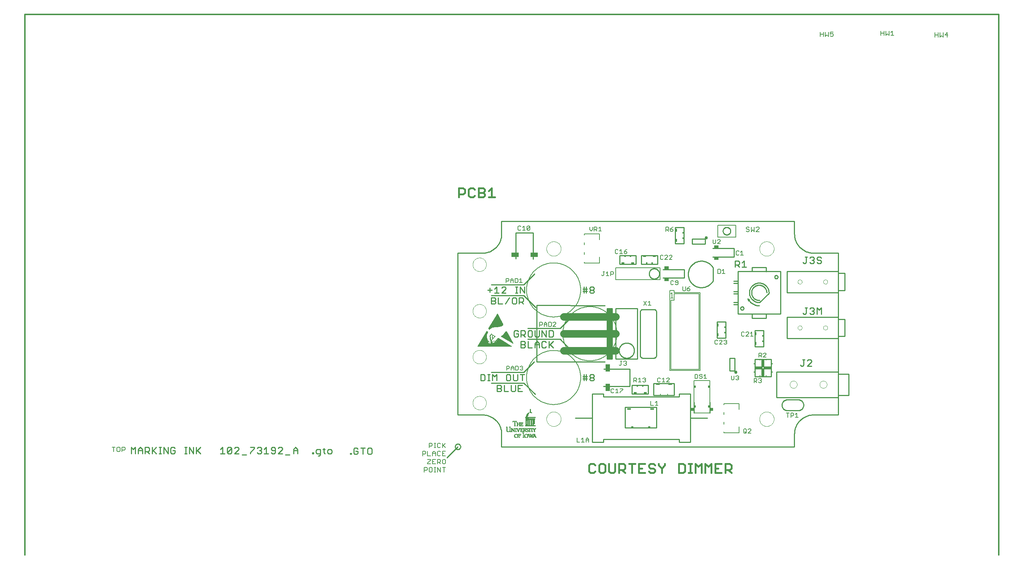
<source format=gto>
G75*
%MOIN*%
%OFA0B0*%
%FSLAX24Y24*%
%IPPOS*%
%LPD*%
%AMOC8*
5,1,8,0,0,1.08239X$1,22.5*
%
%ADD10C,0.0120*%
%ADD11C,0.0000*%
%ADD12C,0.0110*%
%ADD13C,0.0150*%
%ADD14C,0.0100*%
%ADD15C,0.0010*%
%ADD16C,0.0300*%
%ADD17C,0.0070*%
%ADD18R,0.0394X0.0295*%
%ADD19C,0.0080*%
%ADD20R,0.0150X0.0120*%
%ADD21R,0.0150X0.0290*%
%ADD22R,0.0650X0.0400*%
%ADD23R,0.0700X0.0400*%
%ADD24R,0.0350X0.0300*%
%ADD25R,0.0170X0.0220*%
%ADD26R,0.0200X0.0150*%
%ADD27R,0.0350X0.0150*%
%ADD28R,0.0110X0.0150*%
%ADD29R,0.0400X0.0650*%
%ADD30R,0.0400X0.0700*%
%ADD31C,0.0050*%
%ADD32R,0.0120X0.0150*%
%ADD33R,0.0290X0.0150*%
%ADD34C,0.0700*%
%ADD35R,0.0450X0.4600*%
%ADD36R,0.0650X0.0260*%
%ADD37R,0.0260X0.0700*%
D10*
X000160Y010000D02*
X000160Y060000D01*
X090160Y060000D01*
X090160Y010000D01*
D11*
X068034Y022559D02*
X068036Y022610D01*
X068042Y022661D01*
X068052Y022711D01*
X068065Y022761D01*
X068083Y022809D01*
X068103Y022856D01*
X068128Y022901D01*
X068156Y022944D01*
X068187Y022985D01*
X068221Y023023D01*
X068258Y023058D01*
X068297Y023091D01*
X068339Y023121D01*
X068383Y023147D01*
X068429Y023169D01*
X068477Y023189D01*
X068526Y023204D01*
X068576Y023216D01*
X068626Y023224D01*
X068677Y023228D01*
X068729Y023228D01*
X068780Y023224D01*
X068830Y023216D01*
X068880Y023204D01*
X068929Y023189D01*
X068977Y023169D01*
X069023Y023147D01*
X069067Y023121D01*
X069109Y023091D01*
X069148Y023058D01*
X069185Y023023D01*
X069219Y022985D01*
X069250Y022944D01*
X069278Y022901D01*
X069303Y022856D01*
X069323Y022809D01*
X069341Y022761D01*
X069354Y022711D01*
X069364Y022661D01*
X069370Y022610D01*
X069372Y022559D01*
X069370Y022508D01*
X069364Y022457D01*
X069354Y022407D01*
X069341Y022357D01*
X069323Y022309D01*
X069303Y022262D01*
X069278Y022217D01*
X069250Y022174D01*
X069219Y022133D01*
X069185Y022095D01*
X069148Y022060D01*
X069109Y022027D01*
X069067Y021997D01*
X069023Y021971D01*
X068977Y021949D01*
X068929Y021929D01*
X068880Y021914D01*
X068830Y021902D01*
X068780Y021894D01*
X068729Y021890D01*
X068677Y021890D01*
X068626Y021894D01*
X068576Y021902D01*
X068526Y021914D01*
X068477Y021929D01*
X068429Y021949D01*
X068383Y021971D01*
X068339Y021997D01*
X068297Y022027D01*
X068258Y022060D01*
X068221Y022095D01*
X068187Y022133D01*
X068156Y022174D01*
X068128Y022217D01*
X068103Y022262D01*
X068083Y022309D01*
X068065Y022357D01*
X068052Y022407D01*
X068042Y022457D01*
X068036Y022508D01*
X068034Y022559D01*
X070841Y025750D02*
X070843Y025786D01*
X070849Y025822D01*
X070859Y025857D01*
X070872Y025891D01*
X070889Y025923D01*
X070909Y025953D01*
X070933Y025980D01*
X070959Y026005D01*
X070988Y026027D01*
X071019Y026046D01*
X071052Y026061D01*
X071086Y026073D01*
X071122Y026081D01*
X071158Y026085D01*
X071194Y026085D01*
X071230Y026081D01*
X071266Y026073D01*
X071300Y026061D01*
X071333Y026046D01*
X071364Y026027D01*
X071393Y026005D01*
X071419Y025980D01*
X071443Y025953D01*
X071463Y025923D01*
X071480Y025891D01*
X071493Y025857D01*
X071503Y025822D01*
X071509Y025786D01*
X071511Y025750D01*
X071509Y025714D01*
X071503Y025678D01*
X071493Y025643D01*
X071480Y025609D01*
X071463Y025577D01*
X071443Y025547D01*
X071419Y025520D01*
X071393Y025495D01*
X071364Y025473D01*
X071333Y025454D01*
X071300Y025439D01*
X071266Y025427D01*
X071230Y025419D01*
X071194Y025415D01*
X071158Y025415D01*
X071122Y025419D01*
X071086Y025427D01*
X071052Y025439D01*
X071019Y025454D01*
X070988Y025473D01*
X070959Y025495D01*
X070933Y025520D01*
X070909Y025547D01*
X070889Y025577D01*
X070872Y025609D01*
X070859Y025643D01*
X070849Y025678D01*
X070843Y025714D01*
X070841Y025750D01*
X073597Y025750D02*
X073599Y025786D01*
X073605Y025822D01*
X073615Y025857D01*
X073628Y025891D01*
X073645Y025923D01*
X073665Y025953D01*
X073689Y025980D01*
X073715Y026005D01*
X073744Y026027D01*
X073775Y026046D01*
X073808Y026061D01*
X073842Y026073D01*
X073878Y026081D01*
X073914Y026085D01*
X073950Y026085D01*
X073986Y026081D01*
X074022Y026073D01*
X074056Y026061D01*
X074089Y026046D01*
X074120Y026027D01*
X074149Y026005D01*
X074175Y025980D01*
X074199Y025953D01*
X074219Y025923D01*
X074236Y025891D01*
X074249Y025857D01*
X074259Y025822D01*
X074265Y025786D01*
X074267Y025750D01*
X074265Y025714D01*
X074259Y025678D01*
X074249Y025643D01*
X074236Y025609D01*
X074219Y025577D01*
X074199Y025547D01*
X074175Y025520D01*
X074149Y025495D01*
X074120Y025473D01*
X074089Y025454D01*
X074056Y025439D01*
X074022Y025427D01*
X073986Y025419D01*
X073950Y025415D01*
X073914Y025415D01*
X073878Y025419D01*
X073842Y025427D01*
X073808Y025439D01*
X073775Y025454D01*
X073744Y025473D01*
X073715Y025495D01*
X073689Y025520D01*
X073665Y025547D01*
X073645Y025577D01*
X073628Y025609D01*
X073615Y025643D01*
X073605Y025678D01*
X073599Y025714D01*
X073597Y025750D01*
X073932Y031000D02*
X073934Y031027D01*
X073940Y031054D01*
X073949Y031080D01*
X073962Y031104D01*
X073978Y031127D01*
X073997Y031146D01*
X074019Y031163D01*
X074043Y031177D01*
X074068Y031187D01*
X074095Y031194D01*
X074122Y031197D01*
X074150Y031196D01*
X074177Y031191D01*
X074203Y031183D01*
X074227Y031171D01*
X074250Y031155D01*
X074271Y031137D01*
X074288Y031116D01*
X074303Y031092D01*
X074314Y031067D01*
X074322Y031041D01*
X074326Y031014D01*
X074326Y030986D01*
X074322Y030959D01*
X074314Y030933D01*
X074303Y030908D01*
X074288Y030884D01*
X074271Y030863D01*
X074250Y030845D01*
X074228Y030829D01*
X074203Y030817D01*
X074177Y030809D01*
X074150Y030804D01*
X074122Y030803D01*
X074095Y030806D01*
X074068Y030813D01*
X074043Y030823D01*
X074019Y030837D01*
X073997Y030854D01*
X073978Y030873D01*
X073962Y030896D01*
X073949Y030920D01*
X073940Y030946D01*
X073934Y030973D01*
X073932Y031000D01*
X071570Y031000D02*
X071572Y031027D01*
X071578Y031054D01*
X071587Y031080D01*
X071600Y031104D01*
X071616Y031127D01*
X071635Y031146D01*
X071657Y031163D01*
X071681Y031177D01*
X071706Y031187D01*
X071733Y031194D01*
X071760Y031197D01*
X071788Y031196D01*
X071815Y031191D01*
X071841Y031183D01*
X071865Y031171D01*
X071888Y031155D01*
X071909Y031137D01*
X071926Y031116D01*
X071941Y031092D01*
X071952Y031067D01*
X071960Y031041D01*
X071964Y031014D01*
X071964Y030986D01*
X071960Y030959D01*
X071952Y030933D01*
X071941Y030908D01*
X071926Y030884D01*
X071909Y030863D01*
X071888Y030845D01*
X071866Y030829D01*
X071841Y030817D01*
X071815Y030809D01*
X071788Y030804D01*
X071760Y030803D01*
X071733Y030806D01*
X071706Y030813D01*
X071681Y030823D01*
X071657Y030837D01*
X071635Y030854D01*
X071616Y030873D01*
X071600Y030896D01*
X071587Y030920D01*
X071578Y030946D01*
X071572Y030973D01*
X071570Y031000D01*
X071570Y035250D02*
X071572Y035277D01*
X071578Y035304D01*
X071587Y035330D01*
X071600Y035354D01*
X071616Y035377D01*
X071635Y035396D01*
X071657Y035413D01*
X071681Y035427D01*
X071706Y035437D01*
X071733Y035444D01*
X071760Y035447D01*
X071788Y035446D01*
X071815Y035441D01*
X071841Y035433D01*
X071865Y035421D01*
X071888Y035405D01*
X071909Y035387D01*
X071926Y035366D01*
X071941Y035342D01*
X071952Y035317D01*
X071960Y035291D01*
X071964Y035264D01*
X071964Y035236D01*
X071960Y035209D01*
X071952Y035183D01*
X071941Y035158D01*
X071926Y035134D01*
X071909Y035113D01*
X071888Y035095D01*
X071866Y035079D01*
X071841Y035067D01*
X071815Y035059D01*
X071788Y035054D01*
X071760Y035053D01*
X071733Y035056D01*
X071706Y035063D01*
X071681Y035073D01*
X071657Y035087D01*
X071635Y035104D01*
X071616Y035123D01*
X071600Y035146D01*
X071587Y035170D01*
X071578Y035196D01*
X071572Y035223D01*
X071570Y035250D01*
X073932Y035250D02*
X073934Y035277D01*
X073940Y035304D01*
X073949Y035330D01*
X073962Y035354D01*
X073978Y035377D01*
X073997Y035396D01*
X074019Y035413D01*
X074043Y035427D01*
X074068Y035437D01*
X074095Y035444D01*
X074122Y035447D01*
X074150Y035446D01*
X074177Y035441D01*
X074203Y035433D01*
X074227Y035421D01*
X074250Y035405D01*
X074271Y035387D01*
X074288Y035366D01*
X074303Y035342D01*
X074314Y035317D01*
X074322Y035291D01*
X074326Y035264D01*
X074326Y035236D01*
X074322Y035209D01*
X074314Y035183D01*
X074303Y035158D01*
X074288Y035134D01*
X074271Y035113D01*
X074250Y035095D01*
X074228Y035079D01*
X074203Y035067D01*
X074177Y035059D01*
X074150Y035054D01*
X074122Y035053D01*
X074095Y035056D01*
X074068Y035063D01*
X074043Y035073D01*
X074019Y035087D01*
X073997Y035104D01*
X073978Y035123D01*
X073962Y035146D01*
X073949Y035170D01*
X073940Y035196D01*
X073934Y035223D01*
X073932Y035250D01*
X068034Y038307D02*
X068036Y038358D01*
X068042Y038409D01*
X068052Y038459D01*
X068065Y038509D01*
X068083Y038557D01*
X068103Y038604D01*
X068128Y038649D01*
X068156Y038692D01*
X068187Y038733D01*
X068221Y038771D01*
X068258Y038806D01*
X068297Y038839D01*
X068339Y038869D01*
X068383Y038895D01*
X068429Y038917D01*
X068477Y038937D01*
X068526Y038952D01*
X068576Y038964D01*
X068626Y038972D01*
X068677Y038976D01*
X068729Y038976D01*
X068780Y038972D01*
X068830Y038964D01*
X068880Y038952D01*
X068929Y038937D01*
X068977Y038917D01*
X069023Y038895D01*
X069067Y038869D01*
X069109Y038839D01*
X069148Y038806D01*
X069185Y038771D01*
X069219Y038733D01*
X069250Y038692D01*
X069278Y038649D01*
X069303Y038604D01*
X069323Y038557D01*
X069341Y038509D01*
X069354Y038459D01*
X069364Y038409D01*
X069370Y038358D01*
X069372Y038307D01*
X069370Y038256D01*
X069364Y038205D01*
X069354Y038155D01*
X069341Y038105D01*
X069323Y038057D01*
X069303Y038010D01*
X069278Y037965D01*
X069250Y037922D01*
X069219Y037881D01*
X069185Y037843D01*
X069148Y037808D01*
X069109Y037775D01*
X069067Y037745D01*
X069023Y037719D01*
X068977Y037697D01*
X068929Y037677D01*
X068880Y037662D01*
X068830Y037650D01*
X068780Y037642D01*
X068729Y037638D01*
X068677Y037638D01*
X068626Y037642D01*
X068576Y037650D01*
X068526Y037662D01*
X068477Y037677D01*
X068429Y037697D01*
X068383Y037719D01*
X068339Y037745D01*
X068297Y037775D01*
X068258Y037808D01*
X068221Y037843D01*
X068187Y037881D01*
X068156Y037922D01*
X068128Y037965D01*
X068103Y038010D01*
X068083Y038057D01*
X068065Y038105D01*
X068052Y038155D01*
X068042Y038205D01*
X068036Y038256D01*
X068034Y038307D01*
X048349Y038307D02*
X048351Y038358D01*
X048357Y038409D01*
X048367Y038459D01*
X048380Y038509D01*
X048398Y038557D01*
X048418Y038604D01*
X048443Y038649D01*
X048471Y038692D01*
X048502Y038733D01*
X048536Y038771D01*
X048573Y038806D01*
X048612Y038839D01*
X048654Y038869D01*
X048698Y038895D01*
X048744Y038917D01*
X048792Y038937D01*
X048841Y038952D01*
X048891Y038964D01*
X048941Y038972D01*
X048992Y038976D01*
X049044Y038976D01*
X049095Y038972D01*
X049145Y038964D01*
X049195Y038952D01*
X049244Y038937D01*
X049292Y038917D01*
X049338Y038895D01*
X049382Y038869D01*
X049424Y038839D01*
X049463Y038806D01*
X049500Y038771D01*
X049534Y038733D01*
X049565Y038692D01*
X049593Y038649D01*
X049618Y038604D01*
X049638Y038557D01*
X049656Y038509D01*
X049669Y038459D01*
X049679Y038409D01*
X049685Y038358D01*
X049687Y038307D01*
X049685Y038256D01*
X049679Y038205D01*
X049669Y038155D01*
X049656Y038105D01*
X049638Y038057D01*
X049618Y038010D01*
X049593Y037965D01*
X049565Y037922D01*
X049534Y037881D01*
X049500Y037843D01*
X049463Y037808D01*
X049424Y037775D01*
X049382Y037745D01*
X049338Y037719D01*
X049292Y037697D01*
X049244Y037677D01*
X049195Y037662D01*
X049145Y037650D01*
X049095Y037642D01*
X049044Y037638D01*
X048992Y037638D01*
X048941Y037642D01*
X048891Y037650D01*
X048841Y037662D01*
X048792Y037677D01*
X048744Y037697D01*
X048698Y037719D01*
X048654Y037745D01*
X048612Y037775D01*
X048573Y037808D01*
X048536Y037843D01*
X048502Y037881D01*
X048471Y037922D01*
X048443Y037965D01*
X048418Y038010D01*
X048398Y038057D01*
X048380Y038105D01*
X048367Y038155D01*
X048357Y038205D01*
X048351Y038256D01*
X048349Y038307D01*
X041535Y036850D02*
X041537Y036900D01*
X041543Y036949D01*
X041553Y036998D01*
X041566Y037045D01*
X041584Y037092D01*
X041605Y037137D01*
X041629Y037180D01*
X041657Y037221D01*
X041688Y037260D01*
X041722Y037296D01*
X041759Y037330D01*
X041799Y037360D01*
X041840Y037387D01*
X041884Y037411D01*
X041929Y037431D01*
X041976Y037447D01*
X042024Y037460D01*
X042073Y037469D01*
X042123Y037474D01*
X042172Y037475D01*
X042222Y037472D01*
X042271Y037465D01*
X042320Y037454D01*
X042367Y037440D01*
X042413Y037421D01*
X042458Y037399D01*
X042501Y037374D01*
X042541Y037345D01*
X042579Y037313D01*
X042615Y037279D01*
X042648Y037241D01*
X042677Y037201D01*
X042703Y037159D01*
X042726Y037115D01*
X042745Y037069D01*
X042761Y037022D01*
X042773Y036973D01*
X042781Y036924D01*
X042785Y036875D01*
X042785Y036825D01*
X042781Y036776D01*
X042773Y036727D01*
X042761Y036678D01*
X042745Y036631D01*
X042726Y036585D01*
X042703Y036541D01*
X042677Y036499D01*
X042648Y036459D01*
X042615Y036421D01*
X042579Y036387D01*
X042541Y036355D01*
X042501Y036326D01*
X042458Y036301D01*
X042413Y036279D01*
X042367Y036260D01*
X042320Y036246D01*
X042271Y036235D01*
X042222Y036228D01*
X042172Y036225D01*
X042123Y036226D01*
X042073Y036231D01*
X042024Y036240D01*
X041976Y036253D01*
X041929Y036269D01*
X041884Y036289D01*
X041840Y036313D01*
X041799Y036340D01*
X041759Y036370D01*
X041722Y036404D01*
X041688Y036440D01*
X041657Y036479D01*
X041629Y036520D01*
X041605Y036563D01*
X041584Y036608D01*
X041566Y036655D01*
X041553Y036702D01*
X041543Y036751D01*
X041537Y036800D01*
X041535Y036850D01*
X041535Y032550D02*
X041537Y032600D01*
X041543Y032649D01*
X041553Y032698D01*
X041566Y032745D01*
X041584Y032792D01*
X041605Y032837D01*
X041629Y032880D01*
X041657Y032921D01*
X041688Y032960D01*
X041722Y032996D01*
X041759Y033030D01*
X041799Y033060D01*
X041840Y033087D01*
X041884Y033111D01*
X041929Y033131D01*
X041976Y033147D01*
X042024Y033160D01*
X042073Y033169D01*
X042123Y033174D01*
X042172Y033175D01*
X042222Y033172D01*
X042271Y033165D01*
X042320Y033154D01*
X042367Y033140D01*
X042413Y033121D01*
X042458Y033099D01*
X042501Y033074D01*
X042541Y033045D01*
X042579Y033013D01*
X042615Y032979D01*
X042648Y032941D01*
X042677Y032901D01*
X042703Y032859D01*
X042726Y032815D01*
X042745Y032769D01*
X042761Y032722D01*
X042773Y032673D01*
X042781Y032624D01*
X042785Y032575D01*
X042785Y032525D01*
X042781Y032476D01*
X042773Y032427D01*
X042761Y032378D01*
X042745Y032331D01*
X042726Y032285D01*
X042703Y032241D01*
X042677Y032199D01*
X042648Y032159D01*
X042615Y032121D01*
X042579Y032087D01*
X042541Y032055D01*
X042501Y032026D01*
X042458Y032001D01*
X042413Y031979D01*
X042367Y031960D01*
X042320Y031946D01*
X042271Y031935D01*
X042222Y031928D01*
X042172Y031925D01*
X042123Y031926D01*
X042073Y031931D01*
X042024Y031940D01*
X041976Y031953D01*
X041929Y031969D01*
X041884Y031989D01*
X041840Y032013D01*
X041799Y032040D01*
X041759Y032070D01*
X041722Y032104D01*
X041688Y032140D01*
X041657Y032179D01*
X041629Y032220D01*
X041605Y032263D01*
X041584Y032308D01*
X041566Y032355D01*
X041553Y032402D01*
X041543Y032451D01*
X041537Y032500D01*
X041535Y032550D01*
X041535Y028300D02*
X041537Y028350D01*
X041543Y028399D01*
X041553Y028448D01*
X041566Y028495D01*
X041584Y028542D01*
X041605Y028587D01*
X041629Y028630D01*
X041657Y028671D01*
X041688Y028710D01*
X041722Y028746D01*
X041759Y028780D01*
X041799Y028810D01*
X041840Y028837D01*
X041884Y028861D01*
X041929Y028881D01*
X041976Y028897D01*
X042024Y028910D01*
X042073Y028919D01*
X042123Y028924D01*
X042172Y028925D01*
X042222Y028922D01*
X042271Y028915D01*
X042320Y028904D01*
X042367Y028890D01*
X042413Y028871D01*
X042458Y028849D01*
X042501Y028824D01*
X042541Y028795D01*
X042579Y028763D01*
X042615Y028729D01*
X042648Y028691D01*
X042677Y028651D01*
X042703Y028609D01*
X042726Y028565D01*
X042745Y028519D01*
X042761Y028472D01*
X042773Y028423D01*
X042781Y028374D01*
X042785Y028325D01*
X042785Y028275D01*
X042781Y028226D01*
X042773Y028177D01*
X042761Y028128D01*
X042745Y028081D01*
X042726Y028035D01*
X042703Y027991D01*
X042677Y027949D01*
X042648Y027909D01*
X042615Y027871D01*
X042579Y027837D01*
X042541Y027805D01*
X042501Y027776D01*
X042458Y027751D01*
X042413Y027729D01*
X042367Y027710D01*
X042320Y027696D01*
X042271Y027685D01*
X042222Y027678D01*
X042172Y027675D01*
X042123Y027676D01*
X042073Y027681D01*
X042024Y027690D01*
X041976Y027703D01*
X041929Y027719D01*
X041884Y027739D01*
X041840Y027763D01*
X041799Y027790D01*
X041759Y027820D01*
X041722Y027854D01*
X041688Y027890D01*
X041657Y027929D01*
X041629Y027970D01*
X041605Y028013D01*
X041584Y028058D01*
X041566Y028105D01*
X041553Y028152D01*
X041543Y028201D01*
X041537Y028250D01*
X041535Y028300D01*
X041535Y024050D02*
X041537Y024100D01*
X041543Y024149D01*
X041553Y024198D01*
X041566Y024245D01*
X041584Y024292D01*
X041605Y024337D01*
X041629Y024380D01*
X041657Y024421D01*
X041688Y024460D01*
X041722Y024496D01*
X041759Y024530D01*
X041799Y024560D01*
X041840Y024587D01*
X041884Y024611D01*
X041929Y024631D01*
X041976Y024647D01*
X042024Y024660D01*
X042073Y024669D01*
X042123Y024674D01*
X042172Y024675D01*
X042222Y024672D01*
X042271Y024665D01*
X042320Y024654D01*
X042367Y024640D01*
X042413Y024621D01*
X042458Y024599D01*
X042501Y024574D01*
X042541Y024545D01*
X042579Y024513D01*
X042615Y024479D01*
X042648Y024441D01*
X042677Y024401D01*
X042703Y024359D01*
X042726Y024315D01*
X042745Y024269D01*
X042761Y024222D01*
X042773Y024173D01*
X042781Y024124D01*
X042785Y024075D01*
X042785Y024025D01*
X042781Y023976D01*
X042773Y023927D01*
X042761Y023878D01*
X042745Y023831D01*
X042726Y023785D01*
X042703Y023741D01*
X042677Y023699D01*
X042648Y023659D01*
X042615Y023621D01*
X042579Y023587D01*
X042541Y023555D01*
X042501Y023526D01*
X042458Y023501D01*
X042413Y023479D01*
X042367Y023460D01*
X042320Y023446D01*
X042271Y023435D01*
X042222Y023428D01*
X042172Y023425D01*
X042123Y023426D01*
X042073Y023431D01*
X042024Y023440D01*
X041976Y023453D01*
X041929Y023469D01*
X041884Y023489D01*
X041840Y023513D01*
X041799Y023540D01*
X041759Y023570D01*
X041722Y023604D01*
X041688Y023640D01*
X041657Y023679D01*
X041629Y023720D01*
X041605Y023763D01*
X041584Y023808D01*
X041566Y023855D01*
X041553Y023902D01*
X041543Y023951D01*
X041537Y024000D01*
X041535Y024050D01*
X048349Y022559D02*
X048351Y022610D01*
X048357Y022661D01*
X048367Y022711D01*
X048380Y022761D01*
X048398Y022809D01*
X048418Y022856D01*
X048443Y022901D01*
X048471Y022944D01*
X048502Y022985D01*
X048536Y023023D01*
X048573Y023058D01*
X048612Y023091D01*
X048654Y023121D01*
X048698Y023147D01*
X048744Y023169D01*
X048792Y023189D01*
X048841Y023204D01*
X048891Y023216D01*
X048941Y023224D01*
X048992Y023228D01*
X049044Y023228D01*
X049095Y023224D01*
X049145Y023216D01*
X049195Y023204D01*
X049244Y023189D01*
X049292Y023169D01*
X049338Y023147D01*
X049382Y023121D01*
X049424Y023091D01*
X049463Y023058D01*
X049500Y023023D01*
X049534Y022985D01*
X049565Y022944D01*
X049593Y022901D01*
X049618Y022856D01*
X049638Y022809D01*
X049656Y022761D01*
X049669Y022711D01*
X049679Y022661D01*
X049685Y022610D01*
X049687Y022559D01*
X049685Y022508D01*
X049679Y022457D01*
X049669Y022407D01*
X049656Y022357D01*
X049638Y022309D01*
X049618Y022262D01*
X049593Y022217D01*
X049565Y022174D01*
X049534Y022133D01*
X049500Y022095D01*
X049463Y022060D01*
X049424Y022027D01*
X049382Y021997D01*
X049338Y021971D01*
X049292Y021949D01*
X049244Y021929D01*
X049195Y021914D01*
X049145Y021902D01*
X049095Y021894D01*
X049044Y021890D01*
X048992Y021890D01*
X048941Y021894D01*
X048891Y021902D01*
X048841Y021914D01*
X048792Y021929D01*
X048744Y021949D01*
X048698Y021971D01*
X048654Y021997D01*
X048612Y022027D01*
X048573Y022060D01*
X048536Y022095D01*
X048502Y022133D01*
X048471Y022174D01*
X048443Y022217D01*
X048418Y022262D01*
X048398Y022309D01*
X048380Y022357D01*
X048367Y022407D01*
X048357Y022457D01*
X048351Y022508D01*
X048349Y022559D01*
D12*
X046114Y025105D02*
X045720Y025105D01*
X045720Y025696D01*
X046114Y025696D01*
X045917Y025400D02*
X045720Y025400D01*
X045470Y025203D02*
X045470Y025696D01*
X045076Y025696D02*
X045076Y025203D01*
X045174Y025105D01*
X045371Y025105D01*
X045470Y025203D01*
X044825Y025105D02*
X044431Y025105D01*
X044431Y025696D01*
X044180Y025597D02*
X044180Y025499D01*
X044082Y025400D01*
X043787Y025400D01*
X043787Y025105D02*
X043787Y025696D01*
X044082Y025696D01*
X044180Y025597D01*
X044082Y025400D02*
X044180Y025302D01*
X044180Y025203D01*
X044082Y025105D01*
X043787Y025105D01*
X043736Y026105D02*
X043736Y026696D01*
X043539Y026499D01*
X043342Y026696D01*
X043342Y026105D01*
X043109Y026105D02*
X042913Y026105D01*
X043011Y026105D02*
X043011Y026696D01*
X042913Y026696D02*
X043109Y026696D01*
X042662Y026597D02*
X042563Y026696D01*
X042268Y026696D01*
X042268Y026105D01*
X042563Y026105D01*
X042662Y026203D01*
X042662Y026597D01*
X044631Y026597D02*
X044631Y026203D01*
X044730Y026105D01*
X044927Y026105D01*
X045025Y026203D01*
X045025Y026597D01*
X044927Y026696D01*
X044730Y026696D01*
X044631Y026597D01*
X045276Y026696D02*
X045276Y026203D01*
X045374Y026105D01*
X045571Y026105D01*
X045670Y026203D01*
X045670Y026696D01*
X045920Y026696D02*
X046314Y026696D01*
X046117Y026696D02*
X046117Y026105D01*
X045992Y029155D02*
X046287Y029155D01*
X046386Y029253D01*
X046386Y029352D01*
X046287Y029450D01*
X045992Y029450D01*
X045992Y029155D02*
X045992Y029746D01*
X046287Y029746D01*
X046386Y029647D01*
X046386Y029549D01*
X046287Y029450D01*
X046637Y029155D02*
X047030Y029155D01*
X047281Y029155D02*
X047281Y029549D01*
X047478Y029746D01*
X047675Y029549D01*
X047675Y029155D01*
X047926Y029253D02*
X047926Y029647D01*
X048024Y029746D01*
X048221Y029746D01*
X048320Y029647D01*
X048570Y029746D02*
X048570Y029155D01*
X048570Y029352D02*
X048964Y029746D01*
X048669Y029450D02*
X048964Y029155D01*
X048320Y029253D02*
X048221Y029155D01*
X048024Y029155D01*
X047926Y029253D01*
X047675Y029450D02*
X047281Y029450D01*
X046637Y029746D02*
X046637Y029155D01*
X046735Y030155D02*
X046932Y030155D01*
X047030Y030253D01*
X047030Y030647D01*
X046932Y030746D01*
X046735Y030746D01*
X046637Y030647D01*
X046637Y030253D01*
X046735Y030155D01*
X046386Y030155D02*
X046189Y030352D01*
X046287Y030352D02*
X045992Y030352D01*
X045992Y030155D02*
X045992Y030746D01*
X046287Y030746D01*
X046386Y030647D01*
X046386Y030450D01*
X046287Y030352D01*
X045741Y030450D02*
X045545Y030450D01*
X045741Y030450D02*
X045741Y030253D01*
X045643Y030155D01*
X045446Y030155D01*
X045348Y030253D01*
X045348Y030647D01*
X045446Y030746D01*
X045643Y030746D01*
X045741Y030647D01*
X047281Y030746D02*
X047281Y030253D01*
X047380Y030155D01*
X047577Y030155D01*
X047675Y030253D01*
X047675Y030746D01*
X047926Y030746D02*
X048320Y030155D01*
X048320Y030746D01*
X048570Y030746D02*
X048866Y030746D01*
X048964Y030647D01*
X048964Y030253D01*
X048866Y030155D01*
X048570Y030155D01*
X048570Y030746D01*
X047926Y030746D02*
X047926Y030155D01*
X046214Y033205D02*
X046017Y033402D01*
X046116Y033402D02*
X045820Y033402D01*
X045820Y033205D02*
X045820Y033796D01*
X046116Y033796D01*
X046214Y033697D01*
X046214Y033500D01*
X046116Y033402D01*
X045570Y033303D02*
X045570Y033697D01*
X045471Y033796D01*
X045274Y033796D01*
X045176Y033697D01*
X045176Y033303D01*
X045274Y033205D01*
X045471Y033205D01*
X045570Y033303D01*
X044925Y033796D02*
X044531Y033205D01*
X044280Y033205D02*
X043887Y033205D01*
X043887Y033796D01*
X043636Y033697D02*
X043636Y033599D01*
X043537Y033500D01*
X043242Y033500D01*
X043242Y033205D02*
X043537Y033205D01*
X043636Y033303D01*
X043636Y033402D01*
X043537Y033500D01*
X043636Y033697D02*
X043537Y033796D01*
X043242Y033796D01*
X043242Y033205D01*
X043557Y034205D02*
X043951Y034205D01*
X043754Y034205D02*
X043754Y034796D01*
X043557Y034599D01*
X043306Y034500D02*
X042913Y034500D01*
X043109Y034697D02*
X043109Y034303D01*
X044202Y034205D02*
X044595Y034599D01*
X044595Y034697D01*
X044497Y034796D01*
X044300Y034796D01*
X044202Y034697D01*
X044202Y034205D02*
X044595Y034205D01*
X045491Y034205D02*
X045688Y034205D01*
X045589Y034205D02*
X045589Y034796D01*
X045491Y034796D02*
X045688Y034796D01*
X045920Y034796D02*
X046314Y034205D01*
X046314Y034796D01*
X045920Y034796D02*
X045920Y034205D01*
X051715Y034402D02*
X052109Y034402D01*
X052109Y034599D02*
X052010Y034599D01*
X051715Y034599D01*
X051813Y034796D02*
X051813Y034205D01*
X052010Y034205D02*
X052010Y034796D01*
X052360Y034697D02*
X052360Y034599D01*
X052458Y034500D01*
X052655Y034500D01*
X052753Y034402D01*
X052753Y034303D01*
X052655Y034205D01*
X052458Y034205D01*
X052360Y034303D01*
X052360Y034402D01*
X052458Y034500D01*
X052655Y034500D02*
X052753Y034599D01*
X052753Y034697D01*
X052655Y034796D01*
X052458Y034796D01*
X052360Y034697D01*
X052458Y026696D02*
X052360Y026597D01*
X052360Y026499D01*
X052458Y026400D01*
X052655Y026400D01*
X052753Y026302D01*
X052753Y026203D01*
X052655Y026105D01*
X052458Y026105D01*
X052360Y026203D01*
X052360Y026302D01*
X052458Y026400D01*
X052655Y026400D02*
X052753Y026499D01*
X052753Y026597D01*
X052655Y026696D01*
X052458Y026696D01*
X052109Y026499D02*
X052010Y026499D01*
X051715Y026499D01*
X051715Y026302D02*
X052109Y026302D01*
X052010Y026105D02*
X052010Y026696D01*
X051813Y026696D02*
X051813Y026105D01*
X065785Y036610D02*
X065785Y037201D01*
X066081Y037201D01*
X066179Y037102D01*
X066179Y036905D01*
X066081Y036807D01*
X065785Y036807D01*
X065982Y036807D02*
X066179Y036610D01*
X066430Y036610D02*
X066824Y036610D01*
X066627Y036610D02*
X066627Y037201D01*
X066430Y037004D01*
X072048Y037053D02*
X072147Y036955D01*
X072245Y036955D01*
X072343Y037053D01*
X072343Y037546D01*
X072245Y037546D02*
X072442Y037546D01*
X072693Y037447D02*
X072791Y037546D01*
X072988Y037546D01*
X073086Y037447D01*
X073086Y037349D01*
X072988Y037250D01*
X073086Y037152D01*
X073086Y037053D01*
X072988Y036955D01*
X072791Y036955D01*
X072693Y037053D01*
X072890Y037250D02*
X072988Y037250D01*
X073337Y037349D02*
X073436Y037250D01*
X073633Y037250D01*
X073731Y037152D01*
X073731Y037053D01*
X073633Y036955D01*
X073436Y036955D01*
X073337Y037053D01*
X073337Y037349D02*
X073337Y037447D01*
X073436Y037546D01*
X073633Y037546D01*
X073731Y037447D01*
X073731Y032846D02*
X073731Y032255D01*
X073337Y032255D02*
X073337Y032846D01*
X073534Y032649D01*
X073731Y032846D01*
X073086Y032747D02*
X073086Y032649D01*
X072988Y032550D01*
X073086Y032452D01*
X073086Y032353D01*
X072988Y032255D01*
X072791Y032255D01*
X072693Y032353D01*
X072890Y032550D02*
X072988Y032550D01*
X073086Y032747D02*
X072988Y032846D01*
X072791Y032846D01*
X072693Y032747D01*
X072442Y032846D02*
X072245Y032846D01*
X072343Y032846D02*
X072343Y032353D01*
X072245Y032255D01*
X072147Y032255D01*
X072048Y032353D01*
X072012Y028046D02*
X072209Y028046D01*
X072110Y028046D02*
X072110Y027553D01*
X072012Y027455D01*
X071913Y027455D01*
X071815Y027553D01*
X072460Y027455D02*
X072853Y027849D01*
X072853Y027947D01*
X072755Y028046D01*
X072558Y028046D01*
X072460Y027947D01*
X072460Y027455D02*
X072853Y027455D01*
X032214Y019797D02*
X032116Y019896D01*
X031919Y019896D01*
X031820Y019797D01*
X031820Y019403D01*
X031919Y019305D01*
X032116Y019305D01*
X032214Y019403D01*
X032214Y019797D01*
X031570Y019896D02*
X031176Y019896D01*
X031373Y019896D02*
X031373Y019305D01*
X030925Y019403D02*
X030925Y019600D01*
X030728Y019600D01*
X030531Y019403D02*
X030630Y019305D01*
X030827Y019305D01*
X030925Y019403D01*
X030531Y019403D02*
X030531Y019797D01*
X030630Y019896D01*
X030827Y019896D01*
X030925Y019797D01*
X030307Y019403D02*
X030307Y019305D01*
X030209Y019305D01*
X030209Y019403D01*
X030307Y019403D01*
X028505Y019453D02*
X028505Y019650D01*
X028407Y019749D01*
X028210Y019749D01*
X028112Y019650D01*
X028112Y019453D01*
X028210Y019355D01*
X028407Y019355D01*
X028505Y019453D01*
X027879Y019355D02*
X027780Y019453D01*
X027780Y019847D01*
X027682Y019749D02*
X027879Y019749D01*
X027431Y019749D02*
X027136Y019749D01*
X027037Y019650D01*
X027037Y019453D01*
X027136Y019355D01*
X027431Y019355D01*
X027431Y019257D02*
X027431Y019749D01*
X027431Y019257D02*
X027333Y019158D01*
X027234Y019158D01*
X026813Y019355D02*
X026715Y019355D01*
X026715Y019453D01*
X026813Y019453D01*
X026813Y019355D01*
X025359Y019355D02*
X025359Y019749D01*
X025162Y019946D01*
X024965Y019749D01*
X024965Y019355D01*
X024965Y019650D02*
X025359Y019650D01*
X024609Y019257D02*
X024215Y019257D01*
X023937Y019355D02*
X023543Y019355D01*
X023937Y019749D01*
X023937Y019847D01*
X023838Y019946D01*
X023642Y019946D01*
X023543Y019847D01*
X023292Y019847D02*
X023194Y019946D01*
X022997Y019946D01*
X022899Y019847D01*
X022899Y019749D01*
X022997Y019650D01*
X023292Y019650D01*
X023292Y019453D02*
X023292Y019847D01*
X023292Y019453D02*
X023194Y019355D01*
X022997Y019355D01*
X022899Y019453D01*
X022648Y019355D02*
X022254Y019355D01*
X022451Y019355D02*
X022451Y019946D01*
X022254Y019749D01*
X022003Y019749D02*
X021905Y019650D01*
X022003Y019552D01*
X022003Y019453D01*
X021905Y019355D01*
X021708Y019355D01*
X021610Y019453D01*
X021806Y019650D02*
X021905Y019650D01*
X022003Y019749D02*
X022003Y019847D01*
X021905Y019946D01*
X021708Y019946D01*
X021610Y019847D01*
X021359Y019847D02*
X020965Y019453D01*
X020965Y019355D01*
X020609Y019257D02*
X020215Y019257D01*
X019898Y019355D02*
X019504Y019355D01*
X019898Y019749D01*
X019898Y019847D01*
X019799Y019946D01*
X019603Y019946D01*
X019504Y019847D01*
X019253Y019847D02*
X018860Y019453D01*
X018958Y019355D01*
X019155Y019355D01*
X019253Y019453D01*
X019253Y019847D01*
X019155Y019946D01*
X018958Y019946D01*
X018860Y019847D01*
X018860Y019453D01*
X018609Y019355D02*
X018215Y019355D01*
X018412Y019355D02*
X018412Y019946D01*
X018215Y019749D01*
X016374Y019946D02*
X015981Y019552D01*
X016079Y019650D02*
X016374Y019355D01*
X015981Y019355D02*
X015981Y019946D01*
X015730Y019946D02*
X015730Y019355D01*
X015336Y019946D01*
X015336Y019355D01*
X015103Y019355D02*
X014907Y019355D01*
X015005Y019355D02*
X015005Y019946D01*
X014907Y019946D02*
X015103Y019946D01*
X014011Y019847D02*
X013913Y019946D01*
X013716Y019946D01*
X013617Y019847D01*
X013617Y019453D01*
X013716Y019355D01*
X013913Y019355D01*
X014011Y019453D01*
X014011Y019650D01*
X013814Y019650D01*
X013367Y019355D02*
X013367Y019946D01*
X012973Y019946D02*
X013367Y019355D01*
X012973Y019355D02*
X012973Y019946D01*
X012740Y019946D02*
X012543Y019946D01*
X012642Y019946D02*
X012642Y019355D01*
X012740Y019355D02*
X012543Y019355D01*
X012292Y019355D02*
X011997Y019650D01*
X011899Y019552D02*
X012292Y019946D01*
X011899Y019946D02*
X011899Y019355D01*
X011648Y019355D02*
X011451Y019552D01*
X011549Y019552D02*
X011254Y019552D01*
X011254Y019355D02*
X011254Y019946D01*
X011549Y019946D01*
X011648Y019847D01*
X011648Y019650D01*
X011549Y019552D01*
X011003Y019650D02*
X010610Y019650D01*
X010610Y019749D02*
X010806Y019946D01*
X011003Y019749D01*
X011003Y019355D01*
X010610Y019355D02*
X010610Y019749D01*
X010359Y019946D02*
X010359Y019355D01*
X009965Y019355D02*
X009965Y019946D01*
X010162Y019749D01*
X010359Y019946D01*
X020965Y019946D02*
X021359Y019946D01*
X021359Y019847D01*
D13*
X052283Y018284D02*
X052283Y017717D01*
X052424Y017575D01*
X052708Y017575D01*
X052850Y017717D01*
X053203Y017717D02*
X053345Y017575D01*
X053629Y017575D01*
X053770Y017717D01*
X053770Y018284D01*
X053629Y018426D01*
X053345Y018426D01*
X053203Y018284D01*
X053203Y017717D01*
X052850Y018284D02*
X052708Y018426D01*
X052424Y018426D01*
X052283Y018284D01*
X054124Y018426D02*
X054124Y017717D01*
X054266Y017575D01*
X054549Y017575D01*
X054691Y017717D01*
X054691Y018426D01*
X055045Y018426D02*
X055470Y018426D01*
X055612Y018284D01*
X055612Y018000D01*
X055470Y017859D01*
X055045Y017859D01*
X055328Y017859D02*
X055612Y017575D01*
X055045Y017575D02*
X055045Y018426D01*
X055966Y018426D02*
X056533Y018426D01*
X056249Y018426D02*
X056249Y017575D01*
X056886Y017575D02*
X057454Y017575D01*
X057807Y017717D02*
X057949Y017575D01*
X058233Y017575D01*
X058374Y017717D01*
X058374Y017859D01*
X058233Y018000D01*
X057949Y018000D01*
X057807Y018142D01*
X057807Y018284D01*
X057949Y018426D01*
X058233Y018426D01*
X058374Y018284D01*
X058728Y018284D02*
X059012Y018000D01*
X059012Y017575D01*
X059012Y018000D02*
X059295Y018284D01*
X059295Y018426D01*
X058728Y018426D02*
X058728Y018284D01*
X057454Y018426D02*
X056886Y018426D01*
X056886Y017575D01*
X056886Y018000D02*
X057170Y018000D01*
X060570Y017575D02*
X060995Y017575D01*
X061137Y017717D01*
X061137Y018284D01*
X060995Y018426D01*
X060570Y018426D01*
X060570Y017575D01*
X061490Y017575D02*
X061774Y017575D01*
X061632Y017575D02*
X061632Y018426D01*
X061490Y018426D02*
X061774Y018426D01*
X062104Y018426D02*
X062388Y018142D01*
X062671Y018426D01*
X062671Y017575D01*
X063025Y017575D02*
X063025Y018426D01*
X063309Y018142D01*
X063592Y018426D01*
X063592Y017575D01*
X063946Y017575D02*
X064513Y017575D01*
X064867Y017575D02*
X064867Y018426D01*
X065292Y018426D01*
X065434Y018284D01*
X065434Y018000D01*
X065292Y017859D01*
X064867Y017859D01*
X065150Y017859D02*
X065434Y017575D01*
X064513Y018426D02*
X063946Y018426D01*
X063946Y017575D01*
X063946Y018000D02*
X064229Y018000D01*
X062104Y017575D02*
X062104Y018426D01*
X043565Y043075D02*
X042997Y043075D01*
X043281Y043075D02*
X043281Y043926D01*
X042997Y043642D01*
X042644Y043642D02*
X042502Y043500D01*
X042077Y043500D01*
X042502Y043500D02*
X042644Y043359D01*
X042644Y043217D01*
X042502Y043075D01*
X042077Y043075D01*
X042077Y043926D01*
X042502Y043926D01*
X042644Y043784D01*
X042644Y043642D01*
X041723Y043784D02*
X041581Y043926D01*
X041298Y043926D01*
X041156Y043784D01*
X041156Y043217D01*
X041298Y043075D01*
X041581Y043075D01*
X041723Y043217D01*
X040802Y043500D02*
X040660Y043359D01*
X040235Y043359D01*
X040235Y043075D02*
X040235Y043926D01*
X040660Y043926D01*
X040802Y043784D01*
X040802Y043500D01*
D14*
X044195Y040866D02*
X044195Y039685D01*
X044195Y040866D01*
X071262Y040866D01*
X071262Y039685D01*
X071262Y040866D01*
X044195Y040866D01*
X045510Y039800D02*
X047110Y039800D01*
X047110Y037350D01*
X045510Y037400D02*
X045510Y039800D01*
X044196Y039685D02*
X044194Y039603D01*
X044188Y039522D01*
X044179Y039440D01*
X044166Y039359D01*
X044149Y039279D01*
X044128Y039200D01*
X044104Y039122D01*
X044076Y039045D01*
X044045Y038969D01*
X044010Y038895D01*
X043972Y038823D01*
X043931Y038752D01*
X043886Y038684D01*
X043838Y038617D01*
X043787Y038553D01*
X043734Y038491D01*
X043677Y038432D01*
X043618Y038375D01*
X043556Y038322D01*
X043492Y038271D01*
X043425Y038223D01*
X043357Y038178D01*
X043286Y038137D01*
X043214Y038099D01*
X043140Y038064D01*
X043064Y038033D01*
X042987Y038005D01*
X042909Y037981D01*
X042830Y037960D01*
X042750Y037943D01*
X042669Y037930D01*
X042587Y037921D01*
X042506Y037915D01*
X042424Y037913D01*
X040160Y037913D01*
X040160Y022953D01*
X042424Y022953D01*
X040160Y022953D01*
X040160Y037913D01*
X042424Y037913D01*
X042506Y037915D01*
X042587Y037921D01*
X042669Y037930D01*
X042750Y037943D01*
X042830Y037960D01*
X042909Y037981D01*
X042987Y038005D01*
X043064Y038033D01*
X043140Y038064D01*
X043214Y038099D01*
X043286Y038137D01*
X043357Y038178D01*
X043425Y038223D01*
X043492Y038271D01*
X043556Y038322D01*
X043618Y038375D01*
X043677Y038432D01*
X043734Y038491D01*
X043787Y038553D01*
X043838Y038617D01*
X043886Y038684D01*
X043931Y038752D01*
X043972Y038823D01*
X044010Y038895D01*
X044045Y038969D01*
X044076Y039045D01*
X044104Y039122D01*
X044128Y039200D01*
X044149Y039279D01*
X044166Y039359D01*
X044179Y039440D01*
X044188Y039522D01*
X044194Y039603D01*
X044196Y039685D01*
X047260Y036000D02*
X046260Y035000D01*
X043260Y035000D01*
X043260Y034000D02*
X046260Y034000D01*
X047360Y032900D01*
X047460Y033070D02*
X047460Y027850D01*
X053760Y027850D01*
X053960Y028120D02*
X054410Y028120D01*
X054410Y032800D01*
X053960Y032800D01*
X053960Y028120D01*
X054760Y028120D02*
X054760Y028900D01*
X054760Y030460D01*
X054760Y032020D01*
X054760Y032800D01*
X056760Y032800D01*
X056760Y028120D01*
X054760Y028120D01*
X053660Y027200D02*
X056060Y027200D01*
X056060Y025600D01*
X053610Y025600D01*
X053606Y024894D02*
X052582Y024894D01*
X052582Y022650D01*
X051008Y022650D01*
X052582Y022650D02*
X052582Y020406D01*
X053606Y020406D01*
X053606Y020681D01*
X060614Y020681D01*
X060614Y020406D01*
X061638Y020406D01*
X061638Y022650D01*
X061638Y024894D01*
X060614Y024894D01*
X060614Y024619D01*
X053606Y024619D01*
X053606Y024894D01*
X055610Y023650D02*
X058510Y023650D01*
X058510Y021750D01*
X055610Y021750D01*
X055610Y023650D01*
X056260Y024900D02*
X056260Y025700D01*
X057760Y025700D01*
X057760Y024900D01*
X056260Y024900D01*
X058260Y024750D02*
X058260Y025850D01*
X060160Y025850D01*
X060160Y024750D01*
X058260Y024750D01*
X061988Y024130D02*
X061988Y023131D01*
X061638Y022650D02*
X063212Y022650D01*
X063432Y023131D02*
X063432Y024130D01*
X065274Y027009D02*
X065746Y027009D01*
X065746Y028194D01*
X065274Y028194D01*
X065274Y027009D01*
X067510Y026905D02*
X067610Y026905D01*
X067610Y027300D01*
X067610Y027695D01*
X067510Y027695D01*
X067610Y027695D02*
X067610Y028100D01*
X069110Y028100D01*
X069110Y027695D01*
X069210Y027695D01*
X069110Y027695D02*
X069110Y027300D01*
X069110Y026905D01*
X069210Y026905D01*
X069110Y026905D02*
X069110Y026500D01*
X067610Y026500D01*
X067610Y026905D01*
X069601Y026931D02*
X075310Y026931D01*
X075310Y026734D01*
X076294Y026734D01*
X076294Y024766D01*
X075310Y024766D01*
X075310Y024569D01*
X069601Y024569D01*
X069601Y026931D01*
X068410Y029250D02*
X067610Y029250D01*
X067610Y030750D01*
X068410Y030750D01*
X068410Y029250D01*
X070586Y030016D02*
X070586Y031984D01*
X075310Y031984D01*
X075310Y031787D01*
X075901Y031787D01*
X075901Y030213D01*
X075310Y030213D01*
X075310Y030016D01*
X070586Y030016D01*
X069979Y032281D02*
X066041Y032281D01*
X066041Y036219D01*
X069979Y036219D01*
X069979Y032281D01*
X068650Y032300D02*
X068650Y031900D01*
X067350Y031900D01*
X067350Y032300D01*
X066281Y032800D02*
X066283Y032824D01*
X066289Y032848D01*
X066298Y032870D01*
X066311Y032890D01*
X066327Y032908D01*
X066346Y032923D01*
X066367Y032936D01*
X066389Y032944D01*
X066413Y032949D01*
X066437Y032950D01*
X066461Y032947D01*
X066484Y032940D01*
X066506Y032930D01*
X066526Y032916D01*
X066543Y032899D01*
X066558Y032880D01*
X066569Y032859D01*
X066577Y032836D01*
X066581Y032812D01*
X066581Y032788D01*
X066577Y032764D01*
X066569Y032741D01*
X066558Y032720D01*
X066543Y032701D01*
X066526Y032684D01*
X066506Y032670D01*
X066484Y032660D01*
X066461Y032653D01*
X066437Y032650D01*
X066413Y032651D01*
X066389Y032656D01*
X066367Y032664D01*
X066346Y032677D01*
X066327Y032692D01*
X066311Y032710D01*
X066298Y032730D01*
X066289Y032752D01*
X066283Y032776D01*
X066281Y032800D01*
X066037Y033167D02*
X065644Y033167D01*
X065644Y033364D02*
X066037Y033364D01*
X066037Y034152D02*
X065644Y034152D01*
X065644Y034348D02*
X066037Y034348D01*
X066037Y035136D02*
X065644Y035136D01*
X065644Y035333D02*
X066037Y035333D01*
X067350Y036250D02*
X067350Y036600D01*
X068650Y036600D01*
X068650Y036200D01*
X069431Y035700D02*
X069433Y035724D01*
X069439Y035748D01*
X069448Y035770D01*
X069461Y035790D01*
X069477Y035808D01*
X069496Y035823D01*
X069517Y035836D01*
X069539Y035844D01*
X069563Y035849D01*
X069587Y035850D01*
X069611Y035847D01*
X069634Y035840D01*
X069656Y035830D01*
X069676Y035816D01*
X069693Y035799D01*
X069708Y035780D01*
X069719Y035759D01*
X069727Y035736D01*
X069731Y035712D01*
X069731Y035688D01*
X069727Y035664D01*
X069719Y035641D01*
X069708Y035620D01*
X069693Y035601D01*
X069676Y035584D01*
X069656Y035570D01*
X069634Y035560D01*
X069611Y035553D01*
X069587Y035550D01*
X069563Y035551D01*
X069539Y035556D01*
X069517Y035564D01*
X069496Y035577D01*
X069477Y035592D01*
X069461Y035610D01*
X069448Y035630D01*
X069439Y035652D01*
X069433Y035676D01*
X069431Y035700D01*
X070586Y036234D02*
X075310Y036234D01*
X075310Y036037D01*
X075901Y036037D01*
X075901Y034463D01*
X075310Y034463D01*
X075310Y034266D01*
X070586Y034266D01*
X070586Y036234D01*
X073034Y037913D02*
X075298Y037913D01*
X075298Y022953D01*
X073034Y022953D01*
X075298Y022953D01*
X075298Y037913D01*
X073034Y037913D01*
X072952Y037915D01*
X072871Y037921D01*
X072789Y037930D01*
X072708Y037943D01*
X072628Y037960D01*
X072549Y037981D01*
X072471Y038005D01*
X072394Y038033D01*
X072318Y038064D01*
X072244Y038099D01*
X072172Y038137D01*
X072101Y038178D01*
X072033Y038223D01*
X071966Y038271D01*
X071902Y038322D01*
X071840Y038375D01*
X071781Y038432D01*
X071724Y038491D01*
X071671Y038553D01*
X071620Y038617D01*
X071572Y038684D01*
X071527Y038752D01*
X071486Y038823D01*
X071448Y038895D01*
X071413Y038969D01*
X071382Y039045D01*
X071354Y039122D01*
X071330Y039200D01*
X071309Y039279D01*
X071292Y039359D01*
X071279Y039440D01*
X071270Y039522D01*
X071264Y039603D01*
X071262Y039685D01*
X071264Y039603D01*
X071270Y039522D01*
X071279Y039440D01*
X071292Y039359D01*
X071309Y039279D01*
X071330Y039200D01*
X071354Y039122D01*
X071382Y039045D01*
X071413Y038969D01*
X071448Y038895D01*
X071486Y038823D01*
X071527Y038752D01*
X071572Y038684D01*
X071620Y038617D01*
X071671Y038553D01*
X071724Y038491D01*
X071781Y038432D01*
X071840Y038375D01*
X071902Y038322D01*
X071966Y038271D01*
X072033Y038223D01*
X072101Y038178D01*
X072172Y038137D01*
X072244Y038099D01*
X072318Y038064D01*
X072394Y038033D01*
X072471Y038005D01*
X072549Y037981D01*
X072628Y037960D01*
X072708Y037943D01*
X072789Y037930D01*
X072871Y037921D01*
X072952Y037915D01*
X073034Y037913D01*
X075310Y036037D02*
X075310Y034463D01*
X075310Y031787D02*
X075310Y030213D01*
X075310Y026734D02*
X075310Y024766D01*
X071610Y024350D02*
X070610Y024350D01*
X070566Y024348D01*
X070523Y024342D01*
X070481Y024333D01*
X070439Y024320D01*
X070399Y024303D01*
X070360Y024283D01*
X070323Y024260D01*
X070289Y024233D01*
X070256Y024204D01*
X070227Y024171D01*
X070200Y024137D01*
X070177Y024100D01*
X070157Y024061D01*
X070140Y024021D01*
X070127Y023979D01*
X070118Y023937D01*
X070112Y023894D01*
X070110Y023850D01*
X070112Y023806D01*
X070118Y023763D01*
X070127Y023721D01*
X070140Y023679D01*
X070157Y023639D01*
X070177Y023600D01*
X070200Y023563D01*
X070227Y023529D01*
X070256Y023496D01*
X070289Y023467D01*
X070323Y023440D01*
X070360Y023417D01*
X070399Y023397D01*
X070439Y023380D01*
X070481Y023367D01*
X070523Y023358D01*
X070566Y023352D01*
X070610Y023350D01*
X071610Y023350D01*
X071654Y023352D01*
X071697Y023358D01*
X071739Y023367D01*
X071781Y023380D01*
X071821Y023397D01*
X071860Y023417D01*
X071897Y023440D01*
X071931Y023467D01*
X071964Y023496D01*
X071993Y023529D01*
X072020Y023563D01*
X072043Y023600D01*
X072063Y023639D01*
X072080Y023679D01*
X072093Y023721D01*
X072102Y023763D01*
X072108Y023806D01*
X072110Y023850D01*
X072108Y023894D01*
X072102Y023937D01*
X072093Y023979D01*
X072080Y024021D01*
X072063Y024061D01*
X072043Y024100D01*
X072020Y024137D01*
X071993Y024171D01*
X071964Y024204D01*
X071931Y024233D01*
X071897Y024260D01*
X071860Y024283D01*
X071821Y024303D01*
X071781Y024320D01*
X071739Y024333D01*
X071697Y024342D01*
X071654Y024348D01*
X071610Y024350D01*
X071262Y021181D02*
X071262Y020000D01*
X044195Y020000D01*
X044195Y021181D01*
X044195Y020000D01*
X071262Y020000D01*
X071262Y021181D01*
X071264Y021263D01*
X071270Y021344D01*
X071279Y021426D01*
X071292Y021507D01*
X071309Y021587D01*
X071330Y021666D01*
X071354Y021744D01*
X071382Y021821D01*
X071413Y021897D01*
X071448Y021971D01*
X071486Y022043D01*
X071527Y022114D01*
X071572Y022182D01*
X071620Y022249D01*
X071671Y022313D01*
X071724Y022375D01*
X071781Y022434D01*
X071840Y022491D01*
X071902Y022544D01*
X071966Y022595D01*
X072033Y022643D01*
X072101Y022688D01*
X072172Y022729D01*
X072244Y022767D01*
X072318Y022802D01*
X072394Y022833D01*
X072471Y022861D01*
X072549Y022885D01*
X072628Y022906D01*
X072708Y022923D01*
X072789Y022936D01*
X072871Y022945D01*
X072952Y022951D01*
X073034Y022953D01*
X072952Y022951D01*
X072871Y022945D01*
X072789Y022936D01*
X072708Y022923D01*
X072628Y022906D01*
X072549Y022885D01*
X072471Y022861D01*
X072394Y022833D01*
X072318Y022802D01*
X072244Y022767D01*
X072172Y022729D01*
X072101Y022688D01*
X072033Y022643D01*
X071966Y022595D01*
X071902Y022544D01*
X071840Y022491D01*
X071781Y022434D01*
X071724Y022375D01*
X071671Y022313D01*
X071620Y022249D01*
X071572Y022182D01*
X071527Y022114D01*
X071486Y022043D01*
X071448Y021971D01*
X071413Y021897D01*
X071382Y021821D01*
X071354Y021744D01*
X071330Y021666D01*
X071309Y021587D01*
X071292Y021507D01*
X071279Y021426D01*
X071270Y021344D01*
X071264Y021263D01*
X071262Y021181D01*
X064910Y030050D02*
X064110Y030050D01*
X064110Y031550D01*
X064910Y031550D01*
X064910Y030050D01*
X067000Y033500D02*
X066950Y033700D01*
X067100Y033600D01*
X068050Y033350D02*
X068900Y034200D01*
X068900Y034250D01*
X068000Y033050D02*
X067932Y033053D01*
X067864Y033059D01*
X067796Y033070D01*
X067729Y033084D01*
X067663Y033102D01*
X067599Y033124D01*
X067535Y033149D01*
X067473Y033178D01*
X067413Y033211D01*
X067355Y033247D01*
X067299Y033286D01*
X067246Y033329D01*
X067195Y033374D01*
X067146Y033422D01*
X067101Y033473D01*
X067058Y033527D01*
X067019Y033582D01*
X066982Y033640D01*
X066950Y033700D01*
X068050Y033550D02*
X067998Y033548D01*
X067945Y033550D01*
X067893Y033556D01*
X067842Y033566D01*
X067791Y033580D01*
X067742Y033597D01*
X067694Y033618D01*
X067647Y033643D01*
X067603Y033670D01*
X067561Y033702D01*
X067521Y033736D01*
X067484Y033773D01*
X067450Y033813D01*
X067419Y033855D01*
X067391Y033899D01*
X067367Y033946D01*
X067346Y033994D01*
X067329Y034043D01*
X067315Y034094D01*
X067306Y034145D01*
X067300Y034197D01*
X067298Y034250D01*
X067300Y034302D01*
X067306Y034354D01*
X067316Y034406D01*
X067329Y034456D01*
X067347Y034506D01*
X067368Y034554D01*
X067392Y034600D01*
X067420Y034644D01*
X067451Y034686D01*
X067485Y034726D01*
X067522Y034763D01*
X067562Y034797D01*
X067604Y034828D01*
X067649Y034856D01*
X067695Y034881D01*
X067743Y034902D01*
X067792Y034919D01*
X067843Y034932D01*
X067894Y034942D01*
X067946Y034948D01*
X067999Y034950D01*
X068051Y034948D01*
X068103Y034942D01*
X068155Y034932D01*
X068205Y034919D01*
X068255Y034902D01*
X068303Y034881D01*
X068349Y034856D01*
X068394Y034828D01*
X068436Y034797D01*
X068475Y034763D01*
X068512Y034726D01*
X068547Y034687D01*
X068578Y034644D01*
X068606Y034600D01*
X068630Y034554D01*
X068651Y034506D01*
X068669Y034456D01*
X068682Y034406D01*
X068692Y034354D01*
X068698Y034302D01*
X068700Y034250D01*
X068900Y034250D02*
X068898Y034309D01*
X068892Y034367D01*
X068883Y034425D01*
X068869Y034482D01*
X068852Y034539D01*
X068831Y034594D01*
X068807Y034647D01*
X068779Y034699D01*
X068748Y034749D01*
X068714Y034797D01*
X068677Y034843D01*
X068637Y034886D01*
X068594Y034926D01*
X068548Y034963D01*
X068500Y034998D01*
X068451Y035029D01*
X068399Y035056D01*
X068345Y035081D01*
X068290Y035102D01*
X068234Y035119D01*
X068177Y035132D01*
X068119Y035142D01*
X068060Y035148D01*
X068001Y035150D01*
X067942Y035148D01*
X067884Y035143D01*
X067826Y035133D01*
X067768Y035120D01*
X067712Y035103D01*
X067657Y035083D01*
X067603Y035058D01*
X067551Y035031D01*
X067501Y035000D01*
X067453Y034966D01*
X067408Y034929D01*
X067365Y034889D01*
X067324Y034846D01*
X067287Y034801D01*
X067252Y034753D01*
X067221Y034703D01*
X067193Y034651D01*
X067168Y034598D01*
X067147Y034543D01*
X067130Y034487D01*
X067116Y034429D01*
X067106Y034371D01*
X067100Y034313D01*
X067098Y034254D01*
X067100Y034195D01*
X067105Y034137D01*
X067114Y034079D01*
X067127Y034021D01*
X067144Y033965D01*
X067164Y033910D01*
X067188Y033856D01*
X067216Y033804D01*
X067246Y033754D01*
X067280Y033706D01*
X067317Y033660D01*
X067357Y033617D01*
X067400Y033576D01*
X067445Y033538D01*
X067493Y033504D01*
X067542Y033472D01*
X067594Y033444D01*
X067647Y033419D01*
X067702Y033398D01*
X067758Y033381D01*
X067816Y033367D01*
X067874Y033357D01*
X067932Y033350D01*
X067991Y033348D01*
X068050Y033349D01*
X063740Y035350D02*
X063740Y036550D01*
X063705Y036610D01*
X063666Y036667D01*
X063623Y036722D01*
X063578Y036775D01*
X063530Y036825D01*
X063479Y036872D01*
X063426Y036917D01*
X063370Y036958D01*
X063312Y036996D01*
X063252Y037030D01*
X063190Y037061D01*
X063126Y037089D01*
X063061Y037113D01*
X062995Y037133D01*
X062927Y037150D01*
X062859Y037162D01*
X062790Y037171D01*
X062721Y037176D01*
X062651Y037177D01*
X062582Y037174D01*
X062513Y037167D01*
X062444Y037156D01*
X062377Y037141D01*
X062310Y037123D01*
X062244Y037101D01*
X062180Y037075D01*
X062117Y037045D01*
X062056Y037012D01*
X061997Y036976D01*
X061940Y036936D01*
X061885Y036893D01*
X061833Y036847D01*
X061784Y036799D01*
X061737Y036747D01*
X061694Y036693D01*
X061653Y036637D01*
X061616Y036578D01*
X061582Y036518D01*
X061552Y036455D01*
X061525Y036391D01*
X061502Y036326D01*
X061483Y036259D01*
X061467Y036191D01*
X061455Y036123D01*
X061447Y036054D01*
X061443Y035985D01*
X061443Y035915D01*
X061447Y035846D01*
X061455Y035777D01*
X061467Y035709D01*
X061483Y035641D01*
X061502Y035574D01*
X061525Y035509D01*
X061552Y035445D01*
X061582Y035382D01*
X061616Y035322D01*
X061653Y035263D01*
X061694Y035207D01*
X061737Y035153D01*
X061784Y035101D01*
X061833Y035053D01*
X061885Y035007D01*
X061940Y034964D01*
X061997Y034924D01*
X062056Y034888D01*
X062117Y034855D01*
X062180Y034825D01*
X062244Y034799D01*
X062310Y034777D01*
X062377Y034759D01*
X062444Y034744D01*
X062513Y034733D01*
X062582Y034726D01*
X062651Y034723D01*
X062721Y034724D01*
X062790Y034729D01*
X062859Y034738D01*
X062927Y034750D01*
X062995Y034767D01*
X063061Y034787D01*
X063126Y034811D01*
X063190Y034839D01*
X063252Y034870D01*
X063312Y034904D01*
X063370Y034942D01*
X063426Y034983D01*
X063479Y035028D01*
X063530Y035075D01*
X063578Y035125D01*
X063623Y035178D01*
X063666Y035233D01*
X063705Y035290D01*
X063740Y035350D01*
X061093Y035606D02*
X061093Y036394D01*
X059127Y036394D01*
X058610Y036900D02*
X058610Y037700D01*
X057110Y037700D01*
X057110Y036900D01*
X058610Y036900D01*
X057835Y036000D02*
X057837Y036043D01*
X057843Y036086D01*
X057853Y036128D01*
X057866Y036169D01*
X057883Y036209D01*
X057904Y036247D01*
X057928Y036283D01*
X057956Y036316D01*
X057986Y036347D01*
X058019Y036375D01*
X058054Y036400D01*
X058091Y036422D01*
X058131Y036440D01*
X058171Y036454D01*
X058213Y036465D01*
X058256Y036472D01*
X058299Y036475D01*
X058342Y036474D01*
X058385Y036469D01*
X058428Y036460D01*
X058469Y036448D01*
X058509Y036431D01*
X058547Y036411D01*
X058584Y036388D01*
X058618Y036362D01*
X058650Y036332D01*
X058678Y036300D01*
X058704Y036265D01*
X058727Y036228D01*
X058746Y036189D01*
X058761Y036149D01*
X058773Y036107D01*
X058781Y036065D01*
X058785Y036022D01*
X058785Y035978D01*
X058781Y035935D01*
X058773Y035893D01*
X058761Y035851D01*
X058746Y035811D01*
X058727Y035772D01*
X058704Y035735D01*
X058678Y035700D01*
X058650Y035668D01*
X058618Y035638D01*
X058584Y035612D01*
X058548Y035589D01*
X058509Y035569D01*
X058469Y035552D01*
X058428Y035540D01*
X058385Y035531D01*
X058342Y035526D01*
X058299Y035525D01*
X058256Y035528D01*
X058213Y035535D01*
X058171Y035546D01*
X058131Y035560D01*
X058091Y035578D01*
X058054Y035600D01*
X058019Y035625D01*
X057986Y035653D01*
X057956Y035684D01*
X057928Y035717D01*
X057904Y035753D01*
X057883Y035791D01*
X057866Y035831D01*
X057853Y035872D01*
X057843Y035914D01*
X057837Y035957D01*
X057835Y036000D01*
X059127Y035606D02*
X061093Y035606D01*
X063727Y037556D02*
X065693Y037556D01*
X065693Y038344D01*
X063727Y038344D01*
X063001Y038764D02*
X063001Y039236D01*
X061816Y039236D01*
X061816Y038764D01*
X063001Y038764D01*
X061060Y038800D02*
X061060Y040300D01*
X060260Y040300D01*
X060260Y038800D01*
X061060Y038800D01*
X064660Y039950D02*
X064662Y039987D01*
X064668Y040024D01*
X064678Y040060D01*
X064691Y040095D01*
X064708Y040128D01*
X064729Y040159D01*
X064753Y040187D01*
X064780Y040213D01*
X064809Y040236D01*
X064840Y040256D01*
X064874Y040272D01*
X064909Y040285D01*
X064945Y040294D01*
X064982Y040299D01*
X065019Y040300D01*
X065056Y040297D01*
X065093Y040290D01*
X065129Y040279D01*
X065163Y040265D01*
X065196Y040247D01*
X065226Y040225D01*
X065254Y040201D01*
X065279Y040173D01*
X065302Y040143D01*
X065321Y040111D01*
X065336Y040077D01*
X065348Y040042D01*
X065356Y040006D01*
X065360Y039969D01*
X065360Y039931D01*
X065356Y039894D01*
X065348Y039858D01*
X065336Y039823D01*
X065321Y039789D01*
X065302Y039757D01*
X065279Y039727D01*
X065254Y039699D01*
X065226Y039675D01*
X065196Y039653D01*
X065163Y039635D01*
X065129Y039621D01*
X065093Y039610D01*
X065056Y039603D01*
X065019Y039600D01*
X064982Y039601D01*
X064945Y039606D01*
X064909Y039615D01*
X064874Y039628D01*
X064840Y039644D01*
X064809Y039664D01*
X064780Y039687D01*
X064753Y039713D01*
X064729Y039741D01*
X064708Y039772D01*
X064691Y039805D01*
X064678Y039840D01*
X064668Y039876D01*
X064662Y039913D01*
X064660Y039950D01*
X056610Y037700D02*
X056610Y036900D01*
X055110Y036900D01*
X055110Y037700D01*
X056610Y037700D01*
X057260Y032700D02*
X058260Y032700D01*
X058290Y032698D01*
X058320Y032693D01*
X058349Y032684D01*
X058376Y032671D01*
X058402Y032656D01*
X058426Y032637D01*
X058447Y032616D01*
X058466Y032592D01*
X058481Y032566D01*
X058494Y032539D01*
X058503Y032510D01*
X058508Y032480D01*
X058510Y032450D01*
X058510Y028450D01*
X058508Y028420D01*
X058503Y028390D01*
X058494Y028361D01*
X058481Y028334D01*
X058466Y028308D01*
X058447Y028284D01*
X058426Y028263D01*
X058402Y028244D01*
X058376Y028229D01*
X058349Y028216D01*
X058320Y028207D01*
X058290Y028202D01*
X058260Y028200D01*
X057260Y028200D01*
X057230Y028202D01*
X057200Y028207D01*
X057171Y028216D01*
X057144Y028229D01*
X057118Y028244D01*
X057094Y028263D01*
X057073Y028284D01*
X057054Y028308D01*
X057039Y028334D01*
X057026Y028361D01*
X057017Y028390D01*
X057012Y028420D01*
X057010Y028450D01*
X057010Y032450D01*
X057012Y032480D01*
X057017Y032510D01*
X057026Y032539D01*
X057039Y032566D01*
X057054Y032592D01*
X057073Y032616D01*
X057094Y032637D01*
X057118Y032656D01*
X057144Y032671D01*
X057171Y032684D01*
X057200Y032693D01*
X057230Y032698D01*
X057260Y032700D01*
X053760Y033070D02*
X047460Y033078D01*
X046610Y030950D02*
X049610Y030950D01*
X050610Y031950D01*
X049610Y029950D02*
X050660Y028900D01*
X049610Y029950D02*
X046610Y029950D01*
X047210Y027850D02*
X046260Y026900D01*
X043260Y026900D01*
X043260Y025900D02*
X046260Y025900D01*
X047310Y024850D01*
X044196Y021181D02*
X044194Y021263D01*
X044188Y021344D01*
X044179Y021426D01*
X044166Y021507D01*
X044149Y021587D01*
X044128Y021666D01*
X044104Y021744D01*
X044076Y021821D01*
X044045Y021897D01*
X044010Y021971D01*
X043972Y022043D01*
X043931Y022114D01*
X043886Y022182D01*
X043838Y022249D01*
X043787Y022313D01*
X043734Y022375D01*
X043677Y022434D01*
X043618Y022491D01*
X043556Y022544D01*
X043492Y022595D01*
X043425Y022643D01*
X043357Y022688D01*
X043286Y022729D01*
X043214Y022767D01*
X043140Y022802D01*
X043064Y022833D01*
X042987Y022861D01*
X042909Y022885D01*
X042830Y022906D01*
X042750Y022923D01*
X042669Y022936D01*
X042587Y022945D01*
X042506Y022951D01*
X042424Y022953D01*
X042506Y022951D01*
X042587Y022945D01*
X042669Y022936D01*
X042750Y022923D01*
X042830Y022906D01*
X042909Y022885D01*
X042987Y022861D01*
X043064Y022833D01*
X043140Y022802D01*
X043214Y022767D01*
X043286Y022729D01*
X043357Y022688D01*
X043425Y022643D01*
X043492Y022595D01*
X043556Y022544D01*
X043618Y022491D01*
X043677Y022434D01*
X043734Y022375D01*
X043787Y022313D01*
X043838Y022249D01*
X043886Y022182D01*
X043931Y022114D01*
X043972Y022043D01*
X044010Y021971D01*
X044045Y021897D01*
X044076Y021821D01*
X044104Y021744D01*
X044128Y021666D01*
X044149Y021587D01*
X044166Y021507D01*
X044179Y021426D01*
X044188Y021344D01*
X044194Y021263D01*
X044196Y021181D01*
X039910Y020000D02*
X039912Y020031D01*
X039918Y020062D01*
X039928Y020092D01*
X039941Y020120D01*
X039958Y020147D01*
X039978Y020171D01*
X040001Y020193D01*
X040026Y020211D01*
X040054Y020226D01*
X040083Y020238D01*
X040113Y020246D01*
X040144Y020250D01*
X040176Y020250D01*
X040207Y020246D01*
X040237Y020238D01*
X040266Y020226D01*
X040294Y020211D01*
X040319Y020193D01*
X040342Y020171D01*
X040362Y020147D01*
X040379Y020120D01*
X040392Y020092D01*
X040402Y020062D01*
X040408Y020031D01*
X040410Y020000D01*
X040408Y019969D01*
X040402Y019938D01*
X040392Y019908D01*
X040379Y019880D01*
X040362Y019853D01*
X040342Y019829D01*
X040319Y019807D01*
X040294Y019789D01*
X040266Y019774D01*
X040237Y019762D01*
X040207Y019754D01*
X040176Y019750D01*
X040144Y019750D01*
X040113Y019754D01*
X040083Y019762D01*
X040054Y019774D01*
X040026Y019789D01*
X040001Y019807D01*
X039978Y019829D01*
X039958Y019853D01*
X039941Y019880D01*
X039928Y019908D01*
X039918Y019938D01*
X039912Y019969D01*
X039910Y020000D01*
X040160Y020000D02*
X039160Y019000D01*
X055060Y028900D02*
X055062Y028952D01*
X055068Y029004D01*
X055078Y029056D01*
X055091Y029106D01*
X055108Y029156D01*
X055129Y029204D01*
X055154Y029250D01*
X055182Y029294D01*
X055213Y029336D01*
X055247Y029376D01*
X055284Y029413D01*
X055324Y029447D01*
X055366Y029478D01*
X055410Y029506D01*
X055456Y029531D01*
X055504Y029552D01*
X055554Y029569D01*
X055604Y029582D01*
X055656Y029592D01*
X055708Y029598D01*
X055760Y029600D01*
X055812Y029598D01*
X055864Y029592D01*
X055916Y029582D01*
X055966Y029569D01*
X056016Y029552D01*
X056064Y029531D01*
X056110Y029506D01*
X056154Y029478D01*
X056196Y029447D01*
X056236Y029413D01*
X056273Y029376D01*
X056307Y029336D01*
X056338Y029294D01*
X056366Y029250D01*
X056391Y029204D01*
X056412Y029156D01*
X056429Y029106D01*
X056442Y029056D01*
X056452Y029004D01*
X056458Y028952D01*
X056460Y028900D01*
X056458Y028848D01*
X056452Y028796D01*
X056442Y028744D01*
X056429Y028694D01*
X056412Y028644D01*
X056391Y028596D01*
X056366Y028550D01*
X056338Y028506D01*
X056307Y028464D01*
X056273Y028424D01*
X056236Y028387D01*
X056196Y028353D01*
X056154Y028322D01*
X056110Y028294D01*
X056064Y028269D01*
X056016Y028248D01*
X055966Y028231D01*
X055916Y028218D01*
X055864Y028208D01*
X055812Y028202D01*
X055760Y028200D01*
X055708Y028202D01*
X055656Y028208D01*
X055604Y028218D01*
X055554Y028231D01*
X055504Y028248D01*
X055456Y028269D01*
X055410Y028294D01*
X055366Y028322D01*
X055324Y028353D01*
X055284Y028387D01*
X055247Y028424D01*
X055213Y028464D01*
X055182Y028506D01*
X055154Y028550D01*
X055129Y028596D01*
X055108Y028644D01*
X055091Y028694D01*
X055078Y028744D01*
X055068Y028796D01*
X055062Y028848D01*
X055060Y028900D01*
D15*
X046865Y023500D02*
X046815Y023500D01*
X046815Y023490D02*
X046865Y023490D01*
X046865Y023480D02*
X046815Y023480D01*
X046815Y023470D02*
X046865Y023470D01*
X046865Y023460D02*
X046815Y023460D01*
X046815Y023450D02*
X046865Y023450D01*
X046865Y023440D02*
X046815Y023440D01*
X046815Y023430D02*
X046865Y023430D01*
X046865Y023420D02*
X046815Y023420D01*
X046815Y023410D02*
X046865Y023410D01*
X046865Y023400D02*
X046815Y023400D01*
X046815Y023390D02*
X046865Y023390D01*
X046865Y023380D02*
X046815Y023380D01*
X046815Y023370D02*
X046865Y023370D01*
X046865Y023360D02*
X046815Y023360D01*
X046815Y023350D02*
X046865Y023350D01*
X046865Y023340D02*
X046815Y023340D01*
X046815Y023330D02*
X046865Y023330D01*
X046865Y023320D02*
X046815Y023320D01*
X046815Y023310D02*
X046865Y023310D01*
X046865Y023300D02*
X046815Y023300D01*
X046815Y023290D02*
X046865Y023290D01*
X046865Y023280D02*
X046815Y023280D01*
X046815Y023270D02*
X046865Y023270D01*
X046865Y023260D02*
X046815Y023260D01*
X046815Y023250D02*
X046865Y023250D01*
X046865Y023240D02*
X046815Y023240D01*
X046805Y023230D02*
X046875Y023230D01*
X046895Y023220D02*
X046805Y023220D01*
X046795Y023210D02*
X046915Y023210D01*
X046935Y023200D02*
X046795Y023200D01*
X046795Y023190D02*
X046955Y023190D01*
X046965Y023180D02*
X046795Y023180D01*
X046795Y023170D02*
X046975Y023170D01*
X046975Y023160D02*
X046795Y023160D01*
X046805Y023150D02*
X046965Y023150D01*
X046965Y023140D02*
X046895Y023140D01*
X046945Y023130D02*
X046965Y023130D01*
X046725Y023130D02*
X046635Y023130D01*
X046645Y023140D02*
X046725Y023140D01*
X046715Y023150D02*
X046665Y023150D01*
X046685Y023160D02*
X046695Y023160D01*
X046725Y023120D02*
X046625Y023120D01*
X046615Y023110D02*
X046725Y023110D01*
X046715Y023100D02*
X046605Y023100D01*
X046595Y023090D02*
X046715Y023090D01*
X046705Y023080D02*
X046585Y023080D01*
X046575Y023070D02*
X046695Y023070D01*
X046685Y023060D02*
X046565Y023060D01*
X046555Y023050D02*
X046675Y023050D01*
X046675Y023040D02*
X046545Y023040D01*
X046535Y023030D02*
X046665Y023030D01*
X046655Y023020D02*
X046535Y023020D01*
X046525Y023010D02*
X046655Y023010D01*
X046655Y023000D02*
X046525Y023000D01*
X046515Y022990D02*
X046645Y022990D01*
X046645Y022980D02*
X046515Y022980D01*
X046505Y022970D02*
X046645Y022970D01*
X046645Y022960D02*
X046505Y022960D01*
X046495Y022950D02*
X046645Y022950D01*
X046645Y022940D02*
X046495Y022940D01*
X046485Y022930D02*
X046645Y022930D01*
X046645Y022920D02*
X046485Y022920D01*
X046485Y022910D02*
X046645Y022910D01*
X046645Y022900D02*
X046475Y022900D01*
X046475Y022890D02*
X046635Y022890D01*
X046635Y022880D02*
X046475Y022880D01*
X046465Y022870D02*
X046625Y022870D01*
X046625Y022860D02*
X046465Y022860D01*
X046465Y022850D02*
X046615Y022850D01*
X046605Y022840D02*
X046455Y022840D01*
X046455Y022830D02*
X046595Y022830D01*
X046595Y022820D02*
X046455Y022820D01*
X046445Y022810D02*
X046585Y022810D01*
X046585Y022800D02*
X046445Y022800D01*
X046445Y022790D02*
X046585Y022790D01*
X046585Y022780D02*
X046435Y022780D01*
X046415Y022770D02*
X046635Y022770D01*
X046665Y022670D02*
X046415Y022670D01*
X046415Y022660D02*
X046665Y022660D01*
X046665Y022650D02*
X046425Y022650D01*
X046425Y022640D02*
X046665Y022640D01*
X046665Y022630D02*
X046425Y022630D01*
X046425Y022620D02*
X046755Y022620D01*
X046775Y022610D02*
X046425Y022610D01*
X046425Y022600D02*
X046785Y022600D01*
X046785Y022590D02*
X046425Y022590D01*
X046425Y022580D02*
X046785Y022580D01*
X046785Y022570D02*
X046425Y022570D01*
X046425Y022560D02*
X046785Y022560D01*
X046785Y022550D02*
X046425Y022550D01*
X046425Y022540D02*
X046785Y022540D01*
X046785Y022530D02*
X046425Y022530D01*
X046425Y022520D02*
X046785Y022520D01*
X046785Y022510D02*
X046425Y022510D01*
X046425Y022500D02*
X046625Y022500D01*
X046615Y022490D02*
X046425Y022490D01*
X046425Y022480D02*
X046615Y022480D01*
X046615Y022470D02*
X046515Y022470D01*
X046525Y022460D02*
X046615Y022460D01*
X046615Y022450D02*
X046525Y022450D01*
X046525Y022440D02*
X046615Y022440D01*
X046615Y022430D02*
X046525Y022430D01*
X046525Y022420D02*
X046615Y022420D01*
X046615Y022410D02*
X046525Y022410D01*
X046535Y022400D02*
X046615Y022400D01*
X046615Y022390D02*
X046535Y022390D01*
X046535Y022380D02*
X046615Y022380D01*
X046615Y022370D02*
X046535Y022370D01*
X046535Y022360D02*
X046615Y022360D01*
X046615Y022350D02*
X046535Y022350D01*
X046535Y022340D02*
X046615Y022340D01*
X046615Y022330D02*
X046535Y022330D01*
X046535Y022320D02*
X046615Y022320D01*
X046615Y022310D02*
X046535Y022310D01*
X046535Y022300D02*
X046615Y022300D01*
X046615Y022290D02*
X046535Y022290D01*
X046535Y022280D02*
X046615Y022280D01*
X046615Y022270D02*
X046535Y022270D01*
X046535Y022260D02*
X046615Y022260D01*
X046615Y022250D02*
X046535Y022250D01*
X046535Y022240D02*
X046615Y022240D01*
X046615Y022230D02*
X046535Y022230D01*
X046535Y022220D02*
X046615Y022220D01*
X046615Y022210D02*
X046535Y022210D01*
X046535Y022200D02*
X046615Y022200D01*
X046615Y022190D02*
X046535Y022190D01*
X046535Y022180D02*
X046615Y022180D01*
X046615Y022170D02*
X046535Y022170D01*
X046535Y022160D02*
X046615Y022160D01*
X046615Y022150D02*
X046535Y022150D01*
X046535Y022140D02*
X046615Y022140D01*
X046615Y022130D02*
X046535Y022130D01*
X046535Y022120D02*
X046615Y022120D01*
X046615Y022110D02*
X046535Y022110D01*
X046535Y022100D02*
X046615Y022100D01*
X046615Y022090D02*
X046535Y022090D01*
X046525Y022080D02*
X046615Y022080D01*
X046615Y022070D02*
X046525Y022070D01*
X046525Y022060D02*
X046615Y022060D01*
X046615Y022050D02*
X046525Y022050D01*
X046525Y022040D02*
X046615Y022040D01*
X046625Y022030D02*
X046525Y022030D01*
X046525Y022020D02*
X046625Y022020D01*
X046625Y022010D02*
X046515Y022010D01*
X046505Y022000D02*
X046625Y022000D01*
X046665Y022000D02*
X046795Y022000D01*
X046785Y022010D02*
X046675Y022010D01*
X046675Y022020D02*
X046785Y022020D01*
X046785Y022030D02*
X046685Y022030D01*
X046685Y022040D02*
X046785Y022040D01*
X046785Y022050D02*
X046685Y022050D01*
X046685Y022060D02*
X046785Y022060D01*
X046785Y022070D02*
X046685Y022070D01*
X046685Y022080D02*
X046785Y022080D01*
X046785Y022090D02*
X046685Y022090D01*
X046685Y022100D02*
X046785Y022100D01*
X046785Y022110D02*
X046685Y022110D01*
X046695Y022120D02*
X046785Y022120D01*
X046785Y022130D02*
X046695Y022130D01*
X046695Y022140D02*
X046785Y022140D01*
X046785Y022150D02*
X046695Y022150D01*
X046695Y022160D02*
X046785Y022160D01*
X046785Y022170D02*
X046695Y022170D01*
X046695Y022180D02*
X046785Y022180D01*
X046785Y022190D02*
X046695Y022190D01*
X046695Y022200D02*
X046785Y022200D01*
X046785Y022210D02*
X046695Y022210D01*
X046695Y022220D02*
X046785Y022220D01*
X046785Y022230D02*
X046695Y022230D01*
X046695Y022240D02*
X046785Y022240D01*
X046785Y022250D02*
X046695Y022250D01*
X046695Y022260D02*
X046785Y022260D01*
X046785Y022270D02*
X046695Y022270D01*
X046695Y022280D02*
X046785Y022280D01*
X046785Y022290D02*
X046695Y022290D01*
X046695Y022300D02*
X046785Y022300D01*
X046785Y022310D02*
X046695Y022310D01*
X046695Y022320D02*
X046785Y022320D01*
X046785Y022330D02*
X046695Y022330D01*
X046695Y022340D02*
X046785Y022340D01*
X046785Y022350D02*
X046695Y022350D01*
X046695Y022360D02*
X046785Y022360D01*
X046785Y022370D02*
X046695Y022370D01*
X046695Y022380D02*
X046785Y022380D01*
X046785Y022390D02*
X046685Y022390D01*
X046685Y022400D02*
X046785Y022400D01*
X046785Y022410D02*
X046685Y022410D01*
X046685Y022420D02*
X046785Y022420D01*
X046785Y022430D02*
X046685Y022430D01*
X046685Y022440D02*
X046785Y022440D01*
X046785Y022450D02*
X046685Y022450D01*
X046685Y022460D02*
X046785Y022460D01*
X046785Y022470D02*
X046685Y022470D01*
X046675Y022480D02*
X046785Y022480D01*
X046785Y022490D02*
X046665Y022490D01*
X046655Y022500D02*
X046785Y022500D01*
X046805Y022520D02*
X046995Y022520D01*
X046995Y022530D02*
X046805Y022530D01*
X046805Y022540D02*
X046995Y022540D01*
X046995Y022550D02*
X046805Y022550D01*
X046805Y022560D02*
X046995Y022560D01*
X046995Y022570D02*
X046805Y022570D01*
X046805Y022580D02*
X046995Y022580D01*
X046995Y022590D02*
X046815Y022590D01*
X046815Y022600D02*
X046985Y022600D01*
X046985Y022610D02*
X046815Y022610D01*
X046825Y022620D02*
X046965Y022620D01*
X047015Y022610D02*
X047135Y022610D01*
X047125Y022620D02*
X047035Y022620D01*
X047015Y022600D02*
X047145Y022600D01*
X047145Y022590D02*
X047015Y022590D01*
X047005Y022580D02*
X047145Y022580D01*
X047155Y022580D02*
X047265Y022580D01*
X047265Y022590D02*
X047155Y022590D01*
X047165Y022600D02*
X047265Y022600D01*
X047255Y022610D02*
X047165Y022610D01*
X047175Y022620D02*
X047245Y022620D01*
X047265Y022570D02*
X047155Y022570D01*
X047145Y022570D02*
X047005Y022570D01*
X047005Y022560D02*
X047145Y022560D01*
X047155Y022560D02*
X047265Y022560D01*
X047265Y022550D02*
X047155Y022550D01*
X047145Y022550D02*
X047005Y022550D01*
X047005Y022540D02*
X047145Y022540D01*
X047155Y022540D02*
X047255Y022540D01*
X047255Y022530D02*
X047155Y022530D01*
X047145Y022530D02*
X047005Y022530D01*
X047005Y022520D02*
X047145Y022520D01*
X047155Y022520D02*
X047255Y022520D01*
X047255Y022510D02*
X047165Y022510D01*
X047175Y022500D02*
X047255Y022500D01*
X047255Y022490D02*
X047185Y022490D01*
X047185Y022480D02*
X047255Y022480D01*
X047255Y022470D02*
X047185Y022470D01*
X047185Y022460D02*
X047255Y022460D01*
X047255Y022450D02*
X047185Y022450D01*
X047185Y022440D02*
X047255Y022440D01*
X047255Y022430D02*
X047185Y022430D01*
X047185Y022420D02*
X047255Y022420D01*
X047255Y022410D02*
X047185Y022410D01*
X047185Y022400D02*
X047255Y022400D01*
X047255Y022390D02*
X047185Y022390D01*
X047185Y022380D02*
X047255Y022380D01*
X047255Y022370D02*
X047185Y022370D01*
X047185Y022360D02*
X047255Y022360D01*
X047255Y022350D02*
X047185Y022350D01*
X047185Y022340D02*
X047255Y022340D01*
X047255Y022330D02*
X047185Y022330D01*
X047185Y022320D02*
X047255Y022320D01*
X047255Y022310D02*
X047185Y022310D01*
X047185Y022300D02*
X047255Y022300D01*
X047255Y022290D02*
X047185Y022290D01*
X047185Y022280D02*
X047255Y022280D01*
X047255Y022270D02*
X047185Y022270D01*
X047185Y022260D02*
X047255Y022260D01*
X047255Y022250D02*
X047185Y022250D01*
X047185Y022240D02*
X047255Y022240D01*
X047255Y022230D02*
X047185Y022230D01*
X047185Y022220D02*
X047255Y022220D01*
X047255Y022210D02*
X047185Y022210D01*
X047185Y022200D02*
X047255Y022200D01*
X047255Y022190D02*
X047185Y022190D01*
X047185Y022180D02*
X047255Y022180D01*
X047245Y022170D02*
X047195Y022170D01*
X047195Y022160D02*
X047245Y022160D01*
X047245Y022150D02*
X047195Y022150D01*
X047195Y022140D02*
X047245Y022140D01*
X047235Y022130D02*
X047195Y022130D01*
X047195Y022120D02*
X047235Y022120D01*
X047225Y022110D02*
X047195Y022110D01*
X047145Y022110D02*
X047055Y022110D01*
X047055Y022120D02*
X047145Y022120D01*
X047145Y022130D02*
X047055Y022130D01*
X047055Y022140D02*
X047145Y022140D01*
X047145Y022150D02*
X047055Y022150D01*
X047055Y022160D02*
X047145Y022160D01*
X047145Y022170D02*
X047055Y022170D01*
X047055Y022180D02*
X047145Y022180D01*
X047145Y022190D02*
X047055Y022190D01*
X047055Y022200D02*
X047145Y022200D01*
X047145Y022210D02*
X047055Y022210D01*
X047055Y022220D02*
X047145Y022220D01*
X047145Y022230D02*
X047055Y022230D01*
X047055Y022240D02*
X047145Y022240D01*
X047145Y022250D02*
X047055Y022250D01*
X047055Y022260D02*
X047145Y022260D01*
X047145Y022270D02*
X047065Y022270D01*
X047065Y022280D02*
X047145Y022280D01*
X047145Y022290D02*
X047065Y022290D01*
X047065Y022300D02*
X047145Y022300D01*
X047145Y022310D02*
X047065Y022310D01*
X047065Y022320D02*
X047145Y022320D01*
X047145Y022330D02*
X047065Y022330D01*
X047065Y022340D02*
X047145Y022340D01*
X047145Y022350D02*
X047065Y022350D01*
X047065Y022360D02*
X047145Y022360D01*
X047145Y022370D02*
X047055Y022370D01*
X047055Y022380D02*
X047145Y022380D01*
X047145Y022390D02*
X047055Y022390D01*
X047055Y022400D02*
X047145Y022400D01*
X047145Y022410D02*
X047055Y022410D01*
X047055Y022420D02*
X047145Y022420D01*
X047145Y022430D02*
X047055Y022430D01*
X047055Y022440D02*
X047145Y022440D01*
X047145Y022450D02*
X047055Y022450D01*
X047055Y022460D02*
X047145Y022460D01*
X047145Y022470D02*
X047055Y022470D01*
X047055Y022480D02*
X047145Y022480D01*
X047145Y022490D02*
X047045Y022490D01*
X047045Y022500D02*
X047145Y022500D01*
X047145Y022510D02*
X047015Y022510D01*
X046995Y022510D02*
X046815Y022510D01*
X046855Y022500D02*
X046995Y022500D01*
X046995Y022490D02*
X046875Y022490D01*
X046885Y022480D02*
X046995Y022480D01*
X046995Y022470D02*
X046885Y022470D01*
X046895Y022460D02*
X046995Y022460D01*
X046995Y022450D02*
X046895Y022450D01*
X046895Y022440D02*
X046995Y022440D01*
X046995Y022430D02*
X046895Y022430D01*
X046895Y022420D02*
X046995Y022420D01*
X046995Y022410D02*
X046895Y022410D01*
X046895Y022400D02*
X046995Y022400D01*
X046995Y022390D02*
X046895Y022390D01*
X046895Y022380D02*
X046995Y022380D01*
X046995Y022370D02*
X046895Y022370D01*
X046895Y022360D02*
X046995Y022360D01*
X046995Y022350D02*
X046895Y022350D01*
X046895Y022340D02*
X046995Y022340D01*
X046995Y022330D02*
X046895Y022330D01*
X046895Y022320D02*
X046995Y022320D01*
X046995Y022310D02*
X046895Y022310D01*
X046895Y022300D02*
X046995Y022300D01*
X046995Y022290D02*
X046895Y022290D01*
X046895Y022280D02*
X046995Y022280D01*
X046995Y022270D02*
X046895Y022270D01*
X046895Y022260D02*
X046995Y022260D01*
X046995Y022250D02*
X046895Y022250D01*
X046895Y022240D02*
X046995Y022240D01*
X046995Y022230D02*
X046895Y022230D01*
X046895Y022220D02*
X046995Y022220D01*
X046995Y022210D02*
X046895Y022210D01*
X046895Y022200D02*
X046995Y022200D01*
X046995Y022190D02*
X046895Y022190D01*
X046895Y022180D02*
X046995Y022180D01*
X046995Y022170D02*
X046895Y022170D01*
X046895Y022160D02*
X046995Y022160D01*
X046995Y022150D02*
X046895Y022150D01*
X046895Y022140D02*
X046995Y022140D01*
X046995Y022130D02*
X046895Y022130D01*
X046895Y022120D02*
X046995Y022120D01*
X046995Y022110D02*
X046895Y022110D01*
X046895Y022100D02*
X046995Y022100D01*
X046995Y022090D02*
X046895Y022090D01*
X046895Y022080D02*
X046995Y022080D01*
X046995Y022070D02*
X046895Y022070D01*
X046895Y022060D02*
X046995Y022060D01*
X046995Y022050D02*
X046895Y022050D01*
X046885Y022040D02*
X046995Y022040D01*
X046995Y022030D02*
X046885Y022030D01*
X046885Y022020D02*
X046995Y022020D01*
X046995Y022010D02*
X046885Y022010D01*
X046875Y022000D02*
X046995Y022000D01*
X047035Y022000D02*
X047155Y022000D01*
X047145Y022010D02*
X047045Y022010D01*
X047045Y022020D02*
X047145Y022020D01*
X047145Y022030D02*
X047045Y022030D01*
X047055Y022040D02*
X047145Y022040D01*
X047145Y022050D02*
X047055Y022050D01*
X047055Y022060D02*
X047145Y022060D01*
X047145Y022070D02*
X047055Y022070D01*
X047055Y022080D02*
X047145Y022080D01*
X047145Y022090D02*
X047055Y022090D01*
X047055Y022100D02*
X047145Y022100D01*
X047295Y021990D02*
X046395Y021990D01*
X046405Y022000D02*
X046495Y022000D01*
X046495Y022010D02*
X046415Y022010D01*
X046415Y022020D02*
X046495Y022020D01*
X046495Y022030D02*
X046415Y022030D01*
X046425Y022040D02*
X046495Y022040D01*
X046495Y022050D02*
X046425Y022050D01*
X046425Y022060D02*
X046495Y022060D01*
X046495Y022070D02*
X046425Y022070D01*
X046425Y022080D02*
X046495Y022080D01*
X046495Y022090D02*
X046425Y022090D01*
X046425Y022100D02*
X046495Y022100D01*
X046495Y022110D02*
X046425Y022110D01*
X046425Y022120D02*
X046495Y022120D01*
X046495Y022130D02*
X046425Y022130D01*
X046425Y022140D02*
X046495Y022140D01*
X046495Y022150D02*
X046425Y022150D01*
X046425Y022160D02*
X046495Y022160D01*
X046495Y022170D02*
X046425Y022170D01*
X046425Y022180D02*
X046495Y022180D01*
X046495Y022190D02*
X046425Y022190D01*
X046425Y022200D02*
X046495Y022200D01*
X046495Y022210D02*
X046425Y022210D01*
X046425Y022220D02*
X046495Y022220D01*
X046495Y022230D02*
X046425Y022230D01*
X046425Y022240D02*
X046495Y022240D01*
X046495Y022250D02*
X046425Y022250D01*
X046425Y022260D02*
X046495Y022260D01*
X046495Y022270D02*
X046425Y022270D01*
X046425Y022280D02*
X046495Y022280D01*
X046495Y022290D02*
X046425Y022290D01*
X046425Y022300D02*
X046495Y022300D01*
X046495Y022310D02*
X046425Y022310D01*
X046425Y022320D02*
X046495Y022320D01*
X046495Y022330D02*
X046425Y022330D01*
X046425Y022340D02*
X046495Y022340D01*
X046495Y022350D02*
X046425Y022350D01*
X046425Y022360D02*
X046495Y022360D01*
X046495Y022370D02*
X046425Y022370D01*
X046425Y022380D02*
X046495Y022380D01*
X046495Y022390D02*
X046425Y022390D01*
X046425Y022400D02*
X046495Y022400D01*
X046495Y022410D02*
X046425Y022410D01*
X046425Y022420D02*
X046495Y022420D01*
X046495Y022430D02*
X046425Y022430D01*
X046425Y022440D02*
X046495Y022440D01*
X046495Y022450D02*
X046425Y022450D01*
X046425Y022460D02*
X046495Y022460D01*
X046495Y022470D02*
X046425Y022470D01*
X046395Y022680D02*
X047275Y022680D01*
X047295Y022690D02*
X046385Y022690D01*
X046375Y022700D02*
X047305Y022700D01*
X047305Y022710D02*
X046375Y022710D01*
X046375Y022720D02*
X047305Y022720D01*
X047305Y022730D02*
X046385Y022730D01*
X046385Y022740D02*
X047305Y022740D01*
X047305Y022750D02*
X046385Y022750D01*
X046395Y022760D02*
X047305Y022760D01*
X047305Y021980D02*
X046385Y021980D01*
X046375Y021970D02*
X047305Y021970D01*
X047305Y021960D02*
X046375Y021960D01*
X046375Y021950D02*
X047305Y021950D01*
X047305Y021940D02*
X046375Y021940D01*
X046375Y021930D02*
X047305Y021930D01*
X047295Y021920D02*
X046375Y021920D01*
X046375Y021720D02*
X046195Y021720D01*
X046185Y021710D02*
X046405Y021710D01*
X046415Y021700D02*
X046185Y021700D01*
X046205Y021690D02*
X046425Y021690D01*
X046435Y021680D02*
X046345Y021680D01*
X046365Y021670D02*
X046435Y021670D01*
X046445Y021660D02*
X046365Y021660D01*
X046375Y021650D02*
X046445Y021650D01*
X046445Y021640D02*
X046375Y021640D01*
X046375Y021630D02*
X046445Y021630D01*
X046435Y021620D02*
X046375Y021620D01*
X046365Y021610D02*
X046435Y021610D01*
X046425Y021600D02*
X046355Y021600D01*
X046335Y021590D02*
X046425Y021590D01*
X046405Y021580D02*
X046295Y021580D01*
X046285Y021580D02*
X046225Y021580D01*
X046225Y021590D02*
X046285Y021590D01*
X046285Y021600D02*
X046225Y021600D01*
X046225Y021610D02*
X046285Y021610D01*
X046285Y021620D02*
X046225Y021620D01*
X046225Y021630D02*
X046285Y021630D01*
X046285Y021640D02*
X046225Y021640D01*
X046225Y021650D02*
X046285Y021650D01*
X046285Y021660D02*
X046225Y021660D01*
X046225Y021670D02*
X046285Y021670D01*
X046285Y021680D02*
X046215Y021680D01*
X046155Y021680D02*
X046095Y021680D01*
X046105Y021670D02*
X046155Y021670D01*
X046145Y021660D02*
X046105Y021660D01*
X046105Y021650D02*
X046145Y021650D01*
X046155Y021690D02*
X045925Y021690D01*
X045935Y021680D02*
X046005Y021680D01*
X046005Y021670D02*
X045945Y021670D01*
X045945Y021660D02*
X046005Y021660D01*
X046005Y021650D02*
X045945Y021650D01*
X045945Y021640D02*
X046005Y021640D01*
X046005Y021630D02*
X045945Y021630D01*
X045945Y021620D02*
X046005Y021620D01*
X046005Y021610D02*
X045945Y021610D01*
X045945Y021600D02*
X046005Y021600D01*
X046005Y021590D02*
X045945Y021590D01*
X045945Y021580D02*
X046125Y021580D01*
X046125Y021570D02*
X045945Y021570D01*
X045945Y021560D02*
X046125Y021560D01*
X046105Y021550D02*
X045945Y021550D01*
X045945Y021540D02*
X046005Y021540D01*
X046005Y021530D02*
X045945Y021530D01*
X045945Y021520D02*
X046005Y021520D01*
X046005Y021510D02*
X045945Y021510D01*
X045945Y021500D02*
X046005Y021500D01*
X046005Y021490D02*
X045945Y021490D01*
X045945Y021480D02*
X046005Y021480D01*
X046005Y021470D02*
X045945Y021470D01*
X045945Y021460D02*
X046005Y021460D01*
X046005Y021450D02*
X045945Y021450D01*
X045945Y021440D02*
X046005Y021440D01*
X046005Y021430D02*
X045945Y021430D01*
X045945Y021420D02*
X046045Y021420D01*
X046075Y021420D02*
X046165Y021420D01*
X046165Y021430D02*
X046105Y021430D01*
X046115Y021440D02*
X046165Y021440D01*
X046175Y021450D02*
X046125Y021450D01*
X046125Y021460D02*
X046175Y021460D01*
X046175Y021470D02*
X046125Y021470D01*
X046165Y021410D02*
X045935Y021410D01*
X045935Y021400D02*
X046165Y021400D01*
X046165Y021390D02*
X045925Y021390D01*
X045775Y021440D02*
X045695Y021440D01*
X045695Y021430D02*
X045765Y021430D01*
X045765Y021420D02*
X045695Y021420D01*
X045705Y021410D02*
X045765Y021410D01*
X045765Y021400D02*
X045705Y021400D01*
X045705Y021390D02*
X045765Y021390D01*
X045775Y021450D02*
X045685Y021450D01*
X045685Y021460D02*
X045775Y021460D01*
X045785Y021470D02*
X045685Y021470D01*
X045675Y021480D02*
X045785Y021480D01*
X045785Y021490D02*
X045675Y021490D01*
X045675Y021500D02*
X045735Y021500D01*
X045735Y021510D02*
X045665Y021510D01*
X045665Y021520D02*
X045735Y021520D01*
X045725Y021530D02*
X045655Y021530D01*
X045655Y021540D02*
X045725Y021540D01*
X045715Y021550D02*
X045655Y021550D01*
X045645Y021560D02*
X045715Y021560D01*
X045715Y021570D02*
X045645Y021570D01*
X045635Y021580D02*
X045705Y021580D01*
X045705Y021590D02*
X045635Y021590D01*
X045635Y021600D02*
X045695Y021600D01*
X045695Y021610D02*
X045625Y021610D01*
X045625Y021620D02*
X045695Y021620D01*
X045685Y021630D02*
X045615Y021630D01*
X045615Y021640D02*
X045685Y021640D01*
X045675Y021650D02*
X045605Y021650D01*
X045605Y021660D02*
X045675Y021660D01*
X045675Y021670D02*
X045595Y021670D01*
X045585Y021680D02*
X045665Y021680D01*
X045665Y021690D02*
X045565Y021690D01*
X045555Y021700D02*
X045665Y021700D01*
X045655Y021710D02*
X045555Y021710D01*
X045565Y021720D02*
X045655Y021720D01*
X045535Y021720D02*
X045435Y021720D01*
X045435Y021710D02*
X045535Y021710D01*
X045525Y021700D02*
X045425Y021700D01*
X045445Y021690D02*
X045525Y021690D01*
X045525Y021680D02*
X045455Y021680D01*
X045465Y021670D02*
X045525Y021670D01*
X045525Y021660D02*
X045465Y021660D01*
X045465Y021650D02*
X045525Y021650D01*
X045525Y021640D02*
X045465Y021640D01*
X045465Y021630D02*
X045525Y021630D01*
X045525Y021620D02*
X045465Y021620D01*
X045465Y021610D02*
X045525Y021610D01*
X045525Y021600D02*
X045465Y021600D01*
X045465Y021590D02*
X045525Y021590D01*
X045525Y021580D02*
X045465Y021580D01*
X045465Y021570D02*
X045525Y021570D01*
X045525Y021560D02*
X045465Y021560D01*
X045465Y021550D02*
X045525Y021550D01*
X045525Y021540D02*
X045465Y021540D01*
X045465Y021530D02*
X045525Y021530D01*
X045525Y021520D02*
X045465Y021520D01*
X045465Y021510D02*
X045525Y021510D01*
X045525Y021500D02*
X045465Y021500D01*
X045465Y021490D02*
X045525Y021490D01*
X045525Y021480D02*
X045465Y021480D01*
X045465Y021470D02*
X045525Y021470D01*
X045525Y021460D02*
X045465Y021460D01*
X045465Y021450D02*
X045525Y021450D01*
X045525Y021440D02*
X045465Y021440D01*
X045465Y021430D02*
X045525Y021430D01*
X045535Y021420D02*
X045465Y021420D01*
X045455Y021410D02*
X045565Y021410D01*
X045565Y021400D02*
X045455Y021400D01*
X045445Y021390D02*
X045565Y021390D01*
X045385Y021390D02*
X045335Y021390D01*
X045325Y021400D02*
X045385Y021400D01*
X045385Y021410D02*
X045325Y021410D01*
X045315Y021420D02*
X045385Y021420D01*
X045385Y021430D02*
X045305Y021430D01*
X045305Y021440D02*
X045385Y021440D01*
X045385Y021450D02*
X045295Y021450D01*
X045285Y021460D02*
X045385Y021460D01*
X045385Y021470D02*
X045275Y021470D01*
X045265Y021480D02*
X045385Y021480D01*
X045385Y021490D02*
X045255Y021490D01*
X045255Y021500D02*
X045385Y021500D01*
X045385Y021510D02*
X045335Y021510D01*
X045335Y021520D02*
X045385Y021520D01*
X045385Y021530D02*
X045335Y021530D01*
X045335Y021540D02*
X045385Y021540D01*
X045385Y021550D02*
X045335Y021550D01*
X045335Y021560D02*
X045385Y021560D01*
X045385Y021570D02*
X045335Y021570D01*
X045335Y021580D02*
X045385Y021580D01*
X045385Y021590D02*
X045335Y021590D01*
X045335Y021600D02*
X045385Y021600D01*
X045385Y021610D02*
X045335Y021610D01*
X045335Y021620D02*
X045385Y021620D01*
X045385Y021630D02*
X045335Y021630D01*
X045335Y021640D02*
X045385Y021640D01*
X045385Y021650D02*
X045335Y021650D01*
X045335Y021660D02*
X045385Y021660D01*
X045385Y021670D02*
X045335Y021670D01*
X045335Y021680D02*
X045385Y021680D01*
X045385Y021690D02*
X045315Y021690D01*
X045305Y021710D02*
X045395Y021710D01*
X045395Y021720D02*
X045305Y021720D01*
X045295Y021700D02*
X045395Y021700D01*
X045275Y021580D02*
X045185Y021580D01*
X045175Y021590D02*
X045265Y021590D01*
X045255Y021600D02*
X045165Y021600D01*
X045155Y021610D02*
X045245Y021610D01*
X045235Y021620D02*
X045155Y021620D01*
X045145Y021630D02*
X045225Y021630D01*
X045225Y021640D02*
X045095Y021640D01*
X045095Y021650D02*
X045215Y021650D01*
X045205Y021660D02*
X045095Y021660D01*
X045095Y021670D02*
X045195Y021670D01*
X045185Y021680D02*
X045095Y021680D01*
X045075Y021690D02*
X045185Y021690D01*
X045175Y021700D02*
X045055Y021700D01*
X045055Y021710D02*
X045165Y021710D01*
X045165Y021720D02*
X045065Y021720D01*
X044995Y021720D02*
X044935Y021720D01*
X044935Y021730D02*
X044995Y021730D01*
X044995Y021740D02*
X044935Y021740D01*
X044935Y021750D02*
X044995Y021750D01*
X044995Y021760D02*
X044935Y021760D01*
X044935Y021770D02*
X044995Y021770D01*
X044995Y021780D02*
X044935Y021780D01*
X044935Y021790D02*
X044995Y021790D01*
X044995Y021800D02*
X044935Y021800D01*
X044925Y021810D02*
X045005Y021810D01*
X045005Y021820D02*
X044915Y021820D01*
X044885Y021830D02*
X045005Y021830D01*
X045005Y021840D02*
X044885Y021840D01*
X044885Y021850D02*
X045015Y021850D01*
X044995Y021710D02*
X044935Y021710D01*
X044935Y021700D02*
X044995Y021700D01*
X044995Y021690D02*
X044935Y021690D01*
X044935Y021680D02*
X044995Y021680D01*
X044995Y021670D02*
X044935Y021670D01*
X044935Y021660D02*
X044995Y021660D01*
X044995Y021650D02*
X044935Y021650D01*
X044935Y021640D02*
X044995Y021640D01*
X044995Y021630D02*
X044935Y021630D01*
X044935Y021620D02*
X044995Y021620D01*
X044995Y021610D02*
X044935Y021610D01*
X044935Y021600D02*
X044995Y021600D01*
X044995Y021590D02*
X044935Y021590D01*
X044935Y021580D02*
X044995Y021580D01*
X044995Y021570D02*
X044935Y021570D01*
X044935Y021560D02*
X044995Y021560D01*
X044995Y021550D02*
X044935Y021550D01*
X044935Y021540D02*
X044995Y021540D01*
X044995Y021530D02*
X044935Y021530D01*
X044935Y021520D02*
X044995Y021520D01*
X044995Y021510D02*
X044935Y021510D01*
X044935Y021500D02*
X044995Y021500D01*
X044995Y021490D02*
X044935Y021490D01*
X044935Y021480D02*
X044995Y021480D01*
X044995Y021470D02*
X044935Y021470D01*
X044935Y021460D02*
X045005Y021460D01*
X045005Y021450D02*
X044915Y021450D01*
X044895Y021440D02*
X045005Y021440D01*
X045015Y021430D02*
X044865Y021430D01*
X044875Y021390D02*
X044705Y021390D01*
X044695Y021400D02*
X044895Y021400D01*
X044915Y021410D02*
X044675Y021410D01*
X044675Y021420D02*
X045025Y021420D01*
X045055Y021410D02*
X044935Y021410D01*
X044935Y021400D02*
X045055Y021400D01*
X045055Y021390D02*
X044935Y021390D01*
X044835Y021380D02*
X044735Y021380D01*
X044755Y021440D02*
X044655Y021440D01*
X044655Y021450D02*
X044745Y021450D01*
X044735Y021460D02*
X044655Y021460D01*
X044645Y021470D02*
X044725Y021470D01*
X044725Y021480D02*
X044645Y021480D01*
X044645Y021490D02*
X044715Y021490D01*
X044715Y021500D02*
X044645Y021500D01*
X044645Y021510D02*
X044715Y021510D01*
X044705Y021520D02*
X044645Y021520D01*
X044645Y021530D02*
X044705Y021530D01*
X044705Y021540D02*
X044635Y021540D01*
X044635Y021550D02*
X044705Y021550D01*
X044705Y021560D02*
X044635Y021560D01*
X044635Y021570D02*
X044705Y021570D01*
X044705Y021580D02*
X044635Y021580D01*
X044635Y021590D02*
X044705Y021590D01*
X044705Y021600D02*
X044635Y021600D01*
X044635Y021610D02*
X044705Y021610D01*
X044705Y021620D02*
X044635Y021620D01*
X044635Y021630D02*
X044705Y021630D01*
X044705Y021640D02*
X044635Y021640D01*
X044635Y021650D02*
X044705Y021650D01*
X044705Y021660D02*
X044635Y021660D01*
X044635Y021670D02*
X044705Y021670D01*
X044705Y021680D02*
X044645Y021680D01*
X044645Y021690D02*
X044705Y021690D01*
X044705Y021700D02*
X044645Y021700D01*
X044645Y021710D02*
X044705Y021710D01*
X044705Y021720D02*
X044645Y021720D01*
X044645Y021730D02*
X044705Y021730D01*
X044705Y021740D02*
X044645Y021740D01*
X044645Y021750D02*
X044715Y021750D01*
X044715Y021760D02*
X044645Y021760D01*
X044645Y021770D02*
X044715Y021770D01*
X044715Y021780D02*
X044645Y021780D01*
X044645Y021790D02*
X044715Y021790D01*
X044715Y021800D02*
X044645Y021800D01*
X044645Y021810D02*
X044715Y021810D01*
X044715Y021820D02*
X044635Y021820D01*
X044605Y021830D02*
X044725Y021830D01*
X044725Y021840D02*
X044605Y021840D01*
X044605Y021850D02*
X044725Y021850D01*
X044665Y021430D02*
X044785Y021430D01*
X045075Y021400D02*
X045175Y021400D01*
X045175Y021390D02*
X045075Y021390D01*
X045085Y021410D02*
X045185Y021410D01*
X045155Y021420D02*
X045085Y021420D01*
X045095Y021430D02*
X045145Y021430D01*
X045145Y021440D02*
X045095Y021440D01*
X045095Y021450D02*
X045135Y021450D01*
X045135Y021460D02*
X045095Y021460D01*
X045095Y021470D02*
X045135Y021470D01*
X045135Y021480D02*
X045095Y021480D01*
X045095Y021490D02*
X045135Y021490D01*
X045135Y021500D02*
X045095Y021500D01*
X045095Y021510D02*
X045135Y021510D01*
X045135Y021520D02*
X045095Y021520D01*
X045095Y021530D02*
X045135Y021530D01*
X045135Y021540D02*
X045095Y021540D01*
X045095Y021550D02*
X045135Y021550D01*
X045135Y021560D02*
X045095Y021560D01*
X045095Y021570D02*
X045135Y021570D01*
X045135Y021580D02*
X045095Y021580D01*
X045095Y021590D02*
X045135Y021590D01*
X045135Y021600D02*
X045095Y021600D01*
X045095Y021610D02*
X045135Y021610D01*
X045135Y021620D02*
X045095Y021620D01*
X045095Y021630D02*
X045135Y021630D01*
X045195Y021570D02*
X045275Y021570D01*
X045285Y021560D02*
X045205Y021560D01*
X045205Y021550D02*
X045295Y021550D01*
X045305Y021540D02*
X045215Y021540D01*
X045225Y021530D02*
X045315Y021530D01*
X045315Y021520D02*
X045235Y021520D01*
X045245Y021510D02*
X045325Y021510D01*
X045455Y021170D02*
X045635Y021170D01*
X045615Y021180D02*
X045485Y021180D01*
X045505Y021150D02*
X045415Y021150D01*
X045405Y021140D02*
X045475Y021140D01*
X045465Y021130D02*
X045395Y021130D01*
X045385Y021120D02*
X045455Y021120D01*
X045445Y021110D02*
X045375Y021110D01*
X045375Y021100D02*
X045435Y021100D01*
X045435Y021090D02*
X045365Y021090D01*
X045365Y021080D02*
X045425Y021080D01*
X045425Y021070D02*
X045365Y021070D01*
X045355Y021060D02*
X045425Y021060D01*
X045415Y021050D02*
X045355Y021050D01*
X045355Y021040D02*
X045415Y021040D01*
X045415Y021030D02*
X045355Y021030D01*
X045355Y021020D02*
X045415Y021020D01*
X045415Y021010D02*
X045355Y021010D01*
X045355Y021000D02*
X045415Y021000D01*
X045425Y020990D02*
X045355Y020990D01*
X045355Y020980D02*
X045425Y020980D01*
X045425Y020970D02*
X045355Y020970D01*
X045355Y020960D02*
X045435Y020960D01*
X045435Y020950D02*
X045365Y020950D01*
X045365Y020940D02*
X045445Y020940D01*
X045445Y020930D02*
X045365Y020930D01*
X045375Y020920D02*
X045455Y020920D01*
X045465Y020910D02*
X045385Y020910D01*
X045385Y020900D02*
X045475Y020900D01*
X045495Y020890D02*
X045395Y020890D01*
X045405Y020880D02*
X045515Y020880D01*
X045575Y020880D02*
X045665Y020880D01*
X045675Y020890D02*
X045595Y020890D01*
X045615Y020900D02*
X045685Y020900D01*
X045695Y020910D02*
X045625Y020910D01*
X045635Y020920D02*
X045705Y020920D01*
X045705Y020930D02*
X045645Y020930D01*
X045645Y020940D02*
X045715Y020940D01*
X045715Y020950D02*
X045655Y020950D01*
X045655Y020960D02*
X045725Y020960D01*
X045725Y020970D02*
X045655Y020970D01*
X045665Y020980D02*
X045725Y020980D01*
X045725Y020990D02*
X045665Y020990D01*
X045665Y021000D02*
X045725Y021000D01*
X045725Y021010D02*
X045665Y021010D01*
X045665Y021020D02*
X045725Y021020D01*
X045725Y021030D02*
X045655Y021030D01*
X045655Y021040D02*
X045725Y021040D01*
X045725Y021050D02*
X045655Y021050D01*
X045655Y021060D02*
X045725Y021060D01*
X045715Y021070D02*
X045645Y021070D01*
X045645Y021080D02*
X045715Y021080D01*
X045715Y021090D02*
X045635Y021090D01*
X045625Y021100D02*
X045705Y021100D01*
X045705Y021110D02*
X045625Y021110D01*
X045615Y021120D02*
X045695Y021120D01*
X045685Y021130D02*
X045595Y021130D01*
X045585Y021140D02*
X045675Y021140D01*
X045665Y021150D02*
X045555Y021150D01*
X045655Y021160D02*
X045435Y021160D01*
X045725Y021160D02*
X045965Y021160D01*
X045965Y021150D02*
X045875Y021150D01*
X045845Y021150D02*
X045745Y021150D01*
X045765Y021140D02*
X045825Y021140D01*
X045825Y021130D02*
X045765Y021130D01*
X045765Y021120D02*
X045825Y021120D01*
X045825Y021110D02*
X045765Y021110D01*
X045765Y021100D02*
X045825Y021100D01*
X045825Y021090D02*
X045765Y021090D01*
X045765Y021080D02*
X045825Y021080D01*
X045825Y021070D02*
X045765Y021070D01*
X045765Y021060D02*
X045825Y021060D01*
X045825Y021050D02*
X045765Y021050D01*
X045765Y021040D02*
X045955Y021040D01*
X045945Y021030D02*
X045765Y021030D01*
X045765Y021020D02*
X045945Y021020D01*
X045925Y021010D02*
X045765Y021010D01*
X045765Y021000D02*
X045825Y021000D01*
X045825Y020990D02*
X045765Y020990D01*
X045765Y020980D02*
X045825Y020980D01*
X045825Y020970D02*
X045765Y020970D01*
X045765Y020960D02*
X045825Y020960D01*
X045825Y020950D02*
X045765Y020950D01*
X045765Y020940D02*
X045825Y020940D01*
X045825Y020930D02*
X045765Y020930D01*
X045765Y020920D02*
X045825Y020920D01*
X045825Y020910D02*
X045765Y020910D01*
X045765Y020900D02*
X045825Y020900D01*
X045825Y020890D02*
X045765Y020890D01*
X045765Y020880D02*
X045845Y020880D01*
X045865Y020860D02*
X045755Y020860D01*
X045755Y020850D02*
X045865Y020850D01*
X045875Y020870D02*
X045765Y020870D01*
X045645Y020870D02*
X045415Y020870D01*
X045435Y020860D02*
X045635Y020860D01*
X045605Y020850D02*
X045455Y020850D01*
X045725Y021170D02*
X045975Y021170D01*
X045975Y021180D02*
X045735Y021180D01*
X045915Y021140D02*
X045965Y021140D01*
X045965Y021130D02*
X045915Y021130D01*
X045925Y021120D02*
X045965Y021120D01*
X045965Y021110D02*
X045925Y021110D01*
X046165Y021110D02*
X046225Y021110D01*
X046225Y021120D02*
X046165Y021120D01*
X046165Y021130D02*
X046225Y021130D01*
X046225Y021140D02*
X046165Y021140D01*
X046165Y021150D02*
X046225Y021150D01*
X046225Y021160D02*
X046165Y021160D01*
X046165Y021170D02*
X046225Y021170D01*
X046225Y021180D02*
X046165Y021180D01*
X046165Y021190D02*
X046225Y021190D01*
X046225Y021200D02*
X046165Y021200D01*
X046165Y021210D02*
X046225Y021210D01*
X046225Y021220D02*
X046165Y021220D01*
X046165Y021230D02*
X046225Y021230D01*
X046225Y021240D02*
X046165Y021240D01*
X046165Y021250D02*
X046225Y021250D01*
X046225Y021260D02*
X046155Y021260D01*
X046155Y021270D02*
X046225Y021270D01*
X046225Y021280D02*
X046145Y021280D01*
X046115Y021290D02*
X046235Y021290D01*
X046235Y021300D02*
X046115Y021300D01*
X046125Y021310D02*
X046245Y021310D01*
X046205Y021390D02*
X046315Y021390D01*
X046315Y021400D02*
X046215Y021400D01*
X046215Y021410D02*
X046325Y021410D01*
X046295Y021420D02*
X046225Y021420D01*
X046225Y021430D02*
X046285Y021430D01*
X046285Y021440D02*
X046225Y021440D01*
X046225Y021450D02*
X046285Y021450D01*
X046285Y021460D02*
X046225Y021460D01*
X046225Y021470D02*
X046285Y021470D01*
X046285Y021480D02*
X046225Y021480D01*
X046225Y021490D02*
X046285Y021490D01*
X046285Y021500D02*
X046225Y021500D01*
X046225Y021510D02*
X046285Y021510D01*
X046285Y021520D02*
X046225Y021520D01*
X046225Y021530D02*
X046285Y021530D01*
X046285Y021540D02*
X046225Y021540D01*
X046225Y021550D02*
X046285Y021550D01*
X046285Y021560D02*
X046225Y021560D01*
X046225Y021570D02*
X046395Y021570D01*
X046375Y021560D02*
X046295Y021560D01*
X046295Y021550D02*
X046385Y021550D01*
X046395Y021540D02*
X046305Y021540D01*
X046315Y021530D02*
X046405Y021530D01*
X046415Y021520D02*
X046325Y021520D01*
X046335Y021510D02*
X046415Y021510D01*
X046425Y021500D02*
X046345Y021500D01*
X046355Y021490D02*
X046435Y021490D01*
X046445Y021480D02*
X046355Y021480D01*
X046365Y021470D02*
X046455Y021470D01*
X046465Y021460D02*
X046375Y021460D01*
X046385Y021450D02*
X046475Y021450D01*
X046485Y021440D02*
X046395Y021440D01*
X046405Y021430D02*
X046495Y021430D01*
X046535Y021420D02*
X046405Y021420D01*
X046415Y021410D02*
X046655Y021410D01*
X046665Y021420D02*
X046575Y021420D01*
X046605Y021430D02*
X046675Y021430D01*
X046685Y021440D02*
X046615Y021440D01*
X046625Y021450D02*
X046685Y021450D01*
X046695Y021460D02*
X046625Y021460D01*
X046635Y021470D02*
X046695Y021470D01*
X046695Y021480D02*
X046635Y021480D01*
X046625Y021490D02*
X046695Y021490D01*
X046695Y021500D02*
X046625Y021500D01*
X046615Y021510D02*
X046695Y021510D01*
X046685Y021520D02*
X046605Y021520D01*
X046585Y021530D02*
X046685Y021530D01*
X046675Y021540D02*
X046565Y021540D01*
X046545Y021550D02*
X046665Y021550D01*
X046655Y021560D02*
X046515Y021560D01*
X046505Y021570D02*
X046635Y021570D01*
X046615Y021580D02*
X046485Y021580D01*
X046475Y021590D02*
X046595Y021590D01*
X046575Y021600D02*
X046475Y021600D01*
X046465Y021610D02*
X046555Y021610D01*
X046535Y021620D02*
X046465Y021620D01*
X046465Y021630D02*
X046525Y021630D01*
X046525Y021640D02*
X046465Y021640D01*
X046465Y021650D02*
X046525Y021650D01*
X046525Y021660D02*
X046465Y021660D01*
X046465Y021670D02*
X046525Y021670D01*
X046545Y021680D02*
X046465Y021680D01*
X046475Y021690D02*
X046565Y021690D01*
X046595Y021690D02*
X046675Y021690D01*
X046675Y021700D02*
X046485Y021700D01*
X046505Y021710D02*
X046675Y021710D01*
X046665Y021720D02*
X046525Y021720D01*
X046615Y021680D02*
X046675Y021680D01*
X046675Y021670D02*
X046625Y021670D01*
X046625Y021660D02*
X046665Y021660D01*
X046665Y021650D02*
X046625Y021650D01*
X046705Y021700D02*
X046805Y021700D01*
X046805Y021690D02*
X046725Y021690D01*
X046735Y021680D02*
X046805Y021680D01*
X046805Y021670D02*
X046745Y021670D01*
X046745Y021660D02*
X046805Y021660D01*
X046805Y021650D02*
X046745Y021650D01*
X046745Y021640D02*
X046805Y021640D01*
X046805Y021630D02*
X046745Y021630D01*
X046745Y021620D02*
X046805Y021620D01*
X046805Y021610D02*
X046745Y021610D01*
X046745Y021600D02*
X046805Y021600D01*
X046805Y021590D02*
X046745Y021590D01*
X046745Y021580D02*
X046805Y021580D01*
X046805Y021570D02*
X046745Y021570D01*
X046745Y021560D02*
X046805Y021560D01*
X046805Y021550D02*
X046745Y021550D01*
X046745Y021540D02*
X046805Y021540D01*
X046805Y021530D02*
X046745Y021530D01*
X046745Y021520D02*
X046805Y021520D01*
X046805Y021510D02*
X046745Y021510D01*
X046745Y021500D02*
X046805Y021500D01*
X046805Y021490D02*
X046745Y021490D01*
X046745Y021480D02*
X046805Y021480D01*
X046805Y021470D02*
X046745Y021470D01*
X046745Y021460D02*
X046805Y021460D01*
X046805Y021450D02*
X046745Y021450D01*
X046745Y021440D02*
X046805Y021440D01*
X046805Y021430D02*
X046745Y021430D01*
X046745Y021420D02*
X046815Y021420D01*
X046845Y021410D02*
X046735Y021410D01*
X046735Y021400D02*
X046845Y021400D01*
X046835Y021390D02*
X046725Y021390D01*
X046645Y021400D02*
X046425Y021400D01*
X046435Y021390D02*
X046625Y021390D01*
X046585Y021380D02*
X046525Y021380D01*
X046545Y021180D02*
X046415Y021180D01*
X046385Y021170D02*
X046565Y021170D01*
X046585Y021160D02*
X046365Y021160D01*
X046345Y021150D02*
X046435Y021150D01*
X046405Y021140D02*
X046335Y021140D01*
X046325Y021130D02*
X046395Y021130D01*
X046385Y021120D02*
X046315Y021120D01*
X046305Y021110D02*
X046375Y021110D01*
X046365Y021100D02*
X046305Y021100D01*
X046295Y021090D02*
X046365Y021090D01*
X046355Y021080D02*
X046295Y021080D01*
X046295Y021070D02*
X046355Y021070D01*
X046355Y021060D02*
X046285Y021060D01*
X046285Y021050D02*
X046345Y021050D01*
X046345Y021040D02*
X046285Y021040D01*
X046285Y021030D02*
X046345Y021030D01*
X046345Y021020D02*
X046285Y021020D01*
X046285Y021010D02*
X046345Y021010D01*
X046345Y021000D02*
X046285Y021000D01*
X046285Y020990D02*
X046355Y020990D01*
X046355Y020980D02*
X046285Y020980D01*
X046285Y020970D02*
X046355Y020970D01*
X046365Y020960D02*
X046285Y020960D01*
X046295Y020950D02*
X046365Y020950D01*
X046375Y020940D02*
X046295Y020940D01*
X046295Y020930D02*
X046375Y020930D01*
X046385Y020920D02*
X046305Y020920D01*
X046315Y020910D02*
X046395Y020910D01*
X046405Y020900D02*
X046315Y020900D01*
X046325Y020890D02*
X046425Y020890D01*
X046445Y020880D02*
X046335Y020880D01*
X046345Y020870D02*
X046575Y020870D01*
X046565Y020860D02*
X046365Y020860D01*
X046385Y020850D02*
X046535Y020850D01*
X046525Y020890D02*
X046605Y020890D01*
X046615Y020900D02*
X046545Y020900D01*
X046555Y020910D02*
X046625Y020910D01*
X046635Y020920D02*
X046565Y020920D01*
X046575Y020930D02*
X046635Y020930D01*
X046645Y020940D02*
X046575Y020940D01*
X046585Y020950D02*
X046645Y020950D01*
X046655Y020960D02*
X046585Y020960D01*
X046585Y020970D02*
X046655Y020970D01*
X046655Y020980D02*
X046595Y020980D01*
X046595Y020990D02*
X046655Y020990D01*
X046655Y021000D02*
X046595Y021000D01*
X046595Y021010D02*
X046655Y021010D01*
X046655Y021020D02*
X046595Y021020D01*
X046585Y021030D02*
X046655Y021030D01*
X046655Y021040D02*
X046585Y021040D01*
X046585Y021050D02*
X046655Y021050D01*
X046655Y021060D02*
X046585Y021060D01*
X046575Y021070D02*
X046655Y021070D01*
X046645Y021080D02*
X046575Y021080D01*
X046565Y021090D02*
X046645Y021090D01*
X046635Y021100D02*
X046555Y021100D01*
X046555Y021110D02*
X046635Y021110D01*
X046625Y021120D02*
X046545Y021120D01*
X046525Y021130D02*
X046615Y021130D01*
X046605Y021140D02*
X046515Y021140D01*
X046485Y021150D02*
X046595Y021150D01*
X046635Y021160D02*
X046735Y021160D01*
X046735Y021170D02*
X046635Y021170D01*
X046635Y021180D02*
X046735Y021180D01*
X046745Y021150D02*
X046655Y021150D01*
X046665Y021140D02*
X046745Y021140D01*
X046755Y021130D02*
X046675Y021130D01*
X046675Y021120D02*
X046755Y021120D01*
X046755Y021110D02*
X046685Y021110D01*
X046685Y021100D02*
X046765Y021100D01*
X046765Y021090D02*
X046695Y021090D01*
X046695Y021080D02*
X046765Y021080D01*
X046775Y021070D02*
X046705Y021070D01*
X046705Y021060D02*
X046775Y021060D01*
X046775Y021050D02*
X046715Y021050D01*
X046715Y021040D02*
X046785Y021040D01*
X046785Y021030D02*
X046725Y021030D01*
X046725Y021020D02*
X046795Y021020D01*
X046795Y021010D02*
X046725Y021010D01*
X046735Y021000D02*
X046795Y021000D01*
X046805Y020990D02*
X046735Y020990D01*
X046745Y020980D02*
X046805Y020980D01*
X046805Y020970D02*
X046745Y020970D01*
X046745Y020960D02*
X046815Y020960D01*
X046825Y020960D02*
X046865Y020960D01*
X046865Y020950D02*
X046755Y020950D01*
X046755Y020940D02*
X046865Y020940D01*
X046855Y020930D02*
X046755Y020930D01*
X046765Y020920D02*
X046855Y020920D01*
X046855Y020910D02*
X046765Y020910D01*
X046765Y020900D02*
X046845Y020900D01*
X046845Y020890D02*
X046775Y020890D01*
X046775Y020880D02*
X046845Y020880D01*
X046845Y020870D02*
X046775Y020870D01*
X046785Y020860D02*
X046835Y020860D01*
X046835Y020850D02*
X046785Y020850D01*
X046825Y020970D02*
X046875Y020970D01*
X046875Y020980D02*
X046835Y020980D01*
X046835Y020990D02*
X046875Y020990D01*
X046885Y021000D02*
X046845Y021000D01*
X046845Y021010D02*
X046885Y021010D01*
X046895Y021020D02*
X046845Y021020D01*
X046855Y021030D02*
X046965Y021030D01*
X046965Y021040D02*
X046855Y021040D01*
X046865Y021050D02*
X046955Y021050D01*
X046955Y021060D02*
X046865Y021060D01*
X046875Y021070D02*
X046955Y021070D01*
X046945Y021080D02*
X046875Y021080D01*
X046875Y021090D02*
X046945Y021090D01*
X046935Y021100D02*
X046865Y021100D01*
X046865Y021110D02*
X046935Y021110D01*
X046935Y021120D02*
X046855Y021120D01*
X046855Y021130D02*
X046925Y021130D01*
X046925Y021140D02*
X046845Y021140D01*
X046835Y021150D02*
X046925Y021150D01*
X046915Y021160D02*
X046815Y021160D01*
X046815Y021170D02*
X046915Y021170D01*
X046915Y021180D02*
X046815Y021180D01*
X046905Y021020D02*
X046965Y021020D01*
X046975Y021010D02*
X046905Y021010D01*
X046905Y021000D02*
X046975Y021000D01*
X046975Y020990D02*
X046915Y020990D01*
X046915Y020980D02*
X046985Y020980D01*
X046985Y020970D02*
X046915Y020970D01*
X046925Y020960D02*
X046985Y020960D01*
X046995Y020960D02*
X047035Y020960D01*
X047035Y020950D02*
X046925Y020950D01*
X046925Y020940D02*
X047035Y020940D01*
X047025Y020930D02*
X046935Y020930D01*
X046935Y020920D02*
X047025Y020920D01*
X047025Y020910D02*
X046945Y020910D01*
X046945Y020900D02*
X047015Y020900D01*
X047015Y020890D02*
X046945Y020890D01*
X046945Y020880D02*
X047015Y020880D01*
X047015Y020870D02*
X046955Y020870D01*
X046955Y020860D02*
X047015Y020860D01*
X047015Y020850D02*
X046955Y020850D01*
X047055Y020850D02*
X047165Y020850D01*
X047165Y020860D02*
X047055Y020860D01*
X047065Y020870D02*
X047165Y020870D01*
X047145Y020880D02*
X047065Y020880D01*
X047075Y020890D02*
X047135Y020890D01*
X047135Y020900D02*
X047085Y020900D01*
X047085Y020910D02*
X047145Y020910D01*
X047145Y020920D02*
X047095Y020920D01*
X047095Y020930D02*
X047145Y020930D01*
X047155Y020940D02*
X047105Y020940D01*
X047105Y020950D02*
X047155Y020950D01*
X047165Y020960D02*
X047115Y020960D01*
X047115Y020970D02*
X047335Y020970D01*
X047335Y020980D02*
X047125Y020980D01*
X047125Y020990D02*
X047325Y020990D01*
X047325Y021000D02*
X047135Y021000D01*
X047135Y021010D02*
X047325Y021010D01*
X047315Y021020D02*
X047145Y021020D01*
X047145Y021030D02*
X047315Y021030D01*
X047305Y021040D02*
X047145Y021040D01*
X047155Y021050D02*
X047305Y021050D01*
X047305Y021060D02*
X047155Y021060D01*
X047165Y021070D02*
X047295Y021070D01*
X047295Y021080D02*
X047165Y021080D01*
X047165Y021090D02*
X047295Y021090D01*
X047285Y021100D02*
X047175Y021100D01*
X047175Y021110D02*
X047285Y021110D01*
X047285Y021120D02*
X047175Y021120D01*
X047175Y021130D02*
X047275Y021130D01*
X047275Y021140D02*
X047185Y021140D01*
X047185Y021150D02*
X047275Y021150D01*
X047265Y021160D02*
X047185Y021160D01*
X047185Y021170D02*
X047265Y021170D01*
X047265Y021180D02*
X047175Y021180D01*
X047145Y021180D02*
X047035Y021180D01*
X047035Y021170D02*
X047135Y021170D01*
X047135Y021160D02*
X047025Y021160D01*
X047045Y021150D02*
X047125Y021150D01*
X047115Y021140D02*
X047055Y021140D01*
X047055Y021130D02*
X047115Y021130D01*
X047105Y021120D02*
X047055Y021120D01*
X047055Y021110D02*
X047105Y021110D01*
X047095Y021100D02*
X047045Y021100D01*
X047045Y021090D02*
X047095Y021090D01*
X047085Y021080D02*
X047045Y021080D01*
X047035Y021070D02*
X047085Y021070D01*
X047075Y021060D02*
X047035Y021060D01*
X047025Y021050D02*
X047075Y021050D01*
X047065Y021040D02*
X047025Y021040D01*
X047025Y021030D02*
X047065Y021030D01*
X047065Y021020D02*
X047015Y021020D01*
X047015Y021010D02*
X047055Y021010D01*
X047055Y021000D02*
X047005Y021000D01*
X047005Y020990D02*
X047045Y020990D01*
X047045Y020980D02*
X047005Y020980D01*
X046995Y020970D02*
X047045Y020970D01*
X047275Y020960D02*
X047345Y020960D01*
X047345Y020950D02*
X047275Y020950D01*
X047285Y020940D02*
X047345Y020940D01*
X047355Y020930D02*
X047285Y020930D01*
X047285Y020920D02*
X047355Y020920D01*
X047365Y020910D02*
X047295Y020910D01*
X047295Y020900D02*
X047365Y020900D01*
X047375Y020890D02*
X047295Y020890D01*
X047305Y020880D02*
X047385Y020880D01*
X047405Y020870D02*
X047305Y020870D01*
X047305Y020860D02*
X047405Y020860D01*
X047405Y020850D02*
X047315Y020850D01*
X047275Y021390D02*
X047165Y021390D01*
X047165Y021400D02*
X047285Y021400D01*
X047285Y021410D02*
X047175Y021410D01*
X047175Y021420D02*
X047255Y021420D01*
X047245Y021430D02*
X047175Y021430D01*
X047175Y021440D02*
X047235Y021440D01*
X047235Y021450D02*
X047175Y021450D01*
X047175Y021460D02*
X047235Y021460D01*
X047235Y021470D02*
X047175Y021470D01*
X047175Y021480D02*
X047235Y021480D01*
X047235Y021490D02*
X047175Y021490D01*
X047175Y021500D02*
X047235Y021500D01*
X047235Y021510D02*
X047175Y021510D01*
X047175Y021520D02*
X047235Y021520D01*
X047245Y021530D02*
X047175Y021530D01*
X047175Y021540D02*
X047245Y021540D01*
X047255Y021550D02*
X047165Y021550D01*
X047165Y021560D02*
X047255Y021560D01*
X047265Y021570D02*
X047155Y021570D01*
X047145Y021580D02*
X047275Y021580D01*
X047275Y021590D02*
X047225Y021590D01*
X047215Y021590D02*
X047145Y021590D01*
X047135Y021600D02*
X047215Y021600D01*
X047205Y021610D02*
X047135Y021610D01*
X047125Y021620D02*
X047195Y021620D01*
X047195Y021630D02*
X047115Y021630D01*
X047115Y021640D02*
X047185Y021640D01*
X047185Y021650D02*
X047105Y021650D01*
X047095Y021660D02*
X047175Y021660D01*
X047175Y021670D02*
X047095Y021670D01*
X047085Y021680D02*
X047165Y021680D01*
X047165Y021690D02*
X046835Y021690D01*
X046835Y021680D02*
X046895Y021680D01*
X046875Y021670D02*
X046835Y021670D01*
X046835Y021660D02*
X046875Y021660D01*
X046875Y021650D02*
X046835Y021650D01*
X046845Y021700D02*
X047155Y021700D01*
X047155Y021710D02*
X046845Y021710D01*
X046845Y021720D02*
X047145Y021720D01*
X047255Y021710D02*
X047365Y021710D01*
X047365Y021720D02*
X047265Y021720D01*
X047255Y021700D02*
X047355Y021700D01*
X047345Y021690D02*
X047255Y021690D01*
X047275Y021670D02*
X047325Y021670D01*
X047325Y021660D02*
X047275Y021660D01*
X047265Y021650D02*
X047315Y021650D01*
X047305Y021640D02*
X047265Y021640D01*
X047255Y021630D02*
X047305Y021630D01*
X047295Y021620D02*
X047245Y021620D01*
X047245Y021610D02*
X047285Y021610D01*
X047285Y021600D02*
X047235Y021600D01*
X047285Y021680D02*
X047335Y021680D01*
X047015Y021680D02*
X046955Y021680D01*
X046955Y021670D02*
X047015Y021670D01*
X047015Y021660D02*
X046955Y021660D01*
X046955Y021650D02*
X047015Y021650D01*
X047015Y021640D02*
X046955Y021640D01*
X046955Y021630D02*
X047015Y021630D01*
X047015Y021620D02*
X046955Y021620D01*
X046955Y021610D02*
X047015Y021610D01*
X047015Y021600D02*
X046955Y021600D01*
X046955Y021590D02*
X047015Y021590D01*
X047015Y021580D02*
X046955Y021580D01*
X046955Y021570D02*
X047015Y021570D01*
X047015Y021560D02*
X046955Y021560D01*
X046955Y021550D02*
X047015Y021550D01*
X047015Y021540D02*
X046955Y021540D01*
X046955Y021530D02*
X047015Y021530D01*
X047015Y021520D02*
X046955Y021520D01*
X046955Y021510D02*
X047015Y021510D01*
X047015Y021500D02*
X046955Y021500D01*
X046955Y021490D02*
X047015Y021490D01*
X047015Y021480D02*
X046955Y021480D01*
X046955Y021470D02*
X047015Y021470D01*
X047015Y021460D02*
X046955Y021460D01*
X046955Y021450D02*
X047015Y021450D01*
X047015Y021440D02*
X046955Y021440D01*
X046955Y021430D02*
X047015Y021430D01*
X047025Y021420D02*
X046955Y021420D01*
X046955Y021410D02*
X047065Y021410D01*
X047055Y021400D02*
X046945Y021400D01*
X046945Y021390D02*
X047055Y021390D01*
X046815Y021710D02*
X046715Y021710D01*
X046715Y021720D02*
X046815Y021720D01*
X046155Y021720D02*
X045915Y021720D01*
X045905Y021710D02*
X046155Y021710D01*
X046155Y021700D02*
X045905Y021700D01*
X045895Y021710D02*
X045785Y021710D01*
X045785Y021720D02*
X045895Y021720D01*
X045885Y021700D02*
X045785Y021700D01*
X045805Y021690D02*
X045885Y021690D01*
X045875Y021680D02*
X045815Y021680D01*
X045815Y021670D02*
X045875Y021670D01*
X045865Y021660D02*
X045815Y021660D01*
X045815Y021650D02*
X045855Y021650D01*
X045855Y021640D02*
X045805Y021640D01*
X045805Y021630D02*
X045845Y021630D01*
X045845Y021620D02*
X045795Y021620D01*
X045795Y021610D02*
X045835Y021610D01*
X045835Y021600D02*
X045785Y021600D01*
X045785Y021590D02*
X045835Y021590D01*
X045825Y021580D02*
X045785Y021580D01*
X045775Y021570D02*
X045825Y021570D01*
X045815Y021560D02*
X045775Y021560D01*
X045765Y021550D02*
X045815Y021550D01*
X045805Y021540D02*
X045765Y021540D01*
X045765Y021530D02*
X045805Y021530D01*
X045805Y021520D02*
X045755Y021520D01*
X045755Y021510D02*
X045795Y021510D01*
X045795Y021500D02*
X045745Y021500D01*
X045695Y021920D02*
X045585Y021920D01*
X045595Y021930D02*
X045695Y021930D01*
X045705Y021940D02*
X045595Y021940D01*
X045595Y021950D02*
X045665Y021950D01*
X045665Y021960D02*
X045605Y021960D01*
X045605Y021970D02*
X045665Y021970D01*
X045665Y021980D02*
X045605Y021980D01*
X045605Y021990D02*
X045665Y021990D01*
X045665Y022000D02*
X045605Y022000D01*
X045605Y022010D02*
X045665Y022010D01*
X045665Y022020D02*
X045605Y022020D01*
X045605Y022030D02*
X045665Y022030D01*
X045665Y022040D02*
X045605Y022040D01*
X045605Y022050D02*
X045665Y022050D01*
X045665Y022060D02*
X045605Y022060D01*
X045605Y022070D02*
X045665Y022070D01*
X045665Y022120D02*
X045605Y022120D01*
X045605Y022130D02*
X045665Y022130D01*
X045665Y022140D02*
X045605Y022140D01*
X045605Y022150D02*
X045665Y022150D01*
X045665Y022160D02*
X045605Y022160D01*
X045605Y022170D02*
X045665Y022170D01*
X045665Y022180D02*
X045605Y022180D01*
X045605Y022190D02*
X045665Y022190D01*
X045665Y022200D02*
X045605Y022200D01*
X045595Y022210D02*
X045665Y022210D01*
X045665Y022220D02*
X045565Y022220D01*
X045565Y022230D02*
X045665Y022230D01*
X045665Y022240D02*
X045565Y022240D01*
X045575Y022280D02*
X045535Y022280D01*
X045545Y022290D02*
X045585Y022290D01*
X045585Y022300D02*
X045545Y022300D01*
X045545Y022310D02*
X045585Y022310D01*
X045585Y022320D02*
X045535Y022320D01*
X045535Y022330D02*
X045585Y022330D01*
X045585Y022340D02*
X045525Y022340D01*
X045595Y022350D02*
X045215Y022350D01*
X045215Y022360D02*
X045595Y022360D01*
X045595Y022370D02*
X045215Y022370D01*
X045215Y022380D02*
X045595Y022380D01*
X045435Y022340D02*
X045365Y022340D01*
X045365Y022330D02*
X045435Y022330D01*
X045435Y022320D02*
X045365Y022320D01*
X045365Y022310D02*
X045435Y022310D01*
X045435Y022300D02*
X045365Y022300D01*
X045365Y022290D02*
X045435Y022290D01*
X045435Y022280D02*
X045365Y022280D01*
X045365Y022270D02*
X045435Y022270D01*
X045435Y022260D02*
X045365Y022260D01*
X045365Y022250D02*
X045435Y022250D01*
X045435Y022240D02*
X045365Y022240D01*
X045365Y022230D02*
X045435Y022230D01*
X045435Y022220D02*
X045365Y022220D01*
X045365Y022210D02*
X045435Y022210D01*
X045435Y022200D02*
X045365Y022200D01*
X045365Y022190D02*
X045435Y022190D01*
X045435Y022180D02*
X045365Y022180D01*
X045365Y022170D02*
X045435Y022170D01*
X045435Y022160D02*
X045365Y022160D01*
X045365Y022150D02*
X045435Y022150D01*
X045435Y022140D02*
X045365Y022140D01*
X045365Y022130D02*
X045435Y022130D01*
X045435Y022120D02*
X045365Y022120D01*
X045365Y022110D02*
X045435Y022110D01*
X045435Y022100D02*
X045365Y022100D01*
X045365Y022090D02*
X045435Y022090D01*
X045435Y022080D02*
X045365Y022080D01*
X045365Y022070D02*
X045435Y022070D01*
X045435Y022060D02*
X045365Y022060D01*
X045365Y022050D02*
X045435Y022050D01*
X045435Y022040D02*
X045365Y022040D01*
X045365Y022030D02*
X045435Y022030D01*
X045435Y022020D02*
X045365Y022020D01*
X045365Y022010D02*
X045435Y022010D01*
X045435Y022000D02*
X045365Y022000D01*
X045365Y021990D02*
X045435Y021990D01*
X045435Y021980D02*
X045365Y021980D01*
X045365Y021970D02*
X045435Y021970D01*
X045435Y021960D02*
X045365Y021960D01*
X045365Y021950D02*
X045445Y021950D01*
X045485Y021930D02*
X045355Y021930D01*
X045355Y021920D02*
X045485Y021920D01*
X045485Y021910D02*
X045355Y021910D01*
X045365Y021940D02*
X045495Y021940D01*
X045605Y022080D02*
X045805Y022080D01*
X045815Y022080D02*
X045875Y022080D01*
X045875Y022090D02*
X045605Y022090D01*
X045605Y022100D02*
X045875Y022100D01*
X045875Y022110D02*
X045605Y022110D01*
X045775Y022220D02*
X045875Y022220D01*
X045875Y022230D02*
X045775Y022230D01*
X045775Y022240D02*
X045875Y022240D01*
X045875Y022210D02*
X045805Y022210D01*
X045805Y022200D02*
X045875Y022200D01*
X045875Y022190D02*
X045815Y022190D01*
X045815Y022180D02*
X045875Y022180D01*
X045875Y022170D02*
X045815Y022170D01*
X045815Y022160D02*
X045875Y022160D01*
X045875Y022150D02*
X045815Y022150D01*
X045815Y022140D02*
X045875Y022140D01*
X045875Y022130D02*
X045815Y022130D01*
X045815Y022120D02*
X045875Y022120D01*
X045875Y022070D02*
X045815Y022070D01*
X045815Y022060D02*
X045875Y022060D01*
X045875Y022050D02*
X045815Y022050D01*
X045815Y022040D02*
X045875Y022040D01*
X045875Y022030D02*
X045815Y022030D01*
X045815Y022020D02*
X045875Y022020D01*
X045875Y022010D02*
X045815Y022010D01*
X045815Y022000D02*
X045875Y022000D01*
X045875Y021990D02*
X045815Y021990D01*
X045815Y021980D02*
X045875Y021980D01*
X045875Y021970D02*
X045815Y021970D01*
X045815Y021960D02*
X045875Y021960D01*
X045875Y021950D02*
X045815Y021950D01*
X045815Y021940D02*
X045915Y021940D01*
X045915Y021930D02*
X045805Y021930D01*
X045805Y021920D02*
X045905Y021920D01*
X045935Y021920D02*
X046165Y021920D01*
X046165Y021930D02*
X045935Y021930D01*
X045945Y021940D02*
X046175Y021940D01*
X046175Y021950D02*
X046095Y021950D01*
X046115Y021960D02*
X046175Y021960D01*
X046175Y021970D02*
X046125Y021970D01*
X046125Y021980D02*
X046175Y021980D01*
X046175Y021990D02*
X046135Y021990D01*
X046115Y022080D02*
X045945Y022080D01*
X045945Y022090D02*
X046125Y022090D01*
X046135Y022100D02*
X045945Y022100D01*
X045945Y022110D02*
X046135Y022110D01*
X046115Y022170D02*
X046155Y022170D01*
X046155Y022180D02*
X046115Y022180D01*
X046115Y022190D02*
X046155Y022190D01*
X046155Y022200D02*
X046105Y022200D01*
X046095Y022210D02*
X046155Y022210D01*
X046155Y022220D02*
X045905Y022220D01*
X045905Y022230D02*
X046155Y022230D01*
X046165Y022240D02*
X045915Y022240D01*
X045935Y022210D02*
X046005Y022210D01*
X046005Y022200D02*
X045945Y022200D01*
X045945Y022190D02*
X046005Y022190D01*
X046005Y022180D02*
X045945Y022180D01*
X045945Y022170D02*
X046005Y022170D01*
X046005Y022160D02*
X045945Y022160D01*
X045945Y022150D02*
X046005Y022150D01*
X046005Y022140D02*
X045945Y022140D01*
X045945Y022130D02*
X046005Y022130D01*
X046005Y022120D02*
X045945Y022120D01*
X045945Y022070D02*
X046005Y022070D01*
X046005Y022060D02*
X045945Y022060D01*
X045945Y022050D02*
X046005Y022050D01*
X046005Y022040D02*
X045945Y022040D01*
X045945Y022030D02*
X046005Y022030D01*
X046005Y022020D02*
X045945Y022020D01*
X045945Y022010D02*
X046005Y022010D01*
X046005Y022000D02*
X045945Y022000D01*
X045945Y021990D02*
X046005Y021990D01*
X046005Y021980D02*
X045945Y021980D01*
X045945Y021970D02*
X046005Y021970D01*
X046015Y021960D02*
X045945Y021960D01*
X045945Y021950D02*
X046025Y021950D01*
X045275Y022340D02*
X045215Y022340D01*
X045215Y022330D02*
X045265Y022330D01*
X045255Y022320D02*
X045205Y022320D01*
X045205Y022310D02*
X045255Y022310D01*
X045245Y022300D02*
X045205Y022300D01*
X045205Y022290D02*
X045245Y022290D01*
X046165Y021100D02*
X046225Y021100D01*
X046225Y021090D02*
X046165Y021090D01*
X046165Y021080D02*
X046225Y021080D01*
X046225Y021070D02*
X046165Y021070D01*
X046165Y021060D02*
X046225Y021060D01*
X046225Y021050D02*
X046165Y021050D01*
X046165Y021040D02*
X046225Y021040D01*
X046225Y021030D02*
X046165Y021030D01*
X046165Y021020D02*
X046225Y021020D01*
X046225Y021010D02*
X046165Y021010D01*
X046165Y021000D02*
X046225Y021000D01*
X046225Y020990D02*
X046165Y020990D01*
X046165Y020980D02*
X046225Y020980D01*
X046225Y020970D02*
X046165Y020970D01*
X046165Y020960D02*
X046225Y020960D01*
X046225Y020950D02*
X046165Y020950D01*
X046165Y020940D02*
X046225Y020940D01*
X046225Y020930D02*
X046165Y020930D01*
X046165Y020920D02*
X046225Y020920D01*
X046225Y020910D02*
X046165Y020910D01*
X046165Y020900D02*
X046225Y020900D01*
X046235Y020890D02*
X046165Y020890D01*
X046155Y020880D02*
X046245Y020880D01*
X046285Y020870D02*
X046155Y020870D01*
X046155Y020860D02*
X046285Y020860D01*
X046275Y020850D02*
X046145Y020850D01*
X046505Y020880D02*
X046595Y020880D01*
X045120Y029300D02*
X041980Y029300D01*
X041980Y029310D02*
X045100Y029310D01*
X045080Y029320D02*
X041990Y029320D01*
X041990Y029330D02*
X045070Y029330D01*
X045050Y029340D02*
X042000Y029340D01*
X042010Y029350D02*
X045040Y029350D01*
X045020Y029360D02*
X042010Y029360D01*
X042020Y029370D02*
X045000Y029370D01*
X044990Y029380D02*
X042020Y029380D01*
X042030Y029390D02*
X044970Y029390D01*
X044960Y029400D02*
X042040Y029400D01*
X042040Y029410D02*
X044940Y029410D01*
X044920Y029420D02*
X042050Y029420D01*
X042050Y029430D02*
X044910Y029430D01*
X044890Y029440D02*
X042060Y029440D01*
X042070Y029450D02*
X044880Y029450D01*
X044860Y029460D02*
X042070Y029460D01*
X042080Y029470D02*
X044840Y029470D01*
X044830Y029480D02*
X042080Y029480D01*
X042090Y029490D02*
X044810Y029490D01*
X044800Y029500D02*
X042100Y029500D01*
X042100Y029510D02*
X044780Y029510D01*
X044760Y029520D02*
X042110Y029520D01*
X042110Y029530D02*
X043080Y029530D01*
X043070Y029540D02*
X042120Y029540D01*
X042130Y029550D02*
X043070Y029550D01*
X043070Y029560D02*
X043050Y029560D01*
X043050Y029570D02*
X043070Y029570D01*
X043070Y029580D02*
X043050Y029580D01*
X043050Y029590D02*
X043070Y029590D01*
X043070Y029600D02*
X043050Y029600D01*
X043055Y029605D02*
X043055Y029615D01*
X043055Y029625D01*
X043055Y029635D01*
X043055Y029645D01*
X043055Y029655D01*
X043055Y029665D01*
X043055Y029675D01*
X043050Y029680D02*
X043040Y029680D01*
X043045Y029685D02*
X043045Y029695D01*
X043040Y029700D02*
X043050Y029700D01*
X043050Y029710D02*
X043030Y029710D01*
X043030Y029720D02*
X043040Y029720D01*
X043040Y029730D02*
X043020Y029730D01*
X043025Y029735D02*
X043025Y029745D01*
X043030Y029750D02*
X043010Y029750D01*
X043020Y029760D02*
X042990Y029760D01*
X043000Y029780D02*
X042960Y029780D01*
X042940Y029770D02*
X043020Y029770D01*
X042950Y029760D02*
X042250Y029760D01*
X042250Y029750D02*
X042950Y029750D01*
X042950Y029740D02*
X042240Y029740D01*
X042230Y029730D02*
X042950Y029730D01*
X042950Y029720D02*
X042230Y029720D01*
X042220Y029710D02*
X042950Y029710D01*
X042950Y029700D02*
X042220Y029700D01*
X042210Y029690D02*
X042950Y029690D01*
X042950Y029680D02*
X042200Y029680D01*
X042200Y029670D02*
X042950Y029670D01*
X042950Y029660D02*
X042190Y029660D01*
X042190Y029650D02*
X042950Y029650D01*
X042950Y029640D02*
X042180Y029640D01*
X042170Y029630D02*
X042960Y029630D01*
X042960Y029620D02*
X042170Y029620D01*
X042160Y029610D02*
X042960Y029610D01*
X042970Y029600D02*
X042160Y029600D01*
X042150Y029590D02*
X042970Y029590D01*
X042980Y029580D02*
X042140Y029580D01*
X042140Y029570D02*
X042990Y029570D01*
X043010Y029560D02*
X042130Y029560D01*
X042260Y029770D02*
X042920Y029770D01*
X042920Y029780D02*
X042260Y029780D01*
X042270Y029790D02*
X042920Y029790D01*
X042910Y029800D02*
X042280Y029800D01*
X042280Y029810D02*
X042910Y029810D01*
X042910Y029820D02*
X042290Y029820D01*
X042290Y029830D02*
X042900Y029830D01*
X042900Y029840D02*
X042300Y029840D01*
X042310Y029850D02*
X042900Y029850D01*
X042890Y029860D02*
X042310Y029860D01*
X042320Y029870D02*
X042890Y029870D01*
X042890Y029880D02*
X042320Y029880D01*
X042330Y029890D02*
X042880Y029890D01*
X042880Y029900D02*
X042340Y029900D01*
X042340Y029910D02*
X042880Y029910D01*
X042880Y029920D02*
X042350Y029920D01*
X042350Y029930D02*
X042870Y029930D01*
X042870Y029940D02*
X042360Y029940D01*
X042370Y029950D02*
X042870Y029950D01*
X042860Y029960D02*
X042370Y029960D01*
X042380Y029970D02*
X042860Y029970D01*
X042860Y029980D02*
X042380Y029980D01*
X042390Y029990D02*
X042850Y029990D01*
X042850Y030000D02*
X042400Y030000D01*
X042400Y030010D02*
X042850Y030010D01*
X042850Y030020D02*
X042410Y030020D01*
X042410Y030030D02*
X042840Y030030D01*
X042840Y030040D02*
X042420Y030040D01*
X042430Y030050D02*
X042840Y030050D01*
X042840Y030060D02*
X042430Y030060D01*
X042440Y030070D02*
X042830Y030070D01*
X042830Y030080D02*
X042440Y030080D01*
X042450Y030090D02*
X042830Y030090D01*
X042830Y030100D02*
X042460Y030100D01*
X042460Y030110D02*
X042830Y030110D01*
X042820Y030120D02*
X042470Y030120D01*
X042470Y030130D02*
X042820Y030130D01*
X042820Y030140D02*
X042480Y030140D01*
X042490Y030150D02*
X042820Y030150D01*
X042820Y030160D02*
X042490Y030160D01*
X042500Y030170D02*
X042820Y030170D01*
X042810Y030180D02*
X042500Y030180D01*
X042510Y030190D02*
X042810Y030190D01*
X042810Y030200D02*
X042520Y030200D01*
X042520Y030210D02*
X042810Y030210D01*
X042810Y030220D02*
X042530Y030220D01*
X042530Y030230D02*
X042810Y030230D01*
X042810Y030240D02*
X042540Y030240D01*
X042550Y030250D02*
X042810Y030250D01*
X042810Y030260D02*
X042550Y030260D01*
X042560Y030270D02*
X042810Y030270D01*
X042810Y030280D02*
X042560Y030280D01*
X042570Y030290D02*
X042810Y030290D01*
X042810Y030300D02*
X042580Y030300D01*
X042580Y030310D02*
X042810Y030310D01*
X042810Y030320D02*
X042590Y030320D01*
X042590Y030330D02*
X042810Y030330D01*
X042810Y030340D02*
X042600Y030340D01*
X042610Y030350D02*
X042820Y030350D01*
X042820Y030360D02*
X042610Y030360D01*
X042620Y030370D02*
X042820Y030370D01*
X042820Y030380D02*
X042620Y030380D01*
X042630Y030390D02*
X042830Y030390D01*
X042830Y030400D02*
X042640Y030400D01*
X042640Y030410D02*
X042840Y030410D01*
X042840Y030420D02*
X042650Y030420D01*
X042650Y030430D02*
X042840Y030430D01*
X042850Y030440D02*
X042660Y030440D01*
X042670Y030450D02*
X042850Y030450D01*
X042860Y030460D02*
X042670Y030460D01*
X042680Y030470D02*
X042860Y030470D01*
X042860Y030480D02*
X042680Y030480D01*
X042690Y030490D02*
X042870Y030490D01*
X042870Y030500D02*
X042700Y030500D01*
X042700Y030510D02*
X042880Y030510D01*
X042880Y030520D02*
X042710Y030520D01*
X042710Y030530D02*
X042890Y030530D01*
X042890Y030540D02*
X042720Y030540D01*
X042730Y030550D02*
X042890Y030550D01*
X042900Y030560D02*
X042730Y030560D01*
X042740Y030570D02*
X042900Y030570D01*
X042910Y030580D02*
X042740Y030580D01*
X042750Y030590D02*
X042910Y030590D01*
X042920Y030600D02*
X042760Y030600D01*
X042760Y030610D02*
X042920Y030610D01*
X042930Y030620D02*
X042770Y030620D01*
X042770Y030630D02*
X042930Y030630D01*
X042920Y030640D02*
X042780Y030640D01*
X042790Y030650D02*
X042900Y030650D01*
X042890Y030660D02*
X042790Y030660D01*
X042800Y030670D02*
X042870Y030670D01*
X042860Y030680D02*
X042800Y030680D01*
X042810Y030690D02*
X042840Y030690D01*
X042825Y030695D02*
X042825Y030705D01*
X042970Y030930D02*
X043150Y030930D01*
X043160Y030940D02*
X042970Y030940D01*
X042970Y030950D02*
X043170Y030950D01*
X043190Y030960D02*
X042980Y030960D01*
X042980Y030970D02*
X043200Y030970D01*
X043220Y030980D02*
X042990Y030980D01*
X043000Y030990D02*
X043240Y030990D01*
X043260Y031000D02*
X043000Y031000D01*
X043010Y031010D02*
X043280Y031010D01*
X043300Y031020D02*
X043020Y031020D01*
X043020Y031030D02*
X043330Y031030D01*
X043360Y031040D02*
X043030Y031040D01*
X043030Y031050D02*
X043400Y031050D01*
X043440Y031060D02*
X043040Y031060D01*
X043050Y031070D02*
X043490Y031070D01*
X043570Y031080D02*
X043050Y031080D01*
X043060Y031090D02*
X043790Y031090D01*
X043890Y031100D02*
X043060Y031100D01*
X043070Y031110D02*
X043960Y031110D01*
X044010Y031120D02*
X043080Y031120D01*
X043080Y031130D02*
X044050Y031130D01*
X044090Y031140D02*
X043090Y031140D01*
X043100Y031150D02*
X044120Y031150D01*
X044150Y031160D02*
X043100Y031160D01*
X043110Y031170D02*
X044170Y031170D01*
X044190Y031180D02*
X043110Y031180D01*
X043120Y031190D02*
X044210Y031190D01*
X044230Y031200D02*
X043130Y031200D01*
X043130Y031210D02*
X044240Y031210D01*
X044260Y031220D02*
X043140Y031220D01*
X043140Y031230D02*
X044270Y031230D01*
X044280Y031240D02*
X043150Y031240D01*
X043160Y031250D02*
X044290Y031250D01*
X044290Y031260D02*
X043160Y031260D01*
X043170Y031270D02*
X044300Y031270D01*
X044300Y031280D02*
X043170Y031280D01*
X043180Y031290D02*
X044310Y031290D01*
X044310Y031300D02*
X043190Y031300D01*
X043190Y031310D02*
X044320Y031310D01*
X044320Y031320D02*
X043200Y031320D01*
X043210Y031330D02*
X044320Y031330D01*
X044320Y031340D02*
X043210Y031340D01*
X043220Y031350D02*
X044320Y031350D01*
X044310Y031360D02*
X043220Y031360D01*
X043230Y031370D02*
X044310Y031370D01*
X044300Y031380D02*
X043240Y031380D01*
X043240Y031390D02*
X044300Y031390D01*
X044290Y031400D02*
X043250Y031400D01*
X043250Y031410D02*
X044290Y031410D01*
X044280Y031420D02*
X043260Y031420D01*
X043270Y031430D02*
X044280Y031430D01*
X044270Y031440D02*
X043270Y031440D01*
X043280Y031450D02*
X044260Y031450D01*
X044260Y031460D02*
X043290Y031460D01*
X043290Y031470D02*
X044250Y031470D01*
X044250Y031480D02*
X043300Y031480D01*
X043300Y031490D02*
X044240Y031490D01*
X044240Y031500D02*
X043310Y031500D01*
X043320Y031510D02*
X044230Y031510D01*
X044230Y031520D02*
X043320Y031520D01*
X043330Y031530D02*
X044220Y031530D01*
X044220Y031540D02*
X043330Y031540D01*
X043340Y031550D02*
X044210Y031550D01*
X044210Y031560D02*
X043350Y031560D01*
X043350Y031570D02*
X044200Y031570D01*
X044200Y031580D02*
X043360Y031580D01*
X043370Y031590D02*
X044190Y031590D01*
X044190Y031600D02*
X043370Y031600D01*
X043380Y031610D02*
X044180Y031610D01*
X044180Y031620D02*
X043380Y031620D01*
X043390Y031630D02*
X044170Y031630D01*
X044170Y031640D02*
X043400Y031640D01*
X043400Y031650D02*
X044160Y031650D01*
X044160Y031660D02*
X043410Y031660D01*
X043410Y031670D02*
X044150Y031670D01*
X044150Y031680D02*
X043420Y031680D01*
X043430Y031690D02*
X044140Y031690D01*
X044140Y031700D02*
X043430Y031700D01*
X043440Y031710D02*
X044130Y031710D01*
X044120Y031720D02*
X043440Y031720D01*
X043450Y031730D02*
X044120Y031730D01*
X044110Y031740D02*
X043460Y031740D01*
X043460Y031750D02*
X044110Y031750D01*
X044100Y031760D02*
X043470Y031760D01*
X043480Y031770D02*
X044100Y031770D01*
X044090Y031780D02*
X043480Y031780D01*
X043490Y031790D02*
X044090Y031790D01*
X044080Y031800D02*
X043490Y031800D01*
X043500Y031810D02*
X044080Y031810D01*
X044070Y031820D02*
X043510Y031820D01*
X043510Y031830D02*
X044070Y031830D01*
X044060Y031840D02*
X043520Y031840D01*
X043520Y031850D02*
X044060Y031850D01*
X044050Y031860D02*
X043530Y031860D01*
X043540Y031870D02*
X044050Y031870D01*
X044040Y031880D02*
X043540Y031880D01*
X043550Y031890D02*
X044040Y031890D01*
X044030Y031900D02*
X043560Y031900D01*
X043560Y031910D02*
X044030Y031910D01*
X044020Y031920D02*
X043570Y031920D01*
X043570Y031930D02*
X044020Y031930D01*
X044010Y031940D02*
X043580Y031940D01*
X043590Y031950D02*
X044010Y031950D01*
X044000Y031960D02*
X043590Y031960D01*
X043600Y031970D02*
X044000Y031970D01*
X043990Y031980D02*
X043600Y031980D01*
X043610Y031990D02*
X043980Y031990D01*
X043980Y032000D02*
X043620Y032000D01*
X043620Y032010D02*
X043970Y032010D01*
X043970Y032020D02*
X043630Y032020D01*
X043640Y032030D02*
X043960Y032030D01*
X043960Y032040D02*
X043640Y032040D01*
X043650Y032050D02*
X043950Y032050D01*
X043950Y032060D02*
X043650Y032060D01*
X043660Y032070D02*
X043940Y032070D01*
X043940Y032080D02*
X043670Y032080D01*
X043670Y032090D02*
X043930Y032090D01*
X043930Y032100D02*
X043680Y032100D01*
X043680Y032110D02*
X043920Y032110D01*
X043920Y032120D02*
X043690Y032120D01*
X043700Y032130D02*
X043910Y032130D01*
X043910Y032140D02*
X043700Y032140D01*
X043710Y032150D02*
X043900Y032150D01*
X043900Y032160D02*
X043710Y032160D01*
X043720Y032170D02*
X043890Y032170D01*
X043890Y032180D02*
X043730Y032180D01*
X043730Y032190D02*
X043880Y032190D01*
X043880Y032200D02*
X043740Y032200D01*
X043750Y032210D02*
X043870Y032210D01*
X043870Y032220D02*
X043750Y032220D01*
X043760Y032230D02*
X043860Y032230D01*
X043860Y032240D02*
X043760Y032240D01*
X043770Y032250D02*
X043850Y032250D01*
X043840Y032260D02*
X043780Y032260D01*
X043780Y032270D02*
X043840Y032270D01*
X043830Y032280D02*
X043790Y032280D01*
X043790Y032290D02*
X043830Y032290D01*
X043820Y032300D02*
X043800Y032300D01*
X043815Y032305D02*
X043815Y032315D01*
X043140Y030920D02*
X042990Y030920D01*
X043000Y030910D02*
X043130Y030910D01*
X043120Y030900D02*
X043020Y030900D01*
X043030Y030890D02*
X043110Y030890D01*
X043100Y030880D02*
X043050Y030880D01*
X043060Y030870D02*
X043090Y030870D01*
X043245Y030465D02*
X043245Y030455D01*
X043230Y030450D02*
X043260Y030450D01*
X043270Y030440D02*
X043230Y030440D01*
X043220Y030430D02*
X043280Y030430D01*
X043290Y030420D02*
X043220Y030420D01*
X043210Y030410D02*
X043240Y030410D01*
X043230Y030400D02*
X043200Y030400D01*
X043200Y030390D02*
X043230Y030390D01*
X043220Y030380D02*
X043190Y030380D01*
X043180Y030370D02*
X043220Y030370D01*
X043220Y030360D02*
X043170Y030360D01*
X043160Y030350D02*
X043210Y030350D01*
X043210Y030340D02*
X043160Y030340D01*
X043150Y030330D02*
X043200Y030330D01*
X043190Y030320D02*
X043140Y030320D01*
X043130Y030310D02*
X043190Y030310D01*
X043180Y030300D02*
X043120Y030300D01*
X043110Y030290D02*
X043170Y030290D01*
X043170Y030280D02*
X043100Y030280D01*
X043090Y030270D02*
X043160Y030270D01*
X043150Y030260D02*
X043080Y030260D01*
X043080Y030250D02*
X043140Y030250D01*
X043140Y030240D02*
X043090Y030240D01*
X043090Y030230D02*
X043140Y030230D01*
X043150Y030220D02*
X043100Y030220D01*
X043100Y030210D02*
X043150Y030210D01*
X043150Y030200D02*
X043100Y030200D01*
X043110Y030190D02*
X043160Y030190D01*
X043160Y030180D02*
X043110Y030180D01*
X043110Y030170D02*
X043160Y030170D01*
X043160Y030160D02*
X043120Y030160D01*
X043120Y030150D02*
X043160Y030150D01*
X043170Y030140D02*
X043120Y030140D01*
X043120Y030130D02*
X043170Y030130D01*
X043170Y030120D02*
X043120Y030120D01*
X043130Y030110D02*
X043170Y030110D01*
X043170Y030100D02*
X043130Y030100D01*
X043130Y030090D02*
X043170Y030090D01*
X043170Y030080D02*
X043130Y030080D01*
X043130Y030070D02*
X043170Y030070D01*
X043170Y030060D02*
X043130Y030060D01*
X043130Y030050D02*
X043170Y030050D01*
X043170Y030040D02*
X043130Y030040D01*
X043130Y030030D02*
X043170Y030030D01*
X043170Y030020D02*
X043130Y030020D01*
X043120Y030010D02*
X043170Y030010D01*
X043170Y030000D02*
X043120Y030000D01*
X043120Y029990D02*
X043170Y029990D01*
X043170Y029980D02*
X043120Y029980D01*
X043110Y029970D02*
X043170Y029970D01*
X043170Y029960D02*
X043110Y029960D01*
X043110Y029950D02*
X043180Y029950D01*
X043180Y029940D02*
X043100Y029940D01*
X043110Y029930D02*
X043190Y029930D01*
X043190Y029920D02*
X043120Y029920D01*
X043130Y029910D02*
X043200Y029910D01*
X043200Y029900D02*
X043140Y029900D01*
X043140Y029890D02*
X043210Y029890D01*
X043210Y029880D02*
X043150Y029880D01*
X043150Y029870D02*
X043220Y029870D01*
X043230Y029860D02*
X043160Y029860D01*
X043160Y029850D02*
X043230Y029850D01*
X043240Y029840D02*
X043170Y029840D01*
X043170Y029830D02*
X043280Y029830D01*
X043280Y029820D02*
X043170Y029820D01*
X043180Y029810D02*
X043280Y029810D01*
X043280Y029800D02*
X043180Y029800D01*
X043180Y029790D02*
X043280Y029790D01*
X043280Y029780D02*
X043180Y029780D01*
X043180Y029770D02*
X043280Y029770D01*
X043280Y029760D02*
X043180Y029760D01*
X043180Y029750D02*
X043280Y029750D01*
X043280Y029740D02*
X043180Y029740D01*
X043190Y029730D02*
X043280Y029730D01*
X043280Y029720D02*
X043190Y029720D01*
X043190Y029710D02*
X043280Y029710D01*
X043280Y029700D02*
X043190Y029700D01*
X043190Y029690D02*
X043290Y029690D01*
X043290Y029680D02*
X043190Y029680D01*
X043190Y029670D02*
X043290Y029670D01*
X043300Y029660D02*
X043190Y029660D01*
X043180Y029650D02*
X043320Y029650D01*
X043320Y029640D02*
X043180Y029640D01*
X043180Y029630D02*
X043330Y029630D01*
X043330Y029620D02*
X043180Y029620D01*
X043180Y029610D02*
X043350Y029610D01*
X043330Y029660D02*
X043310Y029660D01*
X043310Y029670D02*
X043330Y029670D01*
X043325Y029675D02*
X043325Y029685D01*
X043335Y029685D02*
X043335Y029695D01*
X043330Y029700D02*
X043350Y029700D01*
X043340Y029710D02*
X043360Y029710D01*
X043350Y029720D02*
X043370Y029720D01*
X043360Y029730D02*
X043380Y029730D01*
X043370Y029740D02*
X043390Y029740D01*
X043380Y029750D02*
X043400Y029750D01*
X043390Y029760D02*
X043410Y029760D01*
X043400Y029770D02*
X043430Y029770D01*
X043420Y029780D02*
X043450Y029780D01*
X043440Y029790D02*
X043570Y029790D01*
X043580Y029780D02*
X043540Y029780D01*
X043540Y029800D02*
X043460Y029800D01*
X043560Y029770D02*
X043600Y029770D01*
X043620Y029770D02*
X043640Y029770D01*
X043640Y029760D02*
X043580Y029760D01*
X043590Y029750D02*
X043630Y029750D01*
X043620Y029740D02*
X043590Y029740D01*
X043590Y029730D02*
X043610Y029730D01*
X043600Y029720D02*
X043580Y029720D01*
X043580Y029710D02*
X043600Y029710D01*
X043590Y029700D02*
X043570Y029700D01*
X043575Y029695D02*
X043575Y029685D01*
X043560Y029680D02*
X044510Y029680D01*
X044520Y029670D02*
X043550Y029670D01*
X043540Y029660D02*
X044540Y029660D01*
X044560Y029650D02*
X043530Y029650D01*
X043510Y029640D02*
X044570Y029640D01*
X044590Y029630D02*
X043490Y029630D01*
X043460Y029620D02*
X044600Y029620D01*
X044620Y029610D02*
X043430Y029610D01*
X043640Y029690D02*
X044490Y029690D01*
X044470Y029700D02*
X043660Y029700D01*
X043680Y029710D02*
X044460Y029710D01*
X044440Y029720D02*
X043690Y029720D01*
X043700Y029730D02*
X044430Y029730D01*
X044410Y029740D02*
X043700Y029740D01*
X043710Y029750D02*
X044390Y029750D01*
X044380Y029760D02*
X043710Y029760D01*
X043710Y029770D02*
X044360Y029770D01*
X044350Y029780D02*
X043710Y029780D01*
X043710Y029790D02*
X044330Y029790D01*
X044310Y029800D02*
X043710Y029800D01*
X043700Y029810D02*
X044300Y029810D01*
X044280Y029820D02*
X043700Y029820D01*
X043680Y029820D02*
X043660Y029820D01*
X043660Y029830D02*
X044270Y029830D01*
X044250Y029840D02*
X043750Y029840D01*
X043780Y029850D02*
X044230Y029850D01*
X044220Y029860D02*
X043790Y029860D01*
X043800Y029870D02*
X044200Y029870D01*
X044190Y029880D02*
X043810Y029880D01*
X043820Y029890D02*
X044170Y029890D01*
X044150Y029900D02*
X043820Y029900D01*
X043820Y029910D02*
X044140Y029910D01*
X044120Y029920D02*
X043820Y029920D01*
X043820Y029930D02*
X044110Y029930D01*
X044090Y029940D02*
X043820Y029940D01*
X043820Y029950D02*
X044070Y029950D01*
X044060Y029960D02*
X043820Y029960D01*
X043820Y029970D02*
X044040Y029970D01*
X044030Y029980D02*
X043790Y029980D01*
X043800Y029990D02*
X044010Y029990D01*
X043990Y030000D02*
X043810Y030000D01*
X043820Y030010D02*
X043980Y030010D01*
X043960Y030020D02*
X043840Y030020D01*
X043850Y030030D02*
X043950Y030030D01*
X043930Y030040D02*
X043860Y030040D01*
X043880Y030050D02*
X043910Y030050D01*
X043800Y029970D02*
X043780Y029970D01*
X043770Y029960D02*
X043790Y029960D01*
X043780Y029950D02*
X043770Y029950D01*
X043765Y029945D02*
X043765Y029935D01*
X043770Y029930D02*
X043750Y029930D01*
X043740Y029920D02*
X043760Y029920D01*
X043750Y029910D02*
X043730Y029910D01*
X043720Y029900D02*
X043740Y029900D01*
X043730Y029890D02*
X043710Y029890D01*
X043700Y029880D02*
X043730Y029880D01*
X043720Y029870D02*
X043700Y029870D01*
X043690Y029860D02*
X043710Y029860D01*
X043700Y029850D02*
X043680Y029850D01*
X043670Y029840D02*
X043690Y029840D01*
X043680Y029810D02*
X043650Y029810D01*
X043640Y029800D02*
X043670Y029800D01*
X043660Y029790D02*
X043630Y029790D01*
X043630Y029780D02*
X043650Y029780D01*
X043420Y030030D02*
X043350Y030030D01*
X043350Y030040D02*
X043430Y030040D01*
X043440Y030050D02*
X043350Y030050D01*
X043340Y030060D02*
X043400Y030060D01*
X043410Y030060D02*
X043450Y030060D01*
X043460Y030070D02*
X043420Y030070D01*
X043430Y030080D02*
X043470Y030080D01*
X043480Y030090D02*
X043440Y030090D01*
X043450Y030100D02*
X043490Y030100D01*
X043500Y030110D02*
X043470Y030110D01*
X043480Y030120D02*
X043510Y030120D01*
X043520Y030130D02*
X043490Y030130D01*
X043500Y030140D02*
X043530Y030140D01*
X043540Y030150D02*
X043510Y030150D01*
X043520Y030160D02*
X043550Y030160D01*
X043560Y030170D02*
X043530Y030170D01*
X043540Y030180D02*
X043570Y030180D01*
X043580Y030190D02*
X043540Y030190D01*
X043530Y030200D02*
X043580Y030200D01*
X043590Y030210D02*
X043520Y030210D01*
X043510Y030220D02*
X043600Y030220D01*
X043610Y030230D02*
X043500Y030230D01*
X043500Y030240D02*
X043590Y030240D01*
X043560Y030250D02*
X043500Y030250D01*
X043490Y030260D02*
X043540Y030260D01*
X043510Y030270D02*
X043490Y030270D01*
X043490Y030280D02*
X043470Y030280D01*
X043470Y030290D02*
X043450Y030290D01*
X043450Y030300D02*
X043430Y030300D01*
X043440Y030310D02*
X043410Y030310D01*
X043420Y030320D02*
X043360Y030320D01*
X043360Y030310D02*
X043390Y030310D01*
X043380Y030300D02*
X043350Y030300D01*
X043340Y030290D02*
X043370Y030290D01*
X043370Y030280D02*
X043340Y030280D01*
X043330Y030270D02*
X043360Y030270D01*
X043360Y030260D02*
X043330Y030260D01*
X043320Y030250D02*
X043350Y030250D01*
X043350Y030240D02*
X043320Y030240D01*
X043310Y030230D02*
X043350Y030230D01*
X043340Y030220D02*
X043310Y030220D01*
X043310Y030210D02*
X043340Y030210D01*
X043340Y030200D02*
X043310Y030200D01*
X043310Y030190D02*
X043340Y030190D01*
X043350Y030180D02*
X043310Y030180D01*
X043310Y030170D02*
X043350Y030170D01*
X043350Y030160D02*
X043320Y030160D01*
X043320Y030150D02*
X043360Y030150D01*
X043360Y030140D02*
X043320Y030140D01*
X043320Y030130D02*
X043360Y030130D01*
X043370Y030120D02*
X043330Y030120D01*
X043330Y030110D02*
X043370Y030110D01*
X043380Y030100D02*
X043330Y030100D01*
X043330Y030090D02*
X043380Y030090D01*
X043390Y030080D02*
X043340Y030080D01*
X043340Y030070D02*
X043390Y030070D01*
X043400Y030020D02*
X043360Y030020D01*
X043350Y030010D02*
X043390Y030010D01*
X043380Y030000D02*
X043350Y030000D01*
X043340Y029990D02*
X043370Y029990D01*
X043360Y029980D02*
X043330Y029980D01*
X043330Y029970D02*
X043350Y029970D01*
X043340Y029960D02*
X043320Y029960D01*
X043310Y029950D02*
X043340Y029950D01*
X043330Y029940D02*
X043310Y029940D01*
X043300Y029930D02*
X043320Y029930D01*
X043320Y029920D02*
X043300Y029920D01*
X043290Y029910D02*
X043310Y029910D01*
X043310Y029900D02*
X043290Y029900D01*
X043280Y029890D02*
X043300Y029890D01*
X043300Y029880D02*
X043280Y029880D01*
X043270Y029870D02*
X043290Y029870D01*
X043290Y029860D02*
X043270Y029860D01*
X043270Y029850D02*
X043290Y029850D01*
X043290Y029840D02*
X043260Y029840D01*
X043180Y029600D02*
X044640Y029600D01*
X044650Y029590D02*
X043170Y029590D01*
X043170Y029580D02*
X044670Y029580D01*
X044680Y029570D02*
X043170Y029570D01*
X043160Y029560D02*
X044700Y029560D01*
X044720Y029550D02*
X043150Y029550D01*
X043140Y029540D02*
X044730Y029540D01*
X044750Y029530D02*
X043120Y029530D01*
X043350Y030330D02*
X043400Y030330D01*
X043390Y030340D02*
X043340Y030340D01*
X043320Y030350D02*
X043370Y030350D01*
X043360Y030360D02*
X043310Y030360D01*
X043300Y030370D02*
X043350Y030370D01*
X043330Y030380D02*
X043290Y030380D01*
X043280Y030390D02*
X043320Y030390D01*
X043310Y030400D02*
X043270Y030400D01*
X043260Y030410D02*
X043300Y030410D01*
X044160Y030220D02*
X044910Y030220D01*
X044910Y030210D02*
X044160Y030210D01*
X044160Y030200D02*
X044920Y030200D01*
X044920Y030190D02*
X044180Y030190D01*
X044200Y030180D02*
X044930Y030180D01*
X044930Y030170D02*
X044220Y030170D01*
X044230Y030160D02*
X044940Y030160D01*
X044940Y030150D02*
X044250Y030150D01*
X044270Y030140D02*
X044950Y030140D01*
X044960Y030130D02*
X044280Y030130D01*
X044300Y030120D02*
X044960Y030120D01*
X044970Y030110D02*
X044320Y030110D01*
X044340Y030100D02*
X044970Y030100D01*
X044980Y030090D02*
X044350Y030090D01*
X044370Y030080D02*
X044980Y030080D01*
X044990Y030070D02*
X044390Y030070D01*
X044400Y030060D02*
X044990Y030060D01*
X045000Y030050D02*
X044420Y030050D01*
X044440Y030040D02*
X045000Y030040D01*
X045010Y030030D02*
X044460Y030030D01*
X044470Y030020D02*
X045010Y030020D01*
X045020Y030010D02*
X044490Y030010D01*
X044510Y030000D02*
X045030Y030000D01*
X045030Y029990D02*
X044520Y029990D01*
X044540Y029980D02*
X045040Y029980D01*
X045040Y029970D02*
X044560Y029970D01*
X044580Y029960D02*
X045050Y029960D01*
X045050Y029950D02*
X044590Y029950D01*
X044610Y029940D02*
X045060Y029940D01*
X045060Y029930D02*
X044630Y029930D01*
X044640Y029920D02*
X045070Y029920D01*
X045070Y029910D02*
X044660Y029910D01*
X044680Y029900D02*
X045080Y029900D01*
X045090Y029890D02*
X044700Y029890D01*
X044710Y029880D02*
X045090Y029880D01*
X045100Y029870D02*
X044730Y029870D01*
X044750Y029860D02*
X045100Y029860D01*
X045110Y029850D02*
X044770Y029850D01*
X044780Y029840D02*
X045110Y029840D01*
X045120Y029830D02*
X044800Y029830D01*
X044820Y029820D02*
X045120Y029820D01*
X045130Y029810D02*
X044830Y029810D01*
X044850Y029800D02*
X045130Y029800D01*
X045140Y029790D02*
X044870Y029790D01*
X044890Y029780D02*
X045140Y029780D01*
X045150Y029770D02*
X044900Y029770D01*
X044920Y029760D02*
X045160Y029760D01*
X045160Y029750D02*
X044940Y029750D01*
X044950Y029740D02*
X045170Y029740D01*
X045170Y029730D02*
X044970Y029730D01*
X044990Y029720D02*
X045180Y029720D01*
X045180Y029710D02*
X045010Y029710D01*
X045020Y029700D02*
X045190Y029700D01*
X045190Y029690D02*
X045040Y029690D01*
X045060Y029680D02*
X045200Y029680D01*
X045200Y029670D02*
X045070Y029670D01*
X045090Y029660D02*
X045210Y029660D01*
X045220Y029650D02*
X045110Y029650D01*
X045130Y029640D02*
X045220Y029640D01*
X045230Y029630D02*
X045140Y029630D01*
X045160Y029620D02*
X045230Y029620D01*
X045240Y029610D02*
X045180Y029610D01*
X045190Y029600D02*
X045240Y029600D01*
X045250Y029590D02*
X045210Y029590D01*
X045230Y029580D02*
X045250Y029580D01*
X045255Y029575D02*
X045255Y029565D01*
X044900Y030230D02*
X044170Y030230D01*
X044170Y030240D02*
X044900Y030240D01*
X044890Y030250D02*
X044170Y030250D01*
X044190Y030260D02*
X044880Y030260D01*
X044880Y030270D02*
X044210Y030270D01*
X044220Y030280D02*
X044870Y030280D01*
X044870Y030290D02*
X044240Y030290D01*
X044250Y030300D02*
X044860Y030300D01*
X044860Y030310D02*
X044270Y030310D01*
X044280Y030320D02*
X044850Y030320D01*
X044850Y030330D02*
X044290Y030330D01*
X044300Y030340D02*
X044840Y030340D01*
X044840Y030350D02*
X044320Y030350D01*
X044330Y030360D02*
X044830Y030360D01*
X044830Y030370D02*
X044340Y030370D01*
X044350Y030380D02*
X044820Y030380D01*
X044810Y030390D02*
X044360Y030390D01*
X044370Y030400D02*
X044810Y030400D01*
X044800Y030410D02*
X044380Y030410D01*
X044390Y030420D02*
X044800Y030420D01*
X044790Y030430D02*
X044390Y030430D01*
X044400Y030440D02*
X044790Y030440D01*
X044780Y030450D02*
X044410Y030450D01*
X044420Y030460D02*
X044780Y030460D01*
X044770Y030470D02*
X044430Y030470D01*
X044430Y030480D02*
X044770Y030480D01*
X044760Y030490D02*
X044440Y030490D01*
X044450Y030500D02*
X044750Y030500D01*
X044750Y030510D02*
X044450Y030510D01*
X044460Y030520D02*
X044740Y030520D01*
X044740Y030530D02*
X044470Y030530D01*
X044470Y030540D02*
X044730Y030540D01*
X044730Y030550D02*
X044480Y030550D01*
X044480Y030560D02*
X044720Y030560D01*
X044720Y030570D02*
X044490Y030570D01*
X044500Y030580D02*
X044710Y030580D01*
X044710Y030590D02*
X044500Y030590D01*
X044510Y030600D02*
X044700Y030600D01*
X044690Y030610D02*
X044510Y030610D01*
X044520Y030620D02*
X044690Y030620D01*
X044680Y030630D02*
X044520Y030630D01*
X044540Y030640D02*
X044680Y030640D01*
X044670Y030650D02*
X044570Y030650D01*
X044600Y030660D02*
X044670Y030660D01*
X044660Y030670D02*
X044620Y030670D01*
X044655Y030675D02*
X044655Y030685D01*
D16*
X063107Y039322D03*
X065832Y026903D03*
D17*
X065908Y026557D02*
X066035Y026557D01*
X066099Y026493D01*
X066099Y026430D01*
X066035Y026366D01*
X066099Y026303D01*
X066099Y026240D01*
X066035Y026176D01*
X065908Y026176D01*
X065845Y026240D01*
X065684Y026240D02*
X065684Y026557D01*
X065845Y026493D02*
X065908Y026557D01*
X065972Y026366D02*
X066035Y026366D01*
X065684Y026240D02*
X065621Y026176D01*
X065494Y026176D01*
X065431Y026240D01*
X065431Y026557D01*
X067531Y026315D02*
X067721Y026315D01*
X067784Y026252D01*
X067784Y026125D01*
X067721Y026062D01*
X067531Y026062D01*
X067657Y026062D02*
X067784Y025935D01*
X067945Y025998D02*
X068008Y025935D01*
X068135Y025935D01*
X068199Y025998D01*
X068199Y026062D01*
X068135Y026125D01*
X068072Y026125D01*
X068135Y026125D02*
X068199Y026189D01*
X068199Y026252D01*
X068135Y026315D01*
X068008Y026315D01*
X067945Y026252D01*
X067531Y026315D02*
X067531Y025935D01*
X067981Y028285D02*
X067981Y028665D01*
X068171Y028665D01*
X068234Y028602D01*
X068234Y028475D01*
X068171Y028412D01*
X067981Y028412D01*
X068107Y028412D02*
X068234Y028285D01*
X068395Y028285D02*
X068649Y028539D01*
X068649Y028602D01*
X068585Y028665D01*
X068458Y028665D01*
X068395Y028602D01*
X068395Y028285D02*
X068649Y028285D01*
X067456Y030235D02*
X067202Y030235D01*
X067329Y030235D02*
X067329Y030615D01*
X067202Y030489D01*
X067041Y030489D02*
X067041Y030552D01*
X066978Y030615D01*
X066851Y030615D01*
X066788Y030552D01*
X066627Y030552D02*
X066564Y030615D01*
X066437Y030615D01*
X066373Y030552D01*
X066373Y030298D01*
X066437Y030235D01*
X066564Y030235D01*
X066627Y030298D01*
X066788Y030235D02*
X067041Y030489D01*
X067041Y030235D02*
X066788Y030235D01*
X065006Y029802D02*
X065006Y029739D01*
X064942Y029675D01*
X065006Y029612D01*
X065006Y029548D01*
X064942Y029485D01*
X064816Y029485D01*
X064752Y029548D01*
X064591Y029485D02*
X064338Y029485D01*
X064591Y029739D01*
X064591Y029802D01*
X064528Y029865D01*
X064401Y029865D01*
X064338Y029802D01*
X064177Y029802D02*
X064114Y029865D01*
X063987Y029865D01*
X063923Y029802D01*
X063923Y029548D01*
X063987Y029485D01*
X064114Y029485D01*
X064177Y029548D01*
X064752Y029802D02*
X064816Y029865D01*
X064942Y029865D01*
X065006Y029802D01*
X064942Y029675D02*
X064879Y029675D01*
X063029Y026695D02*
X063029Y026315D01*
X062902Y026315D02*
X063156Y026315D01*
X062902Y026569D02*
X063029Y026695D01*
X062741Y026632D02*
X062678Y026695D01*
X062551Y026695D01*
X062488Y026632D01*
X062488Y026569D01*
X062551Y026505D01*
X062678Y026505D01*
X062741Y026442D01*
X062741Y026378D01*
X062678Y026315D01*
X062551Y026315D01*
X062488Y026378D01*
X062327Y026378D02*
X062327Y026632D01*
X062264Y026695D01*
X062073Y026695D01*
X062073Y026315D01*
X062264Y026315D01*
X062327Y026378D01*
X059706Y026302D02*
X059642Y026365D01*
X059516Y026365D01*
X059452Y026302D01*
X059706Y026302D02*
X059706Y026239D01*
X059452Y025985D01*
X059706Y025985D01*
X059291Y025985D02*
X059038Y025985D01*
X059165Y025985D02*
X059165Y026365D01*
X059038Y026239D01*
X058877Y026302D02*
X058814Y026365D01*
X058687Y026365D01*
X058623Y026302D01*
X058623Y026048D01*
X058687Y025985D01*
X058814Y025985D01*
X058877Y026048D01*
X057506Y026048D02*
X057442Y025985D01*
X057316Y025985D01*
X057252Y026048D01*
X057091Y025985D02*
X056838Y025985D01*
X056965Y025985D02*
X056965Y026365D01*
X056838Y026239D01*
X056677Y026302D02*
X056677Y026175D01*
X056614Y026112D01*
X056423Y026112D01*
X056423Y025985D02*
X056423Y026365D01*
X056614Y026365D01*
X056677Y026302D01*
X056550Y026112D02*
X056677Y025985D01*
X057252Y026302D02*
X057316Y026365D01*
X057442Y026365D01*
X057506Y026302D01*
X057506Y026239D01*
X057442Y026175D01*
X057506Y026112D01*
X057506Y026048D01*
X057442Y026175D02*
X057379Y026175D01*
X055406Y025365D02*
X055406Y025302D01*
X055152Y025048D01*
X055152Y024985D01*
X054991Y024985D02*
X054738Y024985D01*
X054865Y024985D02*
X054865Y025365D01*
X054738Y025239D01*
X054577Y025302D02*
X054514Y025365D01*
X054387Y025365D01*
X054323Y025302D01*
X054323Y025048D01*
X054387Y024985D01*
X054514Y024985D01*
X054577Y025048D01*
X055152Y025365D02*
X055406Y025365D01*
X055544Y027535D02*
X055481Y027598D01*
X055544Y027535D02*
X055671Y027535D01*
X055734Y027598D01*
X055734Y027662D01*
X055671Y027725D01*
X055607Y027725D01*
X055671Y027725D02*
X055734Y027789D01*
X055734Y027852D01*
X055671Y027915D01*
X055544Y027915D01*
X055481Y027852D01*
X055320Y027915D02*
X055193Y027915D01*
X055256Y027915D02*
X055256Y027598D01*
X055193Y027535D01*
X055130Y027535D01*
X055066Y027598D01*
X057995Y024215D02*
X057995Y023835D01*
X058249Y023835D01*
X058409Y023835D02*
X058663Y023835D01*
X058536Y023835D02*
X058536Y024215D01*
X058409Y024089D01*
X052256Y020689D02*
X052256Y020435D01*
X052256Y020625D02*
X052002Y020625D01*
X052002Y020689D02*
X052129Y020815D01*
X052256Y020689D01*
X052002Y020689D02*
X052002Y020435D01*
X051841Y020435D02*
X051588Y020435D01*
X051715Y020435D02*
X051715Y020815D01*
X051588Y020689D01*
X051427Y020435D02*
X051173Y020435D01*
X051173Y020815D01*
X046100Y027085D02*
X045973Y027085D01*
X045909Y027148D01*
X045749Y027148D02*
X045749Y027402D01*
X045685Y027465D01*
X045495Y027465D01*
X045495Y027085D01*
X045685Y027085D01*
X045749Y027148D01*
X045909Y027402D02*
X045973Y027465D01*
X046100Y027465D01*
X046163Y027402D01*
X046163Y027339D01*
X046100Y027275D01*
X046163Y027212D01*
X046163Y027148D01*
X046100Y027085D01*
X046100Y027275D02*
X046036Y027275D01*
X045334Y027275D02*
X045081Y027275D01*
X045081Y027339D02*
X045207Y027465D01*
X045334Y027339D01*
X045334Y027085D01*
X045081Y027085D02*
X045081Y027339D01*
X044920Y027402D02*
X044920Y027275D01*
X044856Y027212D01*
X044666Y027212D01*
X044666Y027085D02*
X044666Y027465D01*
X044856Y027465D01*
X044920Y027402D01*
X047716Y031135D02*
X047716Y031515D01*
X047906Y031515D01*
X047970Y031452D01*
X047970Y031325D01*
X047906Y031262D01*
X047716Y031262D01*
X048131Y031325D02*
X048384Y031325D01*
X048384Y031389D02*
X048384Y031135D01*
X048545Y031135D02*
X048735Y031135D01*
X048799Y031198D01*
X048799Y031452D01*
X048735Y031515D01*
X048545Y031515D01*
X048545Y031135D01*
X048384Y031389D02*
X048257Y031515D01*
X048131Y031389D01*
X048131Y031135D01*
X048959Y031135D02*
X049213Y031389D01*
X049213Y031452D01*
X049150Y031515D01*
X049023Y031515D01*
X048959Y031452D01*
X048959Y031135D02*
X049213Y031135D01*
X046113Y035185D02*
X045859Y035185D01*
X045986Y035185D02*
X045986Y035565D01*
X045859Y035439D01*
X045699Y035502D02*
X045699Y035248D01*
X045635Y035185D01*
X045445Y035185D01*
X045445Y035565D01*
X045635Y035565D01*
X045699Y035502D01*
X045284Y035439D02*
X045284Y035185D01*
X045284Y035375D02*
X045031Y035375D01*
X045031Y035439D02*
X045157Y035565D01*
X045284Y035439D01*
X045031Y035439D02*
X045031Y035185D01*
X044870Y035375D02*
X044806Y035312D01*
X044616Y035312D01*
X044616Y035185D02*
X044616Y035565D01*
X044806Y035565D01*
X044870Y035502D01*
X044870Y035375D01*
X045787Y040035D02*
X045914Y040035D01*
X045977Y040098D01*
X046138Y040035D02*
X046391Y040035D01*
X046265Y040035D02*
X046265Y040415D01*
X046138Y040289D01*
X045977Y040352D02*
X045914Y040415D01*
X045787Y040415D01*
X045723Y040352D01*
X045723Y040098D01*
X045787Y040035D01*
X046552Y040098D02*
X046806Y040352D01*
X046806Y040098D01*
X046742Y040035D01*
X046616Y040035D01*
X046552Y040098D01*
X046552Y040352D01*
X046616Y040415D01*
X046742Y040415D01*
X046806Y040352D01*
X052345Y040335D02*
X052345Y040082D01*
X052472Y039955D01*
X052599Y040082D01*
X052599Y040335D01*
X052759Y040335D02*
X052950Y040335D01*
X053013Y040272D01*
X053013Y040145D01*
X052950Y040082D01*
X052759Y040082D01*
X052759Y039955D02*
X052759Y040335D01*
X052886Y040082D02*
X053013Y039955D01*
X053174Y039955D02*
X053427Y039955D01*
X053300Y039955D02*
X053300Y040335D01*
X053174Y040209D01*
X054768Y038243D02*
X054704Y038179D01*
X054704Y037926D01*
X054768Y037862D01*
X054894Y037862D01*
X054958Y037926D01*
X055119Y037862D02*
X055372Y037862D01*
X055245Y037862D02*
X055245Y038243D01*
X055119Y038116D01*
X054958Y038179D02*
X054894Y038243D01*
X054768Y038243D01*
X055533Y038052D02*
X055723Y038052D01*
X055786Y037989D01*
X055786Y037926D01*
X055723Y037862D01*
X055596Y037862D01*
X055533Y037926D01*
X055533Y038052D01*
X055660Y038179D01*
X055786Y038243D01*
X054471Y036190D02*
X054534Y036127D01*
X054534Y036000D01*
X054471Y035937D01*
X054281Y035937D01*
X054281Y035810D02*
X054281Y036190D01*
X054471Y036190D01*
X053993Y036190D02*
X053993Y035810D01*
X053866Y035810D02*
X054120Y035810D01*
X053866Y036064D02*
X053993Y036190D01*
X053705Y036190D02*
X053579Y036190D01*
X053642Y036190D02*
X053642Y035873D01*
X053579Y035810D01*
X053515Y035810D01*
X053452Y035873D01*
X057331Y033465D02*
X057584Y033085D01*
X057745Y033085D02*
X057999Y033085D01*
X057872Y033085D02*
X057872Y033465D01*
X057745Y033339D01*
X057584Y033465D02*
X057331Y033085D01*
X059831Y035048D02*
X059894Y034985D01*
X060021Y034985D01*
X060084Y035048D01*
X060245Y035048D02*
X060308Y034985D01*
X060435Y034985D01*
X060499Y035048D01*
X060499Y035302D01*
X060435Y035365D01*
X060308Y035365D01*
X060245Y035302D01*
X060245Y035239D01*
X060308Y035175D01*
X060499Y035175D01*
X060084Y035302D02*
X060021Y035365D01*
X059894Y035365D01*
X059831Y035302D01*
X059831Y035048D01*
X060945Y034815D02*
X060945Y034498D01*
X061008Y034435D01*
X061135Y034435D01*
X061199Y034498D01*
X061199Y034815D01*
X061359Y034625D02*
X061550Y034625D01*
X061613Y034562D01*
X061613Y034498D01*
X061550Y034435D01*
X061423Y034435D01*
X061359Y034498D01*
X061359Y034625D01*
X061486Y034752D01*
X061613Y034815D01*
X064181Y036035D02*
X064181Y036415D01*
X064371Y036415D01*
X064434Y036352D01*
X064434Y036098D01*
X064371Y036035D01*
X064181Y036035D01*
X064595Y036035D02*
X064849Y036035D01*
X064722Y036035D02*
X064722Y036415D01*
X064595Y036289D01*
X065944Y037735D02*
X065881Y037798D01*
X065881Y038052D01*
X065944Y038115D01*
X066071Y038115D01*
X066134Y038052D01*
X066295Y037989D02*
X066422Y038115D01*
X066422Y037735D01*
X066295Y037735D02*
X066549Y037735D01*
X066134Y037798D02*
X066071Y037735D01*
X065944Y037735D01*
X064399Y038776D02*
X064145Y038776D01*
X064399Y039030D01*
X064399Y039093D01*
X064335Y039157D01*
X064208Y039157D01*
X064145Y039093D01*
X063984Y039157D02*
X063984Y038840D01*
X063921Y038776D01*
X063794Y038776D01*
X063731Y038840D01*
X063731Y039157D01*
X060049Y039998D02*
X060049Y040062D01*
X059985Y040125D01*
X059795Y040125D01*
X059795Y039998D01*
X059858Y039935D01*
X059985Y039935D01*
X060049Y039998D01*
X059922Y040252D02*
X059795Y040125D01*
X059634Y040125D02*
X059571Y040062D01*
X059381Y040062D01*
X059507Y040062D02*
X059634Y039935D01*
X059634Y040125D02*
X059634Y040252D01*
X059571Y040315D01*
X059381Y040315D01*
X059381Y039935D01*
X059922Y040252D02*
X060049Y040315D01*
X059892Y037715D02*
X059766Y037715D01*
X059702Y037652D01*
X059541Y037652D02*
X059478Y037715D01*
X059351Y037715D01*
X059288Y037652D01*
X059127Y037652D02*
X059064Y037715D01*
X058937Y037715D01*
X058873Y037652D01*
X058873Y037398D01*
X058937Y037335D01*
X059064Y037335D01*
X059127Y037398D01*
X059288Y037335D02*
X059541Y037589D01*
X059541Y037652D01*
X059541Y037335D02*
X059288Y037335D01*
X059702Y037335D02*
X059956Y037589D01*
X059956Y037652D01*
X059892Y037715D01*
X059956Y037335D02*
X059702Y037335D01*
X070523Y023115D02*
X070777Y023115D01*
X070650Y023115D02*
X070650Y022735D01*
X070938Y022735D02*
X070938Y023115D01*
X071128Y023115D01*
X071191Y023052D01*
X071191Y022925D01*
X071128Y022862D01*
X070938Y022862D01*
X071352Y022989D02*
X071479Y023115D01*
X071479Y022735D01*
X071352Y022735D02*
X071606Y022735D01*
X067234Y021582D02*
X067171Y021645D01*
X067044Y021645D01*
X066981Y021582D01*
X066820Y021582D02*
X066820Y021328D01*
X066756Y021265D01*
X066630Y021265D01*
X066566Y021328D01*
X066566Y021582D01*
X066630Y021645D01*
X066756Y021645D01*
X066820Y021582D01*
X066693Y021392D02*
X066820Y021265D01*
X066981Y021265D02*
X067234Y021519D01*
X067234Y021582D01*
X067234Y021265D02*
X066981Y021265D01*
D18*
X059441Y035459D03*
X059441Y036541D03*
X064041Y037409D03*
X064041Y038491D03*
D19*
X064183Y039399D02*
X065837Y039399D01*
X065837Y040501D01*
X064183Y040501D01*
X064183Y039399D01*
X066804Y039970D02*
X066874Y039900D01*
X067014Y039900D01*
X067084Y039970D01*
X067084Y040040D01*
X067014Y040110D01*
X066874Y040110D01*
X066804Y040180D01*
X066804Y040251D01*
X066874Y040321D01*
X067014Y040321D01*
X067084Y040251D01*
X067264Y040321D02*
X067264Y039900D01*
X067404Y040040D01*
X067545Y039900D01*
X067545Y040321D01*
X067725Y040251D02*
X067795Y040321D01*
X067935Y040321D01*
X068005Y040251D01*
X068005Y040180D01*
X067725Y039900D01*
X068005Y039900D01*
X060160Y034450D02*
X059760Y034450D01*
X059760Y027050D01*
X062560Y027050D01*
X062560Y034250D01*
X060160Y034250D01*
X060160Y034450D01*
X059960Y034250D02*
X059860Y034150D01*
X059960Y034250D02*
X059960Y033750D01*
X059860Y033750D01*
X059960Y033750D02*
X060060Y033750D01*
X060160Y033550D02*
X060160Y034150D01*
X062460Y034150D01*
X062460Y027150D01*
X059860Y027150D01*
X059860Y033550D01*
X060160Y033550D01*
X058860Y035450D02*
X058860Y036550D01*
X054760Y036550D01*
X054760Y035450D01*
X058860Y035450D01*
X053260Y037000D02*
X051860Y037000D01*
X051860Y037100D01*
X051860Y037800D02*
X051860Y038000D01*
X051860Y038700D02*
X051860Y038900D01*
X051860Y039600D02*
X051860Y039700D01*
X053260Y039700D01*
X053260Y039150D01*
X053260Y037550D02*
X053260Y037000D01*
X068360Y027400D02*
X068342Y027398D01*
X068324Y027393D01*
X068307Y027385D01*
X068293Y027374D01*
X068280Y027360D01*
X068270Y027345D01*
X068264Y027327D01*
X068260Y027309D01*
X068260Y027291D01*
X068264Y027273D01*
X068270Y027255D01*
X068280Y027240D01*
X068293Y027226D01*
X068307Y027215D01*
X068324Y027207D01*
X068342Y027202D01*
X068360Y027200D01*
X068378Y027202D01*
X068396Y027207D01*
X068413Y027215D01*
X068427Y027226D01*
X068440Y027240D01*
X068450Y027255D01*
X068456Y027273D01*
X068460Y027291D01*
X068460Y027309D01*
X068456Y027327D01*
X068450Y027345D01*
X068440Y027360D01*
X068427Y027374D01*
X068413Y027385D01*
X068396Y027393D01*
X068378Y027398D01*
X068360Y027400D01*
X063432Y026129D02*
X063432Y024130D01*
X064760Y024000D02*
X066160Y024000D01*
X066160Y023450D01*
X064760Y023200D02*
X064760Y023000D01*
X064760Y022300D02*
X064760Y022100D01*
X064760Y021400D02*
X064760Y021300D01*
X066160Y021300D01*
X066160Y021850D01*
X064760Y023900D02*
X064760Y024000D01*
X063432Y023131D02*
X061988Y023131D01*
X061988Y024130D02*
X061988Y026129D01*
X063432Y026129D01*
X039020Y020335D02*
X038740Y020055D01*
X038810Y020125D02*
X039020Y019915D01*
X038740Y019915D02*
X038740Y020335D01*
X038559Y020265D02*
X038489Y020335D01*
X038349Y020335D01*
X038279Y020265D01*
X038279Y019985D01*
X038349Y019915D01*
X038489Y019915D01*
X038559Y019985D01*
X038489Y019585D02*
X038349Y019585D01*
X038279Y019515D01*
X038279Y019235D01*
X038349Y019165D01*
X038489Y019165D01*
X038559Y019235D01*
X038740Y019165D02*
X039020Y019165D01*
X038880Y019375D02*
X038740Y019375D01*
X038740Y019585D02*
X038740Y019165D01*
X038810Y018835D02*
X038740Y018765D01*
X038740Y018485D01*
X038810Y018415D01*
X038950Y018415D01*
X039020Y018485D01*
X039020Y018765D01*
X038950Y018835D01*
X038810Y018835D01*
X038559Y018765D02*
X038559Y018625D01*
X038489Y018555D01*
X038279Y018555D01*
X038279Y018415D02*
X038279Y018835D01*
X038489Y018835D01*
X038559Y018765D01*
X038419Y018555D02*
X038559Y018415D01*
X038559Y018085D02*
X038559Y017665D01*
X038279Y018085D01*
X038279Y017665D01*
X038112Y017665D02*
X037972Y017665D01*
X038042Y017665D02*
X038042Y018085D01*
X037972Y018085D02*
X038112Y018085D01*
X037792Y018015D02*
X037722Y018085D01*
X037582Y018085D01*
X037512Y018015D01*
X037512Y017735D01*
X037582Y017665D01*
X037722Y017665D01*
X037792Y017735D01*
X037792Y018015D01*
X037819Y018415D02*
X038099Y018415D01*
X037959Y018625D02*
X037819Y018625D01*
X037819Y018835D02*
X037819Y018415D01*
X037639Y018415D02*
X037358Y018415D01*
X037358Y018485D01*
X037639Y018765D01*
X037639Y018835D01*
X037358Y018835D01*
X037358Y019165D02*
X037639Y019165D01*
X037819Y019165D02*
X037819Y019445D01*
X037959Y019585D01*
X038099Y019445D01*
X038099Y019165D01*
X038099Y019375D02*
X037819Y019375D01*
X037358Y019585D02*
X037358Y019165D01*
X037178Y019375D02*
X037108Y019305D01*
X036898Y019305D01*
X036898Y019165D02*
X036898Y019585D01*
X037108Y019585D01*
X037178Y019515D01*
X037178Y019375D01*
X037512Y019915D02*
X037512Y020335D01*
X037722Y020335D01*
X037792Y020265D01*
X037792Y020125D01*
X037722Y020055D01*
X037512Y020055D01*
X037972Y019915D02*
X038112Y019915D01*
X038042Y019915D02*
X038042Y020335D01*
X037972Y020335D02*
X038112Y020335D01*
X038489Y019585D02*
X038559Y019515D01*
X038740Y019585D02*
X039020Y019585D01*
X038099Y018835D02*
X037819Y018835D01*
X037262Y018085D02*
X037332Y018015D01*
X037332Y017875D01*
X037262Y017805D01*
X037051Y017805D01*
X037051Y017665D02*
X037051Y018085D01*
X037262Y018085D01*
X038740Y018085D02*
X039020Y018085D01*
X038880Y018085D02*
X038880Y017665D01*
X009401Y019750D02*
X009331Y019680D01*
X009121Y019680D01*
X009121Y019540D02*
X009121Y019960D01*
X009331Y019960D01*
X009401Y019890D01*
X009401Y019750D01*
X008941Y019610D02*
X008941Y019890D01*
X008871Y019960D01*
X008730Y019960D01*
X008660Y019890D01*
X008660Y019610D01*
X008730Y019540D01*
X008871Y019540D01*
X008941Y019610D01*
X008480Y019960D02*
X008200Y019960D01*
X008340Y019960D02*
X008340Y019540D01*
X073659Y057940D02*
X073659Y058360D01*
X073659Y058150D02*
X073940Y058150D01*
X073940Y058360D02*
X073940Y057940D01*
X074120Y057940D02*
X074120Y058360D01*
X074400Y058360D02*
X074400Y057940D01*
X074260Y058080D01*
X074120Y057940D01*
X074580Y058010D02*
X074650Y057940D01*
X074790Y057940D01*
X074860Y058010D01*
X074860Y058150D01*
X074790Y058220D01*
X074720Y058220D01*
X074580Y058150D01*
X074580Y058360D01*
X074860Y058360D01*
X079259Y058460D02*
X079259Y058040D01*
X079259Y058250D02*
X079540Y058250D01*
X079540Y058460D02*
X079540Y058040D01*
X079720Y058040D02*
X079860Y058180D01*
X080000Y058040D01*
X080000Y058460D01*
X080180Y058320D02*
X080320Y058460D01*
X080320Y058040D01*
X080180Y058040D02*
X080460Y058040D01*
X079720Y058040D02*
X079720Y058460D01*
X084259Y058310D02*
X084259Y057890D01*
X084259Y058100D02*
X084540Y058100D01*
X084540Y058310D02*
X084540Y057890D01*
X084720Y057890D02*
X084860Y058030D01*
X085000Y057890D01*
X085000Y058310D01*
X085180Y058100D02*
X085460Y058100D01*
X085390Y057890D02*
X085390Y058310D01*
X085180Y058100D01*
X084720Y058310D02*
X084720Y057890D01*
D20*
X060985Y039800D03*
X060985Y039300D03*
X064835Y031050D03*
X064835Y030550D03*
X068335Y030250D03*
X068335Y029750D03*
D21*
X067685Y029545D03*
X067685Y030455D03*
X064185Y030345D03*
X064185Y031255D03*
X060335Y039095D03*
X060335Y040005D03*
D22*
X045435Y037750D03*
D23*
X047210Y037750D03*
D24*
X061835Y023455D03*
X063585Y023455D03*
D25*
X063345Y023715D03*
X062075Y023715D03*
X062075Y025545D03*
X063345Y025545D03*
D26*
X057850Y021825D03*
X056270Y021825D03*
D27*
X055995Y023475D03*
X058125Y023475D03*
X058645Y025775D03*
X059775Y025775D03*
D28*
X059545Y024825D03*
X058875Y024825D03*
X068075Y026545D03*
X068645Y026545D03*
X068645Y028055D03*
X068075Y028055D03*
D29*
X054010Y027275D03*
D30*
X054010Y025500D03*
D31*
X046510Y026400D02*
X046512Y026499D01*
X046518Y026599D01*
X046528Y026698D01*
X046542Y026796D01*
X046559Y026894D01*
X046581Y026991D01*
X046606Y027087D01*
X046635Y027182D01*
X046668Y027276D01*
X046705Y027368D01*
X046745Y027459D01*
X046789Y027548D01*
X046837Y027636D01*
X046888Y027721D01*
X046942Y027804D01*
X046999Y027886D01*
X047060Y027964D01*
X047124Y028041D01*
X047190Y028114D01*
X047260Y028185D01*
X047332Y028253D01*
X047407Y028319D01*
X047485Y028381D01*
X047565Y028440D01*
X047647Y028496D01*
X047731Y028548D01*
X047818Y028597D01*
X047906Y028643D01*
X047996Y028685D01*
X048088Y028724D01*
X048181Y028759D01*
X048275Y028790D01*
X048371Y028817D01*
X048468Y028840D01*
X048565Y028860D01*
X048663Y028876D01*
X048762Y028888D01*
X048861Y028896D01*
X048960Y028900D01*
X049060Y028900D01*
X049159Y028896D01*
X049258Y028888D01*
X049357Y028876D01*
X049455Y028860D01*
X049552Y028840D01*
X049649Y028817D01*
X049745Y028790D01*
X049839Y028759D01*
X049932Y028724D01*
X050024Y028685D01*
X050114Y028643D01*
X050202Y028597D01*
X050289Y028548D01*
X050373Y028496D01*
X050455Y028440D01*
X050535Y028381D01*
X050613Y028319D01*
X050688Y028253D01*
X050760Y028185D01*
X050830Y028114D01*
X050896Y028041D01*
X050960Y027964D01*
X051021Y027886D01*
X051078Y027804D01*
X051132Y027721D01*
X051183Y027636D01*
X051231Y027548D01*
X051275Y027459D01*
X051315Y027368D01*
X051352Y027276D01*
X051385Y027182D01*
X051414Y027087D01*
X051439Y026991D01*
X051461Y026894D01*
X051478Y026796D01*
X051492Y026698D01*
X051502Y026599D01*
X051508Y026499D01*
X051510Y026400D01*
X051508Y026301D01*
X051502Y026201D01*
X051492Y026102D01*
X051478Y026004D01*
X051461Y025906D01*
X051439Y025809D01*
X051414Y025713D01*
X051385Y025618D01*
X051352Y025524D01*
X051315Y025432D01*
X051275Y025341D01*
X051231Y025252D01*
X051183Y025164D01*
X051132Y025079D01*
X051078Y024996D01*
X051021Y024914D01*
X050960Y024836D01*
X050896Y024759D01*
X050830Y024686D01*
X050760Y024615D01*
X050688Y024547D01*
X050613Y024481D01*
X050535Y024419D01*
X050455Y024360D01*
X050373Y024304D01*
X050289Y024252D01*
X050202Y024203D01*
X050114Y024157D01*
X050024Y024115D01*
X049932Y024076D01*
X049839Y024041D01*
X049745Y024010D01*
X049649Y023983D01*
X049552Y023960D01*
X049455Y023940D01*
X049357Y023924D01*
X049258Y023912D01*
X049159Y023904D01*
X049060Y023900D01*
X048960Y023900D01*
X048861Y023904D01*
X048762Y023912D01*
X048663Y023924D01*
X048565Y023940D01*
X048468Y023960D01*
X048371Y023983D01*
X048275Y024010D01*
X048181Y024041D01*
X048088Y024076D01*
X047996Y024115D01*
X047906Y024157D01*
X047818Y024203D01*
X047731Y024252D01*
X047647Y024304D01*
X047565Y024360D01*
X047485Y024419D01*
X047407Y024481D01*
X047332Y024547D01*
X047260Y024615D01*
X047190Y024686D01*
X047124Y024759D01*
X047060Y024836D01*
X046999Y024914D01*
X046942Y024996D01*
X046888Y025079D01*
X046837Y025164D01*
X046789Y025252D01*
X046745Y025341D01*
X046705Y025432D01*
X046668Y025524D01*
X046635Y025618D01*
X046606Y025713D01*
X046581Y025809D01*
X046559Y025906D01*
X046542Y026004D01*
X046528Y026102D01*
X046518Y026201D01*
X046512Y026301D01*
X046510Y026400D01*
X049860Y030450D02*
X049862Y030549D01*
X049868Y030649D01*
X049878Y030748D01*
X049892Y030846D01*
X049909Y030944D01*
X049931Y031041D01*
X049956Y031137D01*
X049985Y031232D01*
X050018Y031326D01*
X050055Y031418D01*
X050095Y031509D01*
X050139Y031598D01*
X050187Y031686D01*
X050238Y031771D01*
X050292Y031854D01*
X050349Y031936D01*
X050410Y032014D01*
X050474Y032091D01*
X050540Y032164D01*
X050610Y032235D01*
X050682Y032303D01*
X050757Y032369D01*
X050835Y032431D01*
X050915Y032490D01*
X050997Y032546D01*
X051081Y032598D01*
X051168Y032647D01*
X051256Y032693D01*
X051346Y032735D01*
X051438Y032774D01*
X051531Y032809D01*
X051625Y032840D01*
X051721Y032867D01*
X051818Y032890D01*
X051915Y032910D01*
X052013Y032926D01*
X052112Y032938D01*
X052211Y032946D01*
X052310Y032950D01*
X052410Y032950D01*
X052509Y032946D01*
X052608Y032938D01*
X052707Y032926D01*
X052805Y032910D01*
X052902Y032890D01*
X052999Y032867D01*
X053095Y032840D01*
X053189Y032809D01*
X053282Y032774D01*
X053374Y032735D01*
X053464Y032693D01*
X053552Y032647D01*
X053639Y032598D01*
X053723Y032546D01*
X053805Y032490D01*
X053885Y032431D01*
X053963Y032369D01*
X054038Y032303D01*
X054110Y032235D01*
X054180Y032164D01*
X054246Y032091D01*
X054310Y032014D01*
X054371Y031936D01*
X054428Y031854D01*
X054482Y031771D01*
X054533Y031686D01*
X054581Y031598D01*
X054625Y031509D01*
X054665Y031418D01*
X054702Y031326D01*
X054735Y031232D01*
X054764Y031137D01*
X054789Y031041D01*
X054811Y030944D01*
X054828Y030846D01*
X054842Y030748D01*
X054852Y030649D01*
X054858Y030549D01*
X054860Y030450D01*
X054858Y030351D01*
X054852Y030251D01*
X054842Y030152D01*
X054828Y030054D01*
X054811Y029956D01*
X054789Y029859D01*
X054764Y029763D01*
X054735Y029668D01*
X054702Y029574D01*
X054665Y029482D01*
X054625Y029391D01*
X054581Y029302D01*
X054533Y029214D01*
X054482Y029129D01*
X054428Y029046D01*
X054371Y028964D01*
X054310Y028886D01*
X054246Y028809D01*
X054180Y028736D01*
X054110Y028665D01*
X054038Y028597D01*
X053963Y028531D01*
X053885Y028469D01*
X053805Y028410D01*
X053723Y028354D01*
X053639Y028302D01*
X053552Y028253D01*
X053464Y028207D01*
X053374Y028165D01*
X053282Y028126D01*
X053189Y028091D01*
X053095Y028060D01*
X052999Y028033D01*
X052902Y028010D01*
X052805Y027990D01*
X052707Y027974D01*
X052608Y027962D01*
X052509Y027954D01*
X052410Y027950D01*
X052310Y027950D01*
X052211Y027954D01*
X052112Y027962D01*
X052013Y027974D01*
X051915Y027990D01*
X051818Y028010D01*
X051721Y028033D01*
X051625Y028060D01*
X051531Y028091D01*
X051438Y028126D01*
X051346Y028165D01*
X051256Y028207D01*
X051168Y028253D01*
X051081Y028302D01*
X050997Y028354D01*
X050915Y028410D01*
X050835Y028469D01*
X050757Y028531D01*
X050682Y028597D01*
X050610Y028665D01*
X050540Y028736D01*
X050474Y028809D01*
X050410Y028886D01*
X050349Y028964D01*
X050292Y029046D01*
X050238Y029129D01*
X050187Y029214D01*
X050139Y029302D01*
X050095Y029391D01*
X050055Y029482D01*
X050018Y029574D01*
X049985Y029668D01*
X049956Y029763D01*
X049931Y029859D01*
X049909Y029956D01*
X049892Y030054D01*
X049878Y030152D01*
X049868Y030251D01*
X049862Y030351D01*
X049860Y030450D01*
X046510Y034500D02*
X046512Y034599D01*
X046518Y034699D01*
X046528Y034798D01*
X046542Y034896D01*
X046559Y034994D01*
X046581Y035091D01*
X046606Y035187D01*
X046635Y035282D01*
X046668Y035376D01*
X046705Y035468D01*
X046745Y035559D01*
X046789Y035648D01*
X046837Y035736D01*
X046888Y035821D01*
X046942Y035904D01*
X046999Y035986D01*
X047060Y036064D01*
X047124Y036141D01*
X047190Y036214D01*
X047260Y036285D01*
X047332Y036353D01*
X047407Y036419D01*
X047485Y036481D01*
X047565Y036540D01*
X047647Y036596D01*
X047731Y036648D01*
X047818Y036697D01*
X047906Y036743D01*
X047996Y036785D01*
X048088Y036824D01*
X048181Y036859D01*
X048275Y036890D01*
X048371Y036917D01*
X048468Y036940D01*
X048565Y036960D01*
X048663Y036976D01*
X048762Y036988D01*
X048861Y036996D01*
X048960Y037000D01*
X049060Y037000D01*
X049159Y036996D01*
X049258Y036988D01*
X049357Y036976D01*
X049455Y036960D01*
X049552Y036940D01*
X049649Y036917D01*
X049745Y036890D01*
X049839Y036859D01*
X049932Y036824D01*
X050024Y036785D01*
X050114Y036743D01*
X050202Y036697D01*
X050289Y036648D01*
X050373Y036596D01*
X050455Y036540D01*
X050535Y036481D01*
X050613Y036419D01*
X050688Y036353D01*
X050760Y036285D01*
X050830Y036214D01*
X050896Y036141D01*
X050960Y036064D01*
X051021Y035986D01*
X051078Y035904D01*
X051132Y035821D01*
X051183Y035736D01*
X051231Y035648D01*
X051275Y035559D01*
X051315Y035468D01*
X051352Y035376D01*
X051385Y035282D01*
X051414Y035187D01*
X051439Y035091D01*
X051461Y034994D01*
X051478Y034896D01*
X051492Y034798D01*
X051502Y034699D01*
X051508Y034599D01*
X051510Y034500D01*
X051508Y034401D01*
X051502Y034301D01*
X051492Y034202D01*
X051478Y034104D01*
X051461Y034006D01*
X051439Y033909D01*
X051414Y033813D01*
X051385Y033718D01*
X051352Y033624D01*
X051315Y033532D01*
X051275Y033441D01*
X051231Y033352D01*
X051183Y033264D01*
X051132Y033179D01*
X051078Y033096D01*
X051021Y033014D01*
X050960Y032936D01*
X050896Y032859D01*
X050830Y032786D01*
X050760Y032715D01*
X050688Y032647D01*
X050613Y032581D01*
X050535Y032519D01*
X050455Y032460D01*
X050373Y032404D01*
X050289Y032352D01*
X050202Y032303D01*
X050114Y032257D01*
X050024Y032215D01*
X049932Y032176D01*
X049839Y032141D01*
X049745Y032110D01*
X049649Y032083D01*
X049552Y032060D01*
X049455Y032040D01*
X049357Y032024D01*
X049258Y032012D01*
X049159Y032004D01*
X049060Y032000D01*
X048960Y032000D01*
X048861Y032004D01*
X048762Y032012D01*
X048663Y032024D01*
X048565Y032040D01*
X048468Y032060D01*
X048371Y032083D01*
X048275Y032110D01*
X048181Y032141D01*
X048088Y032176D01*
X047996Y032215D01*
X047906Y032257D01*
X047818Y032303D01*
X047731Y032352D01*
X047647Y032404D01*
X047565Y032460D01*
X047485Y032519D01*
X047407Y032581D01*
X047332Y032647D01*
X047260Y032715D01*
X047190Y032786D01*
X047124Y032859D01*
X047060Y032936D01*
X046999Y033014D01*
X046942Y033096D01*
X046888Y033179D01*
X046837Y033264D01*
X046789Y033352D01*
X046745Y033441D01*
X046705Y033532D01*
X046668Y033624D01*
X046635Y033718D01*
X046606Y033813D01*
X046581Y033909D01*
X046559Y034006D01*
X046542Y034104D01*
X046528Y034202D01*
X046518Y034301D01*
X046512Y034401D01*
X046510Y034500D01*
D32*
X055610Y037625D03*
X056110Y037625D03*
X057610Y036975D03*
X058110Y036975D03*
X057260Y025625D03*
X056760Y025625D03*
D33*
X056555Y024975D03*
X057465Y024975D03*
X056315Y036975D03*
X055405Y036975D03*
X057405Y037625D03*
X058315Y037625D03*
D34*
X054760Y032020D02*
X049960Y032020D01*
X049960Y030460D02*
X054760Y030460D01*
X054760Y028900D02*
X049960Y028900D01*
D35*
X054185Y030450D03*
D36*
X067935Y027300D03*
X068785Y027300D03*
D37*
X068360Y026850D03*
X068360Y027750D03*
M02*

</source>
